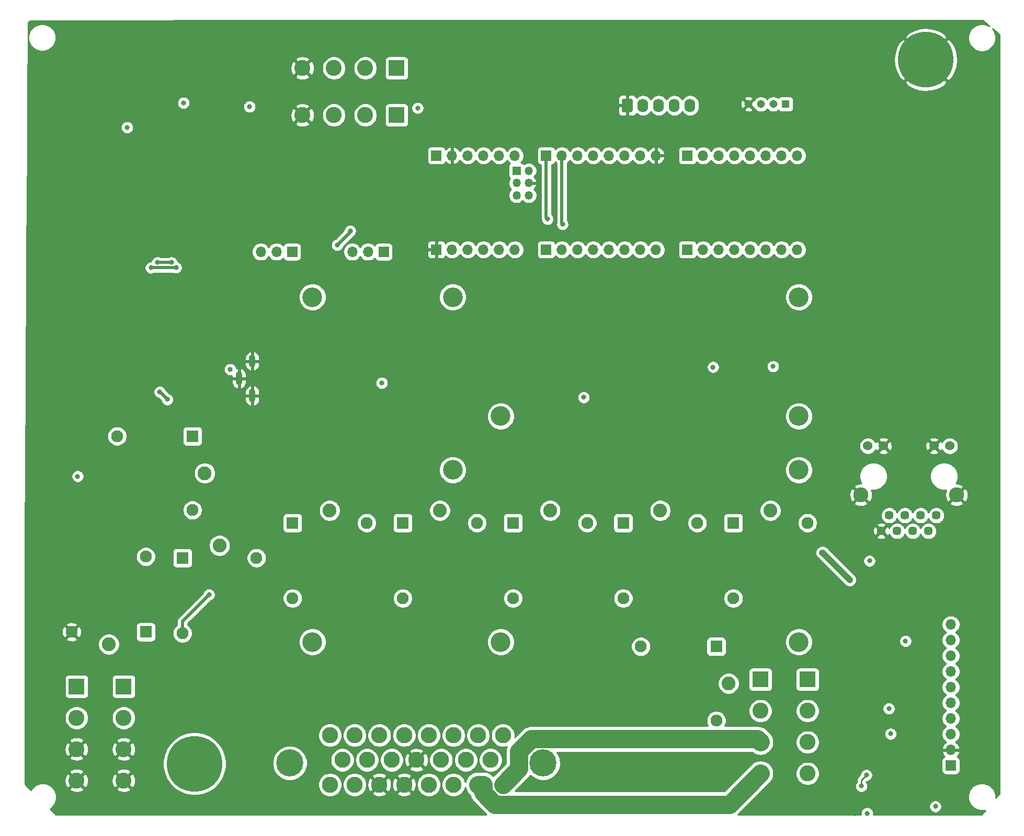
<source format=gbr>
%TF.GenerationSoftware,KiCad,Pcbnew,(5.1.10)-1*%
%TF.CreationDate,2022-12-31T06:25:54-06:00*%
%TF.ProjectId,RC11,52433131-2e6b-4696-9361-645f70636258,rev?*%
%TF.SameCoordinates,Original*%
%TF.FileFunction,Copper,L4,Bot*%
%TF.FilePolarity,Positive*%
%FSLAX46Y46*%
G04 Gerber Fmt 4.6, Leading zero omitted, Abs format (unit mm)*
G04 Created by KiCad (PCBNEW (5.1.10)-1) date 2022-12-31 06:25:54*
%MOMM*%
%LPD*%
G01*
G04 APERTURE LIST*
%TA.AperFunction,ComponentPad*%
%ADD10C,2.445000*%
%TD*%
%TA.AperFunction,ComponentPad*%
%ADD11C,1.530000*%
%TD*%
%TA.AperFunction,ComponentPad*%
%ADD12C,1.446000*%
%TD*%
%TA.AperFunction,ComponentPad*%
%ADD13C,3.200000*%
%TD*%
%TA.AperFunction,ComponentPad*%
%ADD14C,2.600000*%
%TD*%
%TA.AperFunction,ComponentPad*%
%ADD15R,2.600000X2.600000*%
%TD*%
%TA.AperFunction,ComponentPad*%
%ADD16C,1.950000*%
%TD*%
%TA.AperFunction,ComponentPad*%
%ADD17C,2.250000*%
%TD*%
%TA.AperFunction,ComponentPad*%
%ADD18R,1.950000X1.950000*%
%TD*%
%TA.AperFunction,ComponentPad*%
%ADD19O,1.100000X2.200000*%
%TD*%
%TA.AperFunction,ComponentPad*%
%ADD20O,1.100000X2.000000*%
%TD*%
%TA.AperFunction,ComponentPad*%
%ADD21O,1.740000X2.190000*%
%TD*%
%TA.AperFunction,ComponentPad*%
%ADD22O,1.700000X1.700000*%
%TD*%
%TA.AperFunction,ComponentPad*%
%ADD23R,1.700000X1.700000*%
%TD*%
%TA.AperFunction,ComponentPad*%
%ADD24C,9.000000*%
%TD*%
%TA.AperFunction,ComponentPad*%
%ADD25C,1.308000*%
%TD*%
%TA.AperFunction,ComponentPad*%
%ADD26R,1.308000X1.308000*%
%TD*%
%TA.AperFunction,ComponentPad*%
%ADD27O,1.350000X1.350000*%
%TD*%
%TA.AperFunction,ComponentPad*%
%ADD28R,1.350000X1.350000*%
%TD*%
%TA.AperFunction,ComponentPad*%
%ADD29C,4.395000*%
%TD*%
%TA.AperFunction,ComponentPad*%
%ADD30C,2.625000*%
%TD*%
%TA.AperFunction,ViaPad*%
%ADD31C,0.800000*%
%TD*%
%TA.AperFunction,Conductor*%
%ADD32C,1.016000*%
%TD*%
%TA.AperFunction,Conductor*%
%ADD33C,0.508000*%
%TD*%
%TA.AperFunction,Conductor*%
%ADD34C,3.000000*%
%TD*%
%TA.AperFunction,Conductor*%
%ADD35C,0.254000*%
%TD*%
%TA.AperFunction,Conductor*%
%ADD36C,0.100000*%
%TD*%
G04 APERTURE END LIST*
D10*
%TO.P,J12,MH2*%
%TO.N,GND*%
X155958000Y-107560800D03*
%TO.P,J12,MH1*%
X171448000Y-107560800D03*
D11*
%TO.P,J12,12*%
%TO.N,Net-(J12-Pad12)*%
X157078000Y-99610800D03*
%TO.P,J12,11*%
%TO.N,GND*%
X159618000Y-99610800D03*
%TO.P,J12,10*%
X167788000Y-99610800D03*
%TO.P,J12,9*%
%TO.N,Net-(J11-Pad3)*%
X170328000Y-99610800D03*
D12*
%TO.P,J12,8*%
%TO.N,GND*%
X159258000Y-113400800D03*
%TO.P,J12,7*%
%TO.N,Net-(J12-Pad7)*%
X160528000Y-110860800D03*
%TO.P,J12,6*%
%TO.N,Net-(J11-Pad2)*%
X161798000Y-113400800D03*
%TO.P,J12,5*%
%TO.N,Net-(C8-Pad1)*%
X163068000Y-110860800D03*
%TO.P,J12,4*%
X164338000Y-113400800D03*
%TO.P,J12,3*%
%TO.N,Net-(J11-Pad1)*%
X165608000Y-110860800D03*
%TO.P,J12,2*%
%TO.N,Net-(J11-Pad5)*%
X166878000Y-113400800D03*
%TO.P,J12,1*%
%TO.N,Net-(J11-Pad6)*%
X168148000Y-110860800D03*
%TD*%
D13*
%TO.P,REF\u002A\u002A,8*%
%TO.N,N/C*%
X145887800Y-103485600D03*
X89887800Y-103485600D03*
X89887800Y-75485600D03*
X145887800Y-75485600D03*
X145887800Y-131365600D03*
X67147800Y-131365600D03*
X67147800Y-75485600D03*
X145887800Y-94785600D03*
X97627800Y-94785600D03*
X97627800Y-131365600D03*
%TD*%
D14*
%TO.P,KF3,4*%
%TO.N,GND*%
X65557400Y-46000800D03*
X65557400Y-38380800D03*
%TO.P,KF3,3*%
%TO.N,+5V*%
X70637400Y-46000800D03*
X70637400Y-38380800D03*
%TO.P,KF3,2*%
%TO.N,Net-(KF3-Pad2)*%
X75717400Y-46000800D03*
X75717400Y-38380800D03*
D15*
%TO.P,KF3,1*%
%TO.N,Net-(KF3-Pad1)*%
X80797400Y-46000800D03*
X80797400Y-38380800D03*
%TD*%
D16*
%TO.P,RLY9,4*%
%TO.N,+12V*%
X40182800Y-117553400D03*
%TO.P,RLY9,3*%
%TO.N,GND*%
X28182800Y-129753400D03*
D17*
%TO.P,RLY9,2*%
%TO.N,12V_In*%
X34182800Y-131753400D03*
D18*
%TO.P,RLY9,1*%
%TO.N,Net-(D1-Pad1)*%
X40182800Y-129753400D03*
%TD*%
D19*
%TO.P,J9,S3*%
%TO.N,GND*%
X55279400Y-88671400D03*
%TO.P,J9,S2*%
X57429400Y-91471400D03*
D20*
%TO.P,J9,S1*%
X57429400Y-85871400D03*
%TD*%
D14*
%TO.P,KF2,4*%
%TO.N,Net-(J8-Pad22)*%
X147321400Y-152689600D03*
X139701400Y-152689600D03*
%TO.P,KF2,3*%
%TO.N,Net-(J8-Pad23)*%
X147321400Y-147609600D03*
X139701400Y-147609600D03*
%TO.P,KF2,2*%
%TO.N,Net-(J8-Pad15)*%
X147321400Y-142529600D03*
X139701400Y-142529600D03*
D15*
%TO.P,KF2,1*%
%TO.N,Net-(J8-Pad8)*%
X147321400Y-137449600D03*
X139701400Y-137449600D03*
%TD*%
D14*
%TO.P,KF1,4*%
%TO.N,GND*%
X36602800Y-153832600D03*
X28982800Y-153832600D03*
%TO.P,KF1,3*%
X36602800Y-148752600D03*
X28982800Y-148752600D03*
%TO.P,KF1,2*%
%TO.N,12V_In*%
X36602800Y-143672600D03*
X28982800Y-143672600D03*
D15*
%TO.P,KF1,1*%
X36602800Y-138592600D03*
X28982800Y-138592600D03*
%TD*%
D21*
%TO.P,J13,5*%
%TO.N,IO37*%
X128295400Y-44439800D03*
%TO.P,J13,4*%
%TO.N,IO36*%
X125755400Y-44439800D03*
%TO.P,J13,3*%
%TO.N,IO14*%
X123215400Y-44439800D03*
%TO.P,J13,2*%
%TO.N,IO15*%
X120675400Y-44439800D03*
%TO.P,J13,1*%
%TO.N,GND*%
%TA.AperFunction,ComponentPad*%
G36*
G01*
X117265400Y-45284801D02*
X117265400Y-43594799D01*
G75*
G02*
X117515399Y-43344800I249999J0D01*
G01*
X118755401Y-43344800D01*
G75*
G02*
X119005400Y-43594799I0J-249999D01*
G01*
X119005400Y-45284801D01*
G75*
G02*
X118755401Y-45534800I-249999J0D01*
G01*
X117515399Y-45534800D01*
G75*
G02*
X117265400Y-45284801I0J249999D01*
G01*
G37*
%TD.AperFunction*%
%TD*%
D22*
%TO.P,J19,10*%
%TO.N,Net-(J19-Pad10)*%
X170510200Y-128534200D03*
%TO.P,J19,9*%
%TO.N,Net-(J19-Pad9)*%
X170510200Y-131074200D03*
%TO.P,J19,8*%
%TO.N,AIN1*%
X170510200Y-133614200D03*
%TO.P,J19,7*%
%TO.N,AIN0*%
X170510200Y-136154200D03*
%TO.P,J19,6*%
%TO.N,Net-(J19-Pad6)*%
X170510200Y-138694200D03*
%TO.P,J19,5*%
%TO.N,+5V*%
X170510200Y-141234200D03*
%TO.P,J19,4*%
%TO.N,Net-(IC3-Pad5)*%
X170510200Y-143774200D03*
%TO.P,J19,3*%
%TO.N,Net-(IC3-Pad6)*%
X170510200Y-146314200D03*
%TO.P,J19,2*%
%TO.N,GND*%
X170510200Y-148854200D03*
D23*
%TO.P,J19,1*%
%TO.N,+5V*%
X170510200Y-151394200D03*
%TD*%
D22*
%TO.P,J18,3*%
%TO.N,TX_CH340*%
X58801000Y-68158400D03*
%TO.P,J18,2*%
%TO.N,RX_ESP*%
X61341000Y-68158400D03*
D23*
%TO.P,J18,1*%
%TO.N,TX_Teensy*%
X63881000Y-68158400D03*
%TD*%
D22*
%TO.P,J10,3*%
%TO.N,RX_CH340*%
X73609200Y-68158400D03*
%TO.P,J10,2*%
%TO.N,TX_ESP*%
X76149200Y-68158400D03*
D23*
%TO.P,J10,1*%
%TO.N,RX_Teensy*%
X78689200Y-68158400D03*
%TD*%
D16*
%TO.P,RLY3,4*%
%TO.N,R3*%
X63948732Y-124280600D03*
%TO.P,RLY3,3*%
%TO.N,+12V*%
X75948732Y-112080600D03*
D17*
%TO.P,RLY3,2*%
X69948732Y-110080600D03*
D18*
%TO.P,RLY3,1*%
%TO.N,Net-(RLY3-Pad1)*%
X63948732Y-112080600D03*
%TD*%
D24*
%TO.P,J17,1*%
%TO.N,12V_In*%
X48082200Y-151104600D03*
%TD*%
%TO.P,J14,1*%
%TO.N,GND*%
X166471600Y-37033200D03*
%TD*%
D25*
%TO.P,J21,4*%
%TO.N,GND*%
X137766800Y-44219800D03*
%TO.P,J21,3*%
%TO.N,Net-(J21-Pad3)*%
X139766800Y-44219800D03*
%TO.P,J21,2*%
%TO.N,IO36*%
X141766800Y-44219800D03*
D26*
%TO.P,J21,1*%
%TO.N,IO37*%
X143766800Y-44219800D03*
%TD*%
D22*
%TO.P,J16,8*%
%TO.N,GND*%
X122783600Y-52562800D03*
%TO.P,J16,7*%
%TO.N,Net-(J16-Pad7)*%
X120243600Y-52562800D03*
%TO.P,J16,6*%
%TO.N,IO14*%
X117703600Y-52562800D03*
%TO.P,J16,5*%
%TO.N,IO15*%
X115163600Y-52562800D03*
%TO.P,J16,4*%
%TO.N,RX4*%
X112623600Y-52562800D03*
%TO.P,J16,3*%
%TO.N,TX4*%
X110083600Y-52562800D03*
%TO.P,J16,2*%
%TO.N,SDA_Teensy*%
X107543600Y-52562800D03*
D23*
%TO.P,J16,1*%
%TO.N,SCL_Teensy*%
X105003600Y-52562800D03*
%TD*%
D22*
%TO.P,J15,6*%
%TO.N,Net-(J15-Pad6)*%
X99923600Y-52562800D03*
%TO.P,J15,5*%
%TO.N,Net-(J15-Pad5)*%
X97383600Y-52562800D03*
%TO.P,J15,4*%
%TO.N,Net-(J15-Pad4)*%
X94843600Y-52562800D03*
%TO.P,J15,3*%
%TO.N,Net-(J15-Pad3)*%
X92303600Y-52562800D03*
%TO.P,J15,2*%
%TO.N,GND*%
X89763600Y-52562800D03*
D23*
%TO.P,J15,1*%
%TO.N,+5V*%
X87223600Y-52562800D03*
%TD*%
D22*
%TO.P,J6,8*%
%TO.N,Net-(J6-Pad8)*%
X122783600Y-67802800D03*
%TO.P,J6,7*%
%TO.N,RLY5*%
X120243600Y-67802800D03*
%TO.P,J6,6*%
%TO.N,RLY4*%
X117703600Y-67802800D03*
%TO.P,J6,5*%
%TO.N,RLY3*%
X115163600Y-67802800D03*
%TO.P,J6,4*%
%TO.N,RLY2*%
X112623600Y-67802800D03*
%TO.P,J6,3*%
%TO.N,RLY1*%
X110083600Y-67802800D03*
%TO.P,J6,2*%
%TO.N,Net-(J6-Pad2)*%
X107543600Y-67802800D03*
D23*
%TO.P,J6,1*%
%TO.N,Net-(J6-Pad1)*%
X105003600Y-67802800D03*
%TD*%
D22*
%TO.P,J4,6*%
%TO.N,Net-(J4-Pad6)*%
X99923600Y-67802800D03*
%TO.P,J4,5*%
%TO.N,Net-(J4-Pad5)*%
X97383600Y-67802800D03*
%TO.P,J4,4*%
%TO.N,Net-(J4-Pad4)*%
X94843600Y-67802800D03*
%TO.P,J4,3*%
%TO.N,TX_Teensy*%
X92303600Y-67802800D03*
%TO.P,J4,2*%
%TO.N,RX_Teensy*%
X89763600Y-67802800D03*
D23*
%TO.P,J4,1*%
%TO.N,GND*%
X87223600Y-67802800D03*
%TD*%
D27*
%TO.P,J11,6*%
%TO.N,Net-(J11-Pad6)*%
X102193600Y-59001200D03*
%TO.P,J11,5*%
%TO.N,Net-(J11-Pad5)*%
X100193600Y-59001200D03*
%TO.P,J11,4*%
%TO.N,GND*%
X102193600Y-57001200D03*
%TO.P,J11,3*%
%TO.N,Net-(J11-Pad3)*%
X100193600Y-57001200D03*
%TO.P,J11,2*%
%TO.N,Net-(J11-Pad2)*%
X102193600Y-55001200D03*
D28*
%TO.P,J11,1*%
%TO.N,Net-(J11-Pad1)*%
X100193600Y-55001200D03*
%TD*%
D22*
%TO.P,J7,8*%
%TO.N,Net-(J7-Pad8)*%
X145643600Y-52562800D03*
%TO.P,J7,7*%
%TO.N,Net-(J7-Pad7)*%
X143103600Y-52562800D03*
%TO.P,J7,6*%
%TO.N,Net-(J7-Pad6)*%
X140563600Y-52562800D03*
%TO.P,J7,5*%
%TO.N,IO36*%
X138023600Y-52562800D03*
%TO.P,J7,4*%
%TO.N,IO37*%
X135483600Y-52562800D03*
%TO.P,J7,3*%
%TO.N,Net-(J7-Pad3)*%
X132943600Y-52562800D03*
%TO.P,J7,2*%
%TO.N,Net-(J7-Pad2)*%
X130403600Y-52562800D03*
D23*
%TO.P,J7,1*%
%TO.N,Net-(J7-Pad1)*%
X127863600Y-52562800D03*
%TD*%
D22*
%TO.P,J5,8*%
%TO.N,Net-(J5-Pad8)*%
X145643600Y-67802800D03*
%TO.P,J5,7*%
%TO.N,Net-(J5-Pad7)*%
X143103600Y-67802800D03*
%TO.P,J5,6*%
%TO.N,Net-(J5-Pad6)*%
X140563600Y-67802800D03*
%TO.P,J5,5*%
%TO.N,FlowPin2*%
X138023600Y-67802800D03*
%TO.P,J5,4*%
%TO.N,FlowPin1*%
X135483600Y-67802800D03*
%TO.P,J5,3*%
%TO.N,RLY8*%
X132943600Y-67802800D03*
%TO.P,J5,2*%
%TO.N,RLY7*%
X130403600Y-67802800D03*
D23*
%TO.P,J5,1*%
%TO.N,RLY6*%
X127863600Y-67802800D03*
%TD*%
D16*
%TO.P,RLY7,4*%
%TO.N,R7*%
X135305800Y-124280600D03*
%TO.P,RLY7,3*%
%TO.N,+12V*%
X147305800Y-112080600D03*
D17*
%TO.P,RLY7,2*%
X141305800Y-110080600D03*
D18*
%TO.P,RLY7,1*%
%TO.N,Net-(RLY7-Pad1)*%
X135305800Y-112080600D03*
%TD*%
D16*
%TO.P,RLY6,4*%
%TO.N,R6*%
X117466530Y-124280600D03*
%TO.P,RLY6,3*%
%TO.N,+12V*%
X129466530Y-112080600D03*
D17*
%TO.P,RLY6,2*%
X123466530Y-110080600D03*
D18*
%TO.P,RLY6,1*%
%TO.N,Net-(RLY6-Pad1)*%
X117466530Y-112080600D03*
%TD*%
D16*
%TO.P,RLY5,4*%
%TO.N,R5*%
X99627264Y-124280600D03*
%TO.P,RLY5,3*%
%TO.N,+12V*%
X111627264Y-112080600D03*
D17*
%TO.P,RLY5,2*%
X105627264Y-110080600D03*
D18*
%TO.P,RLY5,1*%
%TO.N,Net-(RLY5-Pad1)*%
X99627264Y-112080600D03*
%TD*%
D16*
%TO.P,RLY4,4*%
%TO.N,R4*%
X81787998Y-124280600D03*
%TO.P,RLY4,3*%
%TO.N,+12V*%
X93787998Y-112080600D03*
D17*
%TO.P,RLY4,2*%
X87787998Y-110080600D03*
D18*
%TO.P,RLY4,1*%
%TO.N,Net-(RLY4-Pad1)*%
X81787998Y-112080600D03*
%TD*%
D16*
%TO.P,RLY2,4*%
%TO.N,R2*%
X46109466Y-129953400D03*
%TO.P,RLY2,3*%
%TO.N,+12V*%
X58109466Y-117753400D03*
D17*
%TO.P,RLY2,2*%
X52109466Y-115753400D03*
D18*
%TO.P,RLY2,1*%
%TO.N,Net-(RLY2-Pad1)*%
X46109466Y-117753400D03*
%TD*%
D16*
%TO.P,RLY1,4*%
%TO.N,R1*%
X35526600Y-98018600D03*
%TO.P,RLY1,3*%
%TO.N,+12V*%
X47726600Y-110018600D03*
D17*
%TO.P,RLY1,2*%
X49726600Y-104018600D03*
D18*
%TO.P,RLY1,1*%
%TO.N,Net-(RLY1-Pad1)*%
X47726600Y-98018600D03*
%TD*%
D16*
%TO.P,RLY8,4*%
%TO.N,R8*%
X120337200Y-132115600D03*
%TO.P,RLY8,3*%
%TO.N,+12V*%
X132537200Y-144115600D03*
D17*
%TO.P,RLY8,2*%
X134537200Y-138115600D03*
D18*
%TO.P,RLY8,1*%
%TO.N,Net-(RLY8-Pad1)*%
X132537200Y-132115600D03*
%TD*%
D29*
%TO.P,J8,MH2*%
%TO.N,Net-(J8-PadMH2)*%
X104500000Y-151000000D03*
%TO.P,J8,MH1*%
%TO.N,Net-(J8-PadMH1)*%
X63500000Y-151000000D03*
D30*
%TO.P,J8,23*%
%TO.N,Net-(J8-Pad23)*%
X98000000Y-154500000D03*
%TO.P,J8,22*%
%TO.N,Net-(J8-Pad22)*%
X94000000Y-154500000D03*
%TO.P,J8,21*%
%TO.N,AIN0*%
X90000000Y-154500000D03*
%TO.P,J8,20*%
%TO.N,AIN1*%
X86000000Y-154500000D03*
%TO.P,J8,19*%
%TO.N,GND*%
X82000000Y-154500000D03*
%TO.P,J8,18*%
X78000000Y-154500000D03*
%TO.P,J8,17*%
%TO.N,12V_In*%
X74000000Y-154500000D03*
%TO.P,J8,16*%
X70000000Y-154500000D03*
%TO.P,J8,15*%
%TO.N,Net-(J8-Pad15)*%
X96000000Y-150500000D03*
%TO.P,J8,14*%
%TO.N,Sensor1*%
X92000000Y-150500000D03*
%TO.P,J8,13*%
%TO.N,Sensor2*%
X88000000Y-150500000D03*
%TO.P,J8,12*%
%TO.N,GND*%
X84000000Y-150500000D03*
%TO.P,J8,11*%
%TO.N,+5V*%
X80000000Y-150500000D03*
%TO.P,J8,10*%
X76000000Y-150500000D03*
%TO.P,J8,9*%
%TO.N,R2*%
X72000000Y-150500000D03*
%TO.P,J8,8*%
%TO.N,Net-(J8-Pad8)*%
X98000000Y-146500000D03*
%TO.P,J8,7*%
%TO.N,R8*%
X94000000Y-146500000D03*
%TO.P,J8,6*%
%TO.N,R7*%
X90000000Y-146500000D03*
%TO.P,J8,5*%
%TO.N,R6*%
X86000000Y-146500000D03*
%TO.P,J8,4*%
%TO.N,R5*%
X82000000Y-146500000D03*
%TO.P,J8,3*%
%TO.N,R4*%
X78000000Y-146500000D03*
%TO.P,J8,2*%
%TO.N,R3*%
X74000000Y-146500000D03*
%TO.P,J8,1*%
%TO.N,R1*%
X70000000Y-146500000D03*
%TD*%
D31*
%TO.N,GND*%
X50850800Y-71755000D03*
X71501000Y-83007200D03*
X46238200Y-33578800D03*
X47686000Y-45364400D03*
X42529800Y-48082200D03*
X132809000Y-74203600D03*
X142664200Y-74203600D03*
X57287200Y-47828200D03*
X32588200Y-62814200D03*
X85714800Y-85293200D03*
X114424065Y-139300865D03*
X138912600Y-104251800D03*
X74894400Y-87350600D03*
X110998000Y-82179200D03*
X166116000Y-157972800D03*
X155041600Y-159192000D03*
X161035798Y-136179398D03*
X156006800Y-149971800D03*
X80035400Y-83830200D03*
X125882400Y-104658200D03*
X107924600Y-104734400D03*
X88112600Y-105140800D03*
X72085200Y-107503000D03*
X55463400Y-95834200D03*
X91211400Y-37338000D03*
X86207600Y-37490400D03*
X91338400Y-48006000D03*
X60579000Y-33426400D03*
X47625000Y-63423800D03*
X48945800Y-63449200D03*
X46278800Y-63449200D03*
X95394522Y-43549829D03*
X52806600Y-73507600D03*
X61468002Y-77952600D03*
X54457598Y-112318800D03*
X47396400Y-94386400D03*
X52044600Y-94488000D03*
X162356800Y-118516402D03*
X57962800Y-103428800D03*
X25984200Y-110566200D03*
X84886800Y-47955200D03*
%TO.N,+12V*%
X111074200Y-91729600D03*
X56982400Y-44627800D03*
X29146000Y-104533200D03*
%TO.N,+5V*%
X160477200Y-142174000D03*
X37160200Y-48006000D03*
X46289000Y-44018200D03*
X78399600Y-89408000D03*
X141732004Y-86725800D03*
X132015218Y-86841382D03*
X163169600Y-131226600D03*
X168021000Y-158023600D03*
X156972000Y-159141200D03*
X160754163Y-146264087D03*
X53848000Y-87198200D03*
X157353000Y-118237000D03*
X84201000Y-44856400D03*
%TO.N,+3V3*%
X154152600Y-121310400D03*
X149707600Y-116916200D03*
%TO.N,R2*%
X50419000Y-123723400D03*
%TO.N,EN*%
X42443400Y-90855800D03*
X43676296Y-92069182D03*
%TO.N,TX_Teensy*%
X71170800Y-67056000D03*
X73279000Y-64757379D03*
%TO.N,TX_ESP*%
X42077315Y-69884990D03*
X44334738Y-69884990D03*
%TO.N,RX_ESP*%
X45085000Y-70713600D03*
X41021000Y-70739000D03*
%TO.N,AIN1*%
X156032200Y-154721600D03*
X156845000Y-152943600D03*
%TO.N,SDA_Teensy*%
X107645200Y-63693610D03*
%TO.N,SCL_Teensy*%
X105206800Y-62839600D03*
%TD*%
D32*
%TO.N,+3V3*%
X154152600Y-121310400D02*
X149758400Y-116916200D01*
X149758400Y-116916200D02*
X149707600Y-116916200D01*
D33*
%TO.N,R2*%
X46109466Y-128032934D02*
X50419000Y-123723400D01*
X46109466Y-129953400D02*
X46109466Y-128032934D01*
D34*
%TO.N,Net-(J8-Pad23)*%
X100602499Y-151897501D02*
X98000000Y-154500000D01*
X100602499Y-149129199D02*
X100602499Y-151897501D01*
X102629199Y-147102499D02*
X100602499Y-149129199D01*
X139194299Y-147102499D02*
X102629199Y-147102499D01*
X139701400Y-147609600D02*
X139194299Y-147102499D01*
%TO.N,Net-(J8-Pad22)*%
X134690992Y-157700008D02*
X139701400Y-152689600D01*
X96674512Y-157700008D02*
X134690992Y-157700008D01*
X94799992Y-155825488D02*
X96674512Y-157700008D01*
X94799992Y-154500000D02*
X94799992Y-155825488D01*
X94000000Y-154500000D02*
X94799992Y-154500000D01*
D33*
%TO.N,EN*%
X43676296Y-92069182D02*
X42462914Y-90855800D01*
X42462914Y-90855800D02*
X42443400Y-90855800D01*
%TO.N,TX_Teensy*%
X73279000Y-64947800D02*
X73279000Y-64757379D01*
X71170800Y-67056000D02*
X73279000Y-64947800D01*
%TO.N,TX_ESP*%
X42077315Y-69884990D02*
X44334738Y-69884990D01*
%TO.N,RX_ESP*%
X41021000Y-70739000D02*
X45059600Y-70739000D01*
X45059600Y-70739000D02*
X45085000Y-70713600D01*
D35*
%TO.N,AIN1*%
X156032200Y-153756400D02*
X156845000Y-152943600D01*
X156032200Y-154721600D02*
X156032200Y-153756400D01*
D33*
%TO.N,SDA_Teensy*%
X107543600Y-52562800D02*
X107543600Y-63592010D01*
X107543600Y-63592010D02*
X107645200Y-63693610D01*
%TO.N,SCL_Teensy*%
X105003600Y-62636400D02*
X105206800Y-62839600D01*
X105003600Y-52562800D02*
X105003600Y-62636400D01*
%TD*%
D35*
%TO.N,GND*%
X176750595Y-31590884D02*
X176598069Y-31488969D01*
X176191325Y-31320490D01*
X175759528Y-31234600D01*
X175319272Y-31234600D01*
X174887475Y-31320490D01*
X174480731Y-31488969D01*
X174114671Y-31733562D01*
X173803362Y-32044871D01*
X173558769Y-32410931D01*
X173390290Y-32817675D01*
X173304400Y-33249472D01*
X173304400Y-33689728D01*
X173390290Y-34121525D01*
X173558769Y-34528269D01*
X173803362Y-34894329D01*
X174114671Y-35205638D01*
X174480731Y-35450231D01*
X174887475Y-35618710D01*
X175319272Y-35704600D01*
X175759528Y-35704600D01*
X176191325Y-35618710D01*
X176598069Y-35450231D01*
X176964129Y-35205638D01*
X177275438Y-34894329D01*
X177520031Y-34528269D01*
X177688510Y-34121525D01*
X177774400Y-33689728D01*
X177774400Y-33249472D01*
X177688510Y-32817675D01*
X177520031Y-32410931D01*
X177279822Y-32051432D01*
X178340000Y-32974029D01*
X178340001Y-155933297D01*
X177749000Y-156643292D01*
X177749000Y-156246472D01*
X177663110Y-155814675D01*
X177494631Y-155407931D01*
X177250038Y-155041871D01*
X176938729Y-154730562D01*
X176572669Y-154485969D01*
X176165925Y-154317490D01*
X175734128Y-154231600D01*
X175293872Y-154231600D01*
X174862075Y-154317490D01*
X174455331Y-154485969D01*
X174089271Y-154730562D01*
X173777962Y-155041871D01*
X173533369Y-155407931D01*
X173364890Y-155814675D01*
X173279000Y-156246472D01*
X173279000Y-156686728D01*
X173364890Y-157118525D01*
X173533369Y-157525269D01*
X173777962Y-157891329D01*
X174089271Y-158202638D01*
X174455331Y-158447231D01*
X174862075Y-158615710D01*
X175293872Y-158701600D01*
X175734128Y-158701600D01*
X176095492Y-158629720D01*
X175504253Y-159340000D01*
X157987733Y-159340000D01*
X158007000Y-159243139D01*
X158007000Y-159039261D01*
X157967226Y-158839302D01*
X157889205Y-158650944D01*
X157775937Y-158481426D01*
X157631774Y-158337263D01*
X157462256Y-158223995D01*
X157273898Y-158145974D01*
X157073939Y-158106200D01*
X156870061Y-158106200D01*
X156670102Y-158145974D01*
X156481744Y-158223995D01*
X156312226Y-158337263D01*
X156168063Y-158481426D01*
X156054795Y-158650944D01*
X155976774Y-158839302D01*
X155937000Y-159039261D01*
X155937000Y-159243139D01*
X155956267Y-159340000D01*
X136058075Y-159340000D01*
X136207969Y-159216985D01*
X136274829Y-159135516D01*
X137488684Y-157921661D01*
X166986000Y-157921661D01*
X166986000Y-158125539D01*
X167025774Y-158325498D01*
X167103795Y-158513856D01*
X167217063Y-158683374D01*
X167361226Y-158827537D01*
X167530744Y-158940805D01*
X167719102Y-159018826D01*
X167919061Y-159058600D01*
X168122939Y-159058600D01*
X168322898Y-159018826D01*
X168511256Y-158940805D01*
X168680774Y-158827537D01*
X168824937Y-158683374D01*
X168938205Y-158513856D01*
X169016226Y-158325498D01*
X169056000Y-158125539D01*
X169056000Y-157921661D01*
X169016226Y-157721702D01*
X168938205Y-157533344D01*
X168824937Y-157363826D01*
X168680774Y-157219663D01*
X168511256Y-157106395D01*
X168322898Y-157028374D01*
X168122939Y-156988600D01*
X167919061Y-156988600D01*
X167719102Y-157028374D01*
X167530744Y-157106395D01*
X167361226Y-157219663D01*
X167217063Y-157363826D01*
X167103795Y-157533344D01*
X167025774Y-157721702D01*
X166986000Y-157921661D01*
X137488684Y-157921661D01*
X141285235Y-154125111D01*
X141485176Y-153881482D01*
X141683426Y-153510583D01*
X141805507Y-153108134D01*
X141846729Y-152689600D01*
X141827959Y-152499019D01*
X145386400Y-152499019D01*
X145386400Y-152880181D01*
X145460761Y-153254019D01*
X145606625Y-153606166D01*
X145818387Y-153923091D01*
X146087909Y-154192613D01*
X146404834Y-154404375D01*
X146756981Y-154550239D01*
X147130819Y-154624600D01*
X147511981Y-154624600D01*
X147536811Y-154619661D01*
X154997200Y-154619661D01*
X154997200Y-154823539D01*
X155036974Y-155023498D01*
X155114995Y-155211856D01*
X155228263Y-155381374D01*
X155372426Y-155525537D01*
X155541944Y-155638805D01*
X155730302Y-155716826D01*
X155930261Y-155756600D01*
X156134139Y-155756600D01*
X156334098Y-155716826D01*
X156522456Y-155638805D01*
X156691974Y-155525537D01*
X156836137Y-155381374D01*
X156949405Y-155211856D01*
X157027426Y-155023498D01*
X157067200Y-154823539D01*
X157067200Y-154619661D01*
X157027426Y-154419702D01*
X156949405Y-154231344D01*
X156836137Y-154061826D01*
X156820271Y-154045960D01*
X156887630Y-153978600D01*
X156946939Y-153978600D01*
X157146898Y-153938826D01*
X157335256Y-153860805D01*
X157504774Y-153747537D01*
X157648937Y-153603374D01*
X157762205Y-153433856D01*
X157840226Y-153245498D01*
X157880000Y-153045539D01*
X157880000Y-152841661D01*
X157840226Y-152641702D01*
X157762205Y-152453344D01*
X157648937Y-152283826D01*
X157504774Y-152139663D01*
X157335256Y-152026395D01*
X157146898Y-151948374D01*
X156946939Y-151908600D01*
X156743061Y-151908600D01*
X156543102Y-151948374D01*
X156354744Y-152026395D01*
X156185226Y-152139663D01*
X156041063Y-152283826D01*
X155927795Y-152453344D01*
X155849774Y-152641702D01*
X155810000Y-152841661D01*
X155810000Y-152900970D01*
X155519849Y-153191121D01*
X155490779Y-153214978D01*
X155466922Y-153244048D01*
X155466921Y-153244049D01*
X155395555Y-153331008D01*
X155324799Y-153463385D01*
X155281227Y-153607022D01*
X155266514Y-153756400D01*
X155270201Y-153793833D01*
X155270201Y-154019888D01*
X155228263Y-154061826D01*
X155114995Y-154231344D01*
X155036974Y-154419702D01*
X154997200Y-154619661D01*
X147536811Y-154619661D01*
X147885819Y-154550239D01*
X148237966Y-154404375D01*
X148554891Y-154192613D01*
X148824413Y-153923091D01*
X149036175Y-153606166D01*
X149182039Y-153254019D01*
X149256400Y-152880181D01*
X149256400Y-152499019D01*
X149182039Y-152125181D01*
X149036175Y-151773034D01*
X148824413Y-151456109D01*
X148554891Y-151186587D01*
X148237966Y-150974825D01*
X147885819Y-150828961D01*
X147511981Y-150754600D01*
X147130819Y-150754600D01*
X146756981Y-150828961D01*
X146404834Y-150974825D01*
X146087909Y-151186587D01*
X145818387Y-151456109D01*
X145606625Y-151773034D01*
X145460761Y-152125181D01*
X145386400Y-152499019D01*
X141827959Y-152499019D01*
X141805507Y-152271067D01*
X141683426Y-151868618D01*
X141485176Y-151497719D01*
X141218377Y-151172623D01*
X140893281Y-150905824D01*
X140522382Y-150707574D01*
X140119933Y-150585493D01*
X139701400Y-150544271D01*
X139282866Y-150585493D01*
X138880417Y-150707574D01*
X138509518Y-150905824D01*
X138265889Y-151105765D01*
X133806647Y-155565008D01*
X99954337Y-155565008D01*
X102038012Y-153481334D01*
X102119476Y-153414478D01*
X102187979Y-153331008D01*
X102361349Y-153119755D01*
X102386276Y-153089382D01*
X102455017Y-152960776D01*
X102694387Y-153200146D01*
X103158308Y-153510129D01*
X103673790Y-153723648D01*
X104221023Y-153832500D01*
X104778977Y-153832500D01*
X105326210Y-153723648D01*
X105841692Y-153510129D01*
X106305613Y-153200146D01*
X106700146Y-152805613D01*
X107010129Y-152341692D01*
X107223648Y-151826210D01*
X107332500Y-151278977D01*
X107332500Y-150721023D01*
X107297328Y-150544200D01*
X169022128Y-150544200D01*
X169022128Y-152244200D01*
X169034388Y-152368682D01*
X169070698Y-152488380D01*
X169129663Y-152598694D01*
X169209015Y-152695385D01*
X169305706Y-152774737D01*
X169416020Y-152833702D01*
X169535718Y-152870012D01*
X169660200Y-152882272D01*
X171360200Y-152882272D01*
X171484682Y-152870012D01*
X171604380Y-152833702D01*
X171714694Y-152774737D01*
X171811385Y-152695385D01*
X171890737Y-152598694D01*
X171949702Y-152488380D01*
X171986012Y-152368682D01*
X171998272Y-152244200D01*
X171998272Y-150544200D01*
X171986012Y-150419718D01*
X171949702Y-150300020D01*
X171890737Y-150189706D01*
X171811385Y-150093015D01*
X171714694Y-150013663D01*
X171604380Y-149954698D01*
X171523734Y-149930234D01*
X171607788Y-149854469D01*
X171781841Y-149621120D01*
X171907025Y-149358299D01*
X171951676Y-149211090D01*
X171830355Y-148981200D01*
X170637200Y-148981200D01*
X170637200Y-149001200D01*
X170383200Y-149001200D01*
X170383200Y-148981200D01*
X169190045Y-148981200D01*
X169068724Y-149211090D01*
X169113375Y-149358299D01*
X169238559Y-149621120D01*
X169412612Y-149854469D01*
X169496666Y-149930234D01*
X169416020Y-149954698D01*
X169305706Y-150013663D01*
X169209015Y-150093015D01*
X169129663Y-150189706D01*
X169070698Y-150300020D01*
X169034388Y-150419718D01*
X169022128Y-150544200D01*
X107297328Y-150544200D01*
X107223648Y-150173790D01*
X107010129Y-149658308D01*
X106728953Y-149237499D01*
X138319582Y-149237499D01*
X138509519Y-149393376D01*
X138880418Y-149591625D01*
X139282866Y-149713707D01*
X139701399Y-149754929D01*
X140119933Y-149713707D01*
X140522382Y-149591625D01*
X140893281Y-149393376D01*
X141218377Y-149126577D01*
X141485176Y-148801481D01*
X141683425Y-148430582D01*
X141805507Y-148028133D01*
X141846729Y-147609599D01*
X141827959Y-147419019D01*
X145386400Y-147419019D01*
X145386400Y-147800181D01*
X145460761Y-148174019D01*
X145606625Y-148526166D01*
X145818387Y-148843091D01*
X146087909Y-149112613D01*
X146404834Y-149324375D01*
X146756981Y-149470239D01*
X147130819Y-149544600D01*
X147511981Y-149544600D01*
X147885819Y-149470239D01*
X148237966Y-149324375D01*
X148554891Y-149112613D01*
X148824413Y-148843091D01*
X149036175Y-148526166D01*
X149182039Y-148174019D01*
X149256400Y-147800181D01*
X149256400Y-147419019D01*
X149182039Y-147045181D01*
X149036175Y-146693034D01*
X148824413Y-146376109D01*
X148610452Y-146162148D01*
X159719163Y-146162148D01*
X159719163Y-146366026D01*
X159758937Y-146565985D01*
X159836958Y-146754343D01*
X159950226Y-146923861D01*
X160094389Y-147068024D01*
X160263907Y-147181292D01*
X160452265Y-147259313D01*
X160652224Y-147299087D01*
X160856102Y-147299087D01*
X161056061Y-147259313D01*
X161244419Y-147181292D01*
X161413937Y-147068024D01*
X161558100Y-146923861D01*
X161671368Y-146754343D01*
X161749389Y-146565985D01*
X161789163Y-146366026D01*
X161789163Y-146162148D01*
X161749389Y-145962189D01*
X161671368Y-145773831D01*
X161558100Y-145604313D01*
X161413937Y-145460150D01*
X161244419Y-145346882D01*
X161056061Y-145268861D01*
X160856102Y-145229087D01*
X160652224Y-145229087D01*
X160452265Y-145268861D01*
X160263907Y-145346882D01*
X160094389Y-145460150D01*
X159950226Y-145604313D01*
X159836958Y-145773831D01*
X159758937Y-145962189D01*
X159719163Y-146162148D01*
X148610452Y-146162148D01*
X148554891Y-146106587D01*
X148237966Y-145894825D01*
X147885819Y-145748961D01*
X147511981Y-145674600D01*
X147130819Y-145674600D01*
X146756981Y-145748961D01*
X146404834Y-145894825D01*
X146087909Y-146106587D01*
X145818387Y-146376109D01*
X145606625Y-146693034D01*
X145460761Y-147045181D01*
X145386400Y-147419019D01*
X141827959Y-147419019D01*
X141805507Y-147191066D01*
X141683425Y-146788618D01*
X141485176Y-146417719D01*
X141285235Y-146174090D01*
X140778136Y-145666991D01*
X140711276Y-145585522D01*
X140386180Y-145318722D01*
X140015281Y-145120473D01*
X139612832Y-144998391D01*
X139299181Y-144967499D01*
X139299171Y-144967499D01*
X139194299Y-144957170D01*
X139089427Y-144967499D01*
X133904310Y-144967499D01*
X133963963Y-144878221D01*
X134085329Y-144585220D01*
X134147200Y-144274171D01*
X134147200Y-143957029D01*
X134085329Y-143645980D01*
X133963963Y-143352979D01*
X133787769Y-143089285D01*
X133563515Y-142865031D01*
X133299821Y-142688837D01*
X133006820Y-142567471D01*
X132695771Y-142505600D01*
X132378629Y-142505600D01*
X132067580Y-142567471D01*
X131774579Y-142688837D01*
X131510885Y-142865031D01*
X131286631Y-143089285D01*
X131110437Y-143352979D01*
X130989071Y-143645980D01*
X130927200Y-143957029D01*
X130927200Y-144274171D01*
X130989071Y-144585220D01*
X131110437Y-144878221D01*
X131170090Y-144967499D01*
X102734073Y-144967499D01*
X102629199Y-144957170D01*
X102524324Y-144967499D01*
X102524317Y-144967499D01*
X102248200Y-144994694D01*
X102210665Y-144998391D01*
X101908046Y-145090190D01*
X101808217Y-145120473D01*
X101437318Y-145318722D01*
X101437316Y-145318723D01*
X101437317Y-145318723D01*
X101193689Y-145518663D01*
X101193686Y-145518666D01*
X101112222Y-145585522D01*
X101045366Y-145666986D01*
X99929364Y-146782989D01*
X99947500Y-146691812D01*
X99947500Y-146308188D01*
X99872659Y-145931935D01*
X99725852Y-145577513D01*
X99512722Y-145258541D01*
X99241459Y-144987278D01*
X98922487Y-144774148D01*
X98568065Y-144627341D01*
X98191812Y-144552500D01*
X97808188Y-144552500D01*
X97431935Y-144627341D01*
X97077513Y-144774148D01*
X96758541Y-144987278D01*
X96487278Y-145258541D01*
X96274148Y-145577513D01*
X96127341Y-145931935D01*
X96052500Y-146308188D01*
X96052500Y-146691812D01*
X96127341Y-147068065D01*
X96274148Y-147422487D01*
X96487278Y-147741459D01*
X96758541Y-148012722D01*
X97077513Y-148225852D01*
X97431935Y-148372659D01*
X97808188Y-148447500D01*
X98191812Y-148447500D01*
X98568065Y-148372659D01*
X98605647Y-148357092D01*
X98498391Y-148710667D01*
X98467499Y-149024318D01*
X98467499Y-149024327D01*
X98457170Y-149129199D01*
X98467499Y-149234071D01*
X98467499Y-151013155D01*
X96416165Y-153064490D01*
X96399996Y-153084192D01*
X96316969Y-152983023D01*
X95991873Y-152716223D01*
X95620974Y-152517974D01*
X95218525Y-152395892D01*
X94904874Y-152365000D01*
X94799992Y-152354670D01*
X94695110Y-152365000D01*
X93895118Y-152365000D01*
X93581467Y-152395892D01*
X93179018Y-152517974D01*
X92808119Y-152716223D01*
X92483023Y-152983023D01*
X92216223Y-153308119D01*
X92017974Y-153679018D01*
X91899824Y-154068504D01*
X91872659Y-153931935D01*
X91725852Y-153577513D01*
X91512722Y-153258541D01*
X91241459Y-152987278D01*
X90922487Y-152774148D01*
X90568065Y-152627341D01*
X90191812Y-152552500D01*
X89808188Y-152552500D01*
X89431935Y-152627341D01*
X89077513Y-152774148D01*
X88758541Y-152987278D01*
X88487278Y-153258541D01*
X88274148Y-153577513D01*
X88127341Y-153931935D01*
X88052500Y-154308188D01*
X88052500Y-154691812D01*
X88127341Y-155068065D01*
X88274148Y-155422487D01*
X88487278Y-155741459D01*
X88758541Y-156012722D01*
X89077513Y-156225852D01*
X89431935Y-156372659D01*
X89808188Y-156447500D01*
X90191812Y-156447500D01*
X90568065Y-156372659D01*
X90922487Y-156225852D01*
X91241459Y-156012722D01*
X91512722Y-155741459D01*
X91725852Y-155422487D01*
X91872659Y-155068065D01*
X91899824Y-154931496D01*
X92017974Y-155320982D01*
X92216223Y-155691881D01*
X92483023Y-156016977D01*
X92690274Y-156187064D01*
X92695884Y-156244021D01*
X92814488Y-156635000D01*
X92817967Y-156646470D01*
X93016216Y-157017369D01*
X93216157Y-157260998D01*
X93216160Y-157261001D01*
X93283016Y-157342465D01*
X93364479Y-157409320D01*
X95090679Y-159135521D01*
X95157535Y-159216985D01*
X95238999Y-159283841D01*
X95239002Y-159283844D01*
X95307428Y-159340000D01*
X25620569Y-159340000D01*
X24691150Y-158423141D01*
X24945129Y-158253438D01*
X25256438Y-157942129D01*
X25501031Y-157576069D01*
X25669510Y-157169325D01*
X25755400Y-156737528D01*
X25755400Y-156297272D01*
X25669510Y-155865475D01*
X25501031Y-155458731D01*
X25316009Y-155181824D01*
X27813181Y-155181824D01*
X27945117Y-155476912D01*
X28285845Y-155647759D01*
X28653357Y-155748850D01*
X29033529Y-155776301D01*
X29411751Y-155729057D01*
X29773490Y-155608933D01*
X30020483Y-155476912D01*
X30152419Y-155181824D01*
X35433181Y-155181824D01*
X35565117Y-155476912D01*
X35905845Y-155647759D01*
X36273357Y-155748850D01*
X36653529Y-155776301D01*
X37031751Y-155729057D01*
X37393490Y-155608933D01*
X37640483Y-155476912D01*
X37772419Y-155181824D01*
X36602800Y-154012205D01*
X35433181Y-155181824D01*
X30152419Y-155181824D01*
X28982800Y-154012205D01*
X27813181Y-155181824D01*
X25316009Y-155181824D01*
X25256438Y-155092671D01*
X24945129Y-154781362D01*
X24579069Y-154536769D01*
X24172325Y-154368290D01*
X23740528Y-154282400D01*
X23300272Y-154282400D01*
X22868475Y-154368290D01*
X22461731Y-154536769D01*
X22095671Y-154781362D01*
X21784362Y-155092671D01*
X21597916Y-155371708D01*
X20660000Y-154446467D01*
X20660000Y-153883329D01*
X27039099Y-153883329D01*
X27086343Y-154261551D01*
X27206467Y-154623290D01*
X27338488Y-154870283D01*
X27633576Y-155002219D01*
X28803195Y-153832600D01*
X29162405Y-153832600D01*
X30332024Y-155002219D01*
X30627112Y-154870283D01*
X30797959Y-154529555D01*
X30899050Y-154162043D01*
X30919175Y-153883329D01*
X34659099Y-153883329D01*
X34706343Y-154261551D01*
X34826467Y-154623290D01*
X34958488Y-154870283D01*
X35253576Y-155002219D01*
X36423195Y-153832600D01*
X36782405Y-153832600D01*
X37952024Y-155002219D01*
X38247112Y-154870283D01*
X38417959Y-154529555D01*
X38519050Y-154162043D01*
X38546501Y-153781871D01*
X38499257Y-153403649D01*
X38379133Y-153041910D01*
X38247112Y-152794917D01*
X37952024Y-152662981D01*
X36782405Y-153832600D01*
X36423195Y-153832600D01*
X35253576Y-152662981D01*
X34958488Y-152794917D01*
X34787641Y-153135645D01*
X34686550Y-153503157D01*
X34659099Y-153883329D01*
X30919175Y-153883329D01*
X30926501Y-153781871D01*
X30879257Y-153403649D01*
X30759133Y-153041910D01*
X30627112Y-152794917D01*
X30332024Y-152662981D01*
X29162405Y-153832600D01*
X28803195Y-153832600D01*
X27633576Y-152662981D01*
X27338488Y-152794917D01*
X27167641Y-153135645D01*
X27066550Y-153503157D01*
X27039099Y-153883329D01*
X20660000Y-153883329D01*
X20660000Y-152483376D01*
X27813181Y-152483376D01*
X28982800Y-153652995D01*
X30152419Y-152483376D01*
X35433181Y-152483376D01*
X36602800Y-153652995D01*
X37772419Y-152483376D01*
X37640483Y-152188288D01*
X37299755Y-152017441D01*
X36932243Y-151916350D01*
X36552071Y-151888899D01*
X36173849Y-151936143D01*
X35812110Y-152056267D01*
X35565117Y-152188288D01*
X35433181Y-152483376D01*
X30152419Y-152483376D01*
X30020483Y-152188288D01*
X29679755Y-152017441D01*
X29312243Y-151916350D01*
X28932071Y-151888899D01*
X28553849Y-151936143D01*
X28192110Y-152056267D01*
X27945117Y-152188288D01*
X27813181Y-152483376D01*
X20660000Y-152483376D01*
X20660000Y-150101824D01*
X27813181Y-150101824D01*
X27945117Y-150396912D01*
X28285845Y-150567759D01*
X28653357Y-150668850D01*
X29033529Y-150696301D01*
X29411751Y-150649057D01*
X29773490Y-150528933D01*
X30020483Y-150396912D01*
X30152419Y-150101824D01*
X35433181Y-150101824D01*
X35565117Y-150396912D01*
X35905845Y-150567759D01*
X36273357Y-150668850D01*
X36653529Y-150696301D01*
X37031751Y-150649057D01*
X37182952Y-150598847D01*
X42947200Y-150598847D01*
X42947200Y-151610353D01*
X43144535Y-152602424D01*
X43531622Y-153536935D01*
X44093585Y-154377972D01*
X44808828Y-155093215D01*
X45649865Y-155655178D01*
X46584376Y-156042265D01*
X47576447Y-156239600D01*
X48587953Y-156239600D01*
X49580024Y-156042265D01*
X50514535Y-155655178D01*
X51355572Y-155093215D01*
X52070815Y-154377972D01*
X52117443Y-154308188D01*
X68052500Y-154308188D01*
X68052500Y-154691812D01*
X68127341Y-155068065D01*
X68274148Y-155422487D01*
X68487278Y-155741459D01*
X68758541Y-156012722D01*
X69077513Y-156225852D01*
X69431935Y-156372659D01*
X69808188Y-156447500D01*
X70191812Y-156447500D01*
X70568065Y-156372659D01*
X70922487Y-156225852D01*
X71241459Y-156012722D01*
X71512722Y-155741459D01*
X71725852Y-155422487D01*
X71872659Y-155068065D01*
X71947500Y-154691812D01*
X71947500Y-154308188D01*
X72052500Y-154308188D01*
X72052500Y-154691812D01*
X72127341Y-155068065D01*
X72274148Y-155422487D01*
X72487278Y-155741459D01*
X72758541Y-156012722D01*
X73077513Y-156225852D01*
X73431935Y-156372659D01*
X73808188Y-156447500D01*
X74191812Y-156447500D01*
X74568065Y-156372659D01*
X74922487Y-156225852D01*
X75241459Y-156012722D01*
X75396053Y-155858128D01*
X76821477Y-155858128D01*
X76954919Y-156154496D01*
X77297776Y-156326590D01*
X77667620Y-156428490D01*
X78050236Y-156456279D01*
X78430921Y-156408889D01*
X78795048Y-156288142D01*
X79045081Y-156154496D01*
X79178523Y-155858128D01*
X80821477Y-155858128D01*
X80954919Y-156154496D01*
X81297776Y-156326590D01*
X81667620Y-156428490D01*
X82050236Y-156456279D01*
X82430921Y-156408889D01*
X82795048Y-156288142D01*
X83045081Y-156154496D01*
X83178523Y-155858128D01*
X82000000Y-154679605D01*
X80821477Y-155858128D01*
X79178523Y-155858128D01*
X78000000Y-154679605D01*
X76821477Y-155858128D01*
X75396053Y-155858128D01*
X75512722Y-155741459D01*
X75725852Y-155422487D01*
X75872659Y-155068065D01*
X75947500Y-154691812D01*
X75947500Y-154550236D01*
X76043721Y-154550236D01*
X76091111Y-154930921D01*
X76211858Y-155295048D01*
X76345504Y-155545081D01*
X76641872Y-155678523D01*
X77820395Y-154500000D01*
X78179605Y-154500000D01*
X79358128Y-155678523D01*
X79654496Y-155545081D01*
X79826590Y-155202224D01*
X79928490Y-154832380D01*
X79948981Y-154550236D01*
X80043721Y-154550236D01*
X80091111Y-154930921D01*
X80211858Y-155295048D01*
X80345504Y-155545081D01*
X80641872Y-155678523D01*
X81820395Y-154500000D01*
X82179605Y-154500000D01*
X83358128Y-155678523D01*
X83654496Y-155545081D01*
X83826590Y-155202224D01*
X83928490Y-154832380D01*
X83956279Y-154449764D01*
X83938655Y-154308188D01*
X84052500Y-154308188D01*
X84052500Y-154691812D01*
X84127341Y-155068065D01*
X84274148Y-155422487D01*
X84487278Y-155741459D01*
X84758541Y-156012722D01*
X85077513Y-156225852D01*
X85431935Y-156372659D01*
X85808188Y-156447500D01*
X86191812Y-156447500D01*
X86568065Y-156372659D01*
X86922487Y-156225852D01*
X87241459Y-156012722D01*
X87512722Y-155741459D01*
X87725852Y-155422487D01*
X87872659Y-155068065D01*
X87947500Y-154691812D01*
X87947500Y-154308188D01*
X87872659Y-153931935D01*
X87725852Y-153577513D01*
X87512722Y-153258541D01*
X87241459Y-152987278D01*
X86922487Y-152774148D01*
X86568065Y-152627341D01*
X86191812Y-152552500D01*
X85808188Y-152552500D01*
X85431935Y-152627341D01*
X85077513Y-152774148D01*
X84758541Y-152987278D01*
X84487278Y-153258541D01*
X84274148Y-153577513D01*
X84127341Y-153931935D01*
X84052500Y-154308188D01*
X83938655Y-154308188D01*
X83908889Y-154069079D01*
X83788142Y-153704952D01*
X83654496Y-153454919D01*
X83358128Y-153321477D01*
X82179605Y-154500000D01*
X81820395Y-154500000D01*
X80641872Y-153321477D01*
X80345504Y-153454919D01*
X80173410Y-153797776D01*
X80071510Y-154167620D01*
X80043721Y-154550236D01*
X79948981Y-154550236D01*
X79956279Y-154449764D01*
X79908889Y-154069079D01*
X79788142Y-153704952D01*
X79654496Y-153454919D01*
X79358128Y-153321477D01*
X78179605Y-154500000D01*
X77820395Y-154500000D01*
X76641872Y-153321477D01*
X76345504Y-153454919D01*
X76173410Y-153797776D01*
X76071510Y-154167620D01*
X76043721Y-154550236D01*
X75947500Y-154550236D01*
X75947500Y-154308188D01*
X75872659Y-153931935D01*
X75725852Y-153577513D01*
X75512722Y-153258541D01*
X75396053Y-153141872D01*
X76821477Y-153141872D01*
X78000000Y-154320395D01*
X79178523Y-153141872D01*
X80821477Y-153141872D01*
X82000000Y-154320395D01*
X83178523Y-153141872D01*
X83045081Y-152845504D01*
X82702224Y-152673410D01*
X82332380Y-152571510D01*
X81949764Y-152543721D01*
X81569079Y-152591111D01*
X81204952Y-152711858D01*
X80954919Y-152845504D01*
X80821477Y-153141872D01*
X79178523Y-153141872D01*
X79045081Y-152845504D01*
X78702224Y-152673410D01*
X78332380Y-152571510D01*
X77949764Y-152543721D01*
X77569079Y-152591111D01*
X77204952Y-152711858D01*
X76954919Y-152845504D01*
X76821477Y-153141872D01*
X75396053Y-153141872D01*
X75241459Y-152987278D01*
X74922487Y-152774148D01*
X74568065Y-152627341D01*
X74191812Y-152552500D01*
X73808188Y-152552500D01*
X73431935Y-152627341D01*
X73077513Y-152774148D01*
X72758541Y-152987278D01*
X72487278Y-153258541D01*
X72274148Y-153577513D01*
X72127341Y-153931935D01*
X72052500Y-154308188D01*
X71947500Y-154308188D01*
X71872659Y-153931935D01*
X71725852Y-153577513D01*
X71512722Y-153258541D01*
X71241459Y-152987278D01*
X70922487Y-152774148D01*
X70568065Y-152627341D01*
X70191812Y-152552500D01*
X69808188Y-152552500D01*
X69431935Y-152627341D01*
X69077513Y-152774148D01*
X68758541Y-152987278D01*
X68487278Y-153258541D01*
X68274148Y-153577513D01*
X68127341Y-153931935D01*
X68052500Y-154308188D01*
X52117443Y-154308188D01*
X52632778Y-153536935D01*
X53019865Y-152602424D01*
X53217200Y-151610353D01*
X53217200Y-150721023D01*
X60667500Y-150721023D01*
X60667500Y-151278977D01*
X60776352Y-151826210D01*
X60989871Y-152341692D01*
X61299854Y-152805613D01*
X61694387Y-153200146D01*
X62158308Y-153510129D01*
X62673790Y-153723648D01*
X63221023Y-153832500D01*
X63778977Y-153832500D01*
X64326210Y-153723648D01*
X64841692Y-153510129D01*
X65305613Y-153200146D01*
X65700146Y-152805613D01*
X66010129Y-152341692D01*
X66223648Y-151826210D01*
X66332500Y-151278977D01*
X66332500Y-150721023D01*
X66250382Y-150308188D01*
X70052500Y-150308188D01*
X70052500Y-150691812D01*
X70127341Y-151068065D01*
X70274148Y-151422487D01*
X70487278Y-151741459D01*
X70758541Y-152012722D01*
X71077513Y-152225852D01*
X71431935Y-152372659D01*
X71808188Y-152447500D01*
X72191812Y-152447500D01*
X72568065Y-152372659D01*
X72922487Y-152225852D01*
X73241459Y-152012722D01*
X73512722Y-151741459D01*
X73725852Y-151422487D01*
X73872659Y-151068065D01*
X73947500Y-150691812D01*
X73947500Y-150308188D01*
X74052500Y-150308188D01*
X74052500Y-150691812D01*
X74127341Y-151068065D01*
X74274148Y-151422487D01*
X74487278Y-151741459D01*
X74758541Y-152012722D01*
X75077513Y-152225852D01*
X75431935Y-152372659D01*
X75808188Y-152447500D01*
X76191812Y-152447500D01*
X76568065Y-152372659D01*
X76922487Y-152225852D01*
X77241459Y-152012722D01*
X77512722Y-151741459D01*
X77725852Y-151422487D01*
X77872659Y-151068065D01*
X77947500Y-150691812D01*
X77947500Y-150308188D01*
X78052500Y-150308188D01*
X78052500Y-150691812D01*
X78127341Y-151068065D01*
X78274148Y-151422487D01*
X78487278Y-151741459D01*
X78758541Y-152012722D01*
X79077513Y-152225852D01*
X79431935Y-152372659D01*
X79808188Y-152447500D01*
X80191812Y-152447500D01*
X80568065Y-152372659D01*
X80922487Y-152225852D01*
X81241459Y-152012722D01*
X81396053Y-151858128D01*
X82821477Y-151858128D01*
X82954919Y-152154496D01*
X83297776Y-152326590D01*
X83667620Y-152428490D01*
X84050236Y-152456279D01*
X84430921Y-152408889D01*
X84795048Y-152288142D01*
X85045081Y-152154496D01*
X85178523Y-151858128D01*
X84000000Y-150679605D01*
X82821477Y-151858128D01*
X81396053Y-151858128D01*
X81512722Y-151741459D01*
X81725852Y-151422487D01*
X81872659Y-151068065D01*
X81947500Y-150691812D01*
X81947500Y-150550236D01*
X82043721Y-150550236D01*
X82091111Y-150930921D01*
X82211858Y-151295048D01*
X82345504Y-151545081D01*
X82641872Y-151678523D01*
X83820395Y-150500000D01*
X84179605Y-150500000D01*
X85358128Y-151678523D01*
X85654496Y-151545081D01*
X85826590Y-151202224D01*
X85928490Y-150832380D01*
X85956279Y-150449764D01*
X85938655Y-150308188D01*
X86052500Y-150308188D01*
X86052500Y-150691812D01*
X86127341Y-151068065D01*
X86274148Y-151422487D01*
X86487278Y-151741459D01*
X86758541Y-152012722D01*
X87077513Y-152225852D01*
X87431935Y-152372659D01*
X87808188Y-152447500D01*
X88191812Y-152447500D01*
X88568065Y-152372659D01*
X88922487Y-152225852D01*
X89241459Y-152012722D01*
X89512722Y-151741459D01*
X89725852Y-151422487D01*
X89872659Y-151068065D01*
X89947500Y-150691812D01*
X89947500Y-150308188D01*
X90052500Y-150308188D01*
X90052500Y-150691812D01*
X90127341Y-151068065D01*
X90274148Y-151422487D01*
X90487278Y-151741459D01*
X90758541Y-152012722D01*
X91077513Y-152225852D01*
X91431935Y-152372659D01*
X91808188Y-152447500D01*
X92191812Y-152447500D01*
X92568065Y-152372659D01*
X92922487Y-152225852D01*
X93241459Y-152012722D01*
X93512722Y-151741459D01*
X93725852Y-151422487D01*
X93872659Y-151068065D01*
X93947500Y-150691812D01*
X93947500Y-150308188D01*
X94052500Y-150308188D01*
X94052500Y-150691812D01*
X94127341Y-151068065D01*
X94274148Y-151422487D01*
X94487278Y-151741459D01*
X94758541Y-152012722D01*
X95077513Y-152225852D01*
X95431935Y-152372659D01*
X95808188Y-152447500D01*
X96191812Y-152447500D01*
X96568065Y-152372659D01*
X96922487Y-152225852D01*
X97241459Y-152012722D01*
X97512722Y-151741459D01*
X97725852Y-151422487D01*
X97872659Y-151068065D01*
X97947500Y-150691812D01*
X97947500Y-150308188D01*
X97872659Y-149931935D01*
X97725852Y-149577513D01*
X97512722Y-149258541D01*
X97241459Y-148987278D01*
X96922487Y-148774148D01*
X96568065Y-148627341D01*
X96191812Y-148552500D01*
X95808188Y-148552500D01*
X95431935Y-148627341D01*
X95077513Y-148774148D01*
X94758541Y-148987278D01*
X94487278Y-149258541D01*
X94274148Y-149577513D01*
X94127341Y-149931935D01*
X94052500Y-150308188D01*
X93947500Y-150308188D01*
X93872659Y-149931935D01*
X93725852Y-149577513D01*
X93512722Y-149258541D01*
X93241459Y-148987278D01*
X92922487Y-148774148D01*
X92568065Y-148627341D01*
X92191812Y-148552500D01*
X91808188Y-148552500D01*
X91431935Y-148627341D01*
X91077513Y-148774148D01*
X90758541Y-148987278D01*
X90487278Y-149258541D01*
X90274148Y-149577513D01*
X90127341Y-149931935D01*
X90052500Y-150308188D01*
X89947500Y-150308188D01*
X89872659Y-149931935D01*
X89725852Y-149577513D01*
X89512722Y-149258541D01*
X89241459Y-148987278D01*
X88922487Y-148774148D01*
X88568065Y-148627341D01*
X88191812Y-148552500D01*
X87808188Y-148552500D01*
X87431935Y-148627341D01*
X87077513Y-148774148D01*
X86758541Y-148987278D01*
X86487278Y-149258541D01*
X86274148Y-149577513D01*
X86127341Y-149931935D01*
X86052500Y-150308188D01*
X85938655Y-150308188D01*
X85908889Y-150069079D01*
X85788142Y-149704952D01*
X85654496Y-149454919D01*
X85358128Y-149321477D01*
X84179605Y-150500000D01*
X83820395Y-150500000D01*
X82641872Y-149321477D01*
X82345504Y-149454919D01*
X82173410Y-149797776D01*
X82071510Y-150167620D01*
X82043721Y-150550236D01*
X81947500Y-150550236D01*
X81947500Y-150308188D01*
X81872659Y-149931935D01*
X81725852Y-149577513D01*
X81512722Y-149258541D01*
X81396053Y-149141872D01*
X82821477Y-149141872D01*
X84000000Y-150320395D01*
X85178523Y-149141872D01*
X85045081Y-148845504D01*
X84702224Y-148673410D01*
X84332380Y-148571510D01*
X83949764Y-148543721D01*
X83569079Y-148591111D01*
X83204952Y-148711858D01*
X82954919Y-148845504D01*
X82821477Y-149141872D01*
X81396053Y-149141872D01*
X81241459Y-148987278D01*
X80922487Y-148774148D01*
X80568065Y-148627341D01*
X80191812Y-148552500D01*
X79808188Y-148552500D01*
X79431935Y-148627341D01*
X79077513Y-148774148D01*
X78758541Y-148987278D01*
X78487278Y-149258541D01*
X78274148Y-149577513D01*
X78127341Y-149931935D01*
X78052500Y-150308188D01*
X77947500Y-150308188D01*
X77872659Y-149931935D01*
X77725852Y-149577513D01*
X77512722Y-149258541D01*
X77241459Y-148987278D01*
X76922487Y-148774148D01*
X76568065Y-148627341D01*
X76191812Y-148552500D01*
X75808188Y-148552500D01*
X75431935Y-148627341D01*
X75077513Y-148774148D01*
X74758541Y-148987278D01*
X74487278Y-149258541D01*
X74274148Y-149577513D01*
X74127341Y-149931935D01*
X74052500Y-150308188D01*
X73947500Y-150308188D01*
X73872659Y-149931935D01*
X73725852Y-149577513D01*
X73512722Y-149258541D01*
X73241459Y-148987278D01*
X72922487Y-148774148D01*
X72568065Y-148627341D01*
X72191812Y-148552500D01*
X71808188Y-148552500D01*
X71431935Y-148627341D01*
X71077513Y-148774148D01*
X70758541Y-148987278D01*
X70487278Y-149258541D01*
X70274148Y-149577513D01*
X70127341Y-149931935D01*
X70052500Y-150308188D01*
X66250382Y-150308188D01*
X66223648Y-150173790D01*
X66010129Y-149658308D01*
X65700146Y-149194387D01*
X65305613Y-148799854D01*
X64841692Y-148489871D01*
X64326210Y-148276352D01*
X63778977Y-148167500D01*
X63221023Y-148167500D01*
X62673790Y-148276352D01*
X62158308Y-148489871D01*
X61694387Y-148799854D01*
X61299854Y-149194387D01*
X60989871Y-149658308D01*
X60776352Y-150173790D01*
X60667500Y-150721023D01*
X53217200Y-150721023D01*
X53217200Y-150598847D01*
X53019865Y-149606776D01*
X52632778Y-148672265D01*
X52070815Y-147831228D01*
X51355572Y-147115985D01*
X50514535Y-146554022D01*
X49921040Y-146308188D01*
X68052500Y-146308188D01*
X68052500Y-146691812D01*
X68127341Y-147068065D01*
X68274148Y-147422487D01*
X68487278Y-147741459D01*
X68758541Y-148012722D01*
X69077513Y-148225852D01*
X69431935Y-148372659D01*
X69808188Y-148447500D01*
X70191812Y-148447500D01*
X70568065Y-148372659D01*
X70922487Y-148225852D01*
X71241459Y-148012722D01*
X71512722Y-147741459D01*
X71725852Y-147422487D01*
X71872659Y-147068065D01*
X71947500Y-146691812D01*
X71947500Y-146308188D01*
X72052500Y-146308188D01*
X72052500Y-146691812D01*
X72127341Y-147068065D01*
X72274148Y-147422487D01*
X72487278Y-147741459D01*
X72758541Y-148012722D01*
X73077513Y-148225852D01*
X73431935Y-148372659D01*
X73808188Y-148447500D01*
X74191812Y-148447500D01*
X74568065Y-148372659D01*
X74922487Y-148225852D01*
X75241459Y-148012722D01*
X75512722Y-147741459D01*
X75725852Y-147422487D01*
X75872659Y-147068065D01*
X75947500Y-146691812D01*
X75947500Y-146308188D01*
X76052500Y-146308188D01*
X76052500Y-146691812D01*
X76127341Y-147068065D01*
X76274148Y-147422487D01*
X76487278Y-147741459D01*
X76758541Y-148012722D01*
X77077513Y-148225852D01*
X77431935Y-148372659D01*
X77808188Y-148447500D01*
X78191812Y-148447500D01*
X78568065Y-148372659D01*
X78922487Y-148225852D01*
X79241459Y-148012722D01*
X79512722Y-147741459D01*
X79725852Y-147422487D01*
X79872659Y-147068065D01*
X79947500Y-146691812D01*
X79947500Y-146308188D01*
X80052500Y-146308188D01*
X80052500Y-146691812D01*
X80127341Y-147068065D01*
X80274148Y-147422487D01*
X80487278Y-147741459D01*
X80758541Y-148012722D01*
X81077513Y-148225852D01*
X81431935Y-148372659D01*
X81808188Y-148447500D01*
X82191812Y-148447500D01*
X82568065Y-148372659D01*
X82922487Y-148225852D01*
X83241459Y-148012722D01*
X83512722Y-147741459D01*
X83725852Y-147422487D01*
X83872659Y-147068065D01*
X83947500Y-146691812D01*
X83947500Y-146308188D01*
X84052500Y-146308188D01*
X84052500Y-146691812D01*
X84127341Y-147068065D01*
X84274148Y-147422487D01*
X84487278Y-147741459D01*
X84758541Y-148012722D01*
X85077513Y-148225852D01*
X85431935Y-148372659D01*
X85808188Y-148447500D01*
X86191812Y-148447500D01*
X86568065Y-148372659D01*
X86922487Y-148225852D01*
X87241459Y-148012722D01*
X87512722Y-147741459D01*
X87725852Y-147422487D01*
X87872659Y-147068065D01*
X87947500Y-146691812D01*
X87947500Y-146308188D01*
X88052500Y-146308188D01*
X88052500Y-146691812D01*
X88127341Y-147068065D01*
X88274148Y-147422487D01*
X88487278Y-147741459D01*
X88758541Y-148012722D01*
X89077513Y-148225852D01*
X89431935Y-148372659D01*
X89808188Y-148447500D01*
X90191812Y-148447500D01*
X90568065Y-148372659D01*
X90922487Y-148225852D01*
X91241459Y-148012722D01*
X91512722Y-147741459D01*
X91725852Y-147422487D01*
X91872659Y-147068065D01*
X91947500Y-146691812D01*
X91947500Y-146308188D01*
X92052500Y-146308188D01*
X92052500Y-146691812D01*
X92127341Y-147068065D01*
X92274148Y-147422487D01*
X92487278Y-147741459D01*
X92758541Y-148012722D01*
X93077513Y-148225852D01*
X93431935Y-148372659D01*
X93808188Y-148447500D01*
X94191812Y-148447500D01*
X94568065Y-148372659D01*
X94922487Y-148225852D01*
X95241459Y-148012722D01*
X95512722Y-147741459D01*
X95725852Y-147422487D01*
X95872659Y-147068065D01*
X95947500Y-146691812D01*
X95947500Y-146308188D01*
X95872659Y-145931935D01*
X95725852Y-145577513D01*
X95512722Y-145258541D01*
X95241459Y-144987278D01*
X94922487Y-144774148D01*
X94568065Y-144627341D01*
X94191812Y-144552500D01*
X93808188Y-144552500D01*
X93431935Y-144627341D01*
X93077513Y-144774148D01*
X92758541Y-144987278D01*
X92487278Y-145258541D01*
X92274148Y-145577513D01*
X92127341Y-145931935D01*
X92052500Y-146308188D01*
X91947500Y-146308188D01*
X91872659Y-145931935D01*
X91725852Y-145577513D01*
X91512722Y-145258541D01*
X91241459Y-144987278D01*
X90922487Y-144774148D01*
X90568065Y-144627341D01*
X90191812Y-144552500D01*
X89808188Y-144552500D01*
X89431935Y-144627341D01*
X89077513Y-144774148D01*
X88758541Y-144987278D01*
X88487278Y-145258541D01*
X88274148Y-145577513D01*
X88127341Y-145931935D01*
X88052500Y-146308188D01*
X87947500Y-146308188D01*
X87872659Y-145931935D01*
X87725852Y-145577513D01*
X87512722Y-145258541D01*
X87241459Y-144987278D01*
X86922487Y-144774148D01*
X86568065Y-144627341D01*
X86191812Y-144552500D01*
X85808188Y-144552500D01*
X85431935Y-144627341D01*
X85077513Y-144774148D01*
X84758541Y-144987278D01*
X84487278Y-145258541D01*
X84274148Y-145577513D01*
X84127341Y-145931935D01*
X84052500Y-146308188D01*
X83947500Y-146308188D01*
X83872659Y-145931935D01*
X83725852Y-145577513D01*
X83512722Y-145258541D01*
X83241459Y-144987278D01*
X82922487Y-144774148D01*
X82568065Y-144627341D01*
X82191812Y-144552500D01*
X81808188Y-144552500D01*
X81431935Y-144627341D01*
X81077513Y-144774148D01*
X80758541Y-144987278D01*
X80487278Y-145258541D01*
X80274148Y-145577513D01*
X80127341Y-145931935D01*
X80052500Y-146308188D01*
X79947500Y-146308188D01*
X79872659Y-145931935D01*
X79725852Y-145577513D01*
X79512722Y-145258541D01*
X79241459Y-144987278D01*
X78922487Y-144774148D01*
X78568065Y-144627341D01*
X78191812Y-144552500D01*
X77808188Y-144552500D01*
X77431935Y-144627341D01*
X77077513Y-144774148D01*
X76758541Y-144987278D01*
X76487278Y-145258541D01*
X76274148Y-145577513D01*
X76127341Y-145931935D01*
X76052500Y-146308188D01*
X75947500Y-146308188D01*
X75872659Y-145931935D01*
X75725852Y-145577513D01*
X75512722Y-145258541D01*
X75241459Y-144987278D01*
X74922487Y-144774148D01*
X74568065Y-144627341D01*
X74191812Y-144552500D01*
X73808188Y-144552500D01*
X73431935Y-144627341D01*
X73077513Y-144774148D01*
X72758541Y-144987278D01*
X72487278Y-145258541D01*
X72274148Y-145577513D01*
X72127341Y-145931935D01*
X72052500Y-146308188D01*
X71947500Y-146308188D01*
X71872659Y-145931935D01*
X71725852Y-145577513D01*
X71512722Y-145258541D01*
X71241459Y-144987278D01*
X70922487Y-144774148D01*
X70568065Y-144627341D01*
X70191812Y-144552500D01*
X69808188Y-144552500D01*
X69431935Y-144627341D01*
X69077513Y-144774148D01*
X68758541Y-144987278D01*
X68487278Y-145258541D01*
X68274148Y-145577513D01*
X68127341Y-145931935D01*
X68052500Y-146308188D01*
X49921040Y-146308188D01*
X49580024Y-146166935D01*
X48587953Y-145969600D01*
X47576447Y-145969600D01*
X46584376Y-146166935D01*
X45649865Y-146554022D01*
X44808828Y-147115985D01*
X44093585Y-147831228D01*
X43531622Y-148672265D01*
X43144535Y-149606776D01*
X42947200Y-150598847D01*
X37182952Y-150598847D01*
X37393490Y-150528933D01*
X37640483Y-150396912D01*
X37772419Y-150101824D01*
X36602800Y-148932205D01*
X35433181Y-150101824D01*
X30152419Y-150101824D01*
X28982800Y-148932205D01*
X27813181Y-150101824D01*
X20660000Y-150101824D01*
X20660000Y-148803329D01*
X27039099Y-148803329D01*
X27086343Y-149181551D01*
X27206467Y-149543290D01*
X27338488Y-149790283D01*
X27633576Y-149922219D01*
X28803195Y-148752600D01*
X29162405Y-148752600D01*
X30332024Y-149922219D01*
X30627112Y-149790283D01*
X30797959Y-149449555D01*
X30899050Y-149082043D01*
X30919175Y-148803329D01*
X34659099Y-148803329D01*
X34706343Y-149181551D01*
X34826467Y-149543290D01*
X34958488Y-149790283D01*
X35253576Y-149922219D01*
X36423195Y-148752600D01*
X36782405Y-148752600D01*
X37952024Y-149922219D01*
X38247112Y-149790283D01*
X38417959Y-149449555D01*
X38519050Y-149082043D01*
X38546501Y-148701871D01*
X38499257Y-148323649D01*
X38379133Y-147961910D01*
X38247112Y-147714917D01*
X37952024Y-147582981D01*
X36782405Y-148752600D01*
X36423195Y-148752600D01*
X35253576Y-147582981D01*
X34958488Y-147714917D01*
X34787641Y-148055645D01*
X34686550Y-148423157D01*
X34659099Y-148803329D01*
X30919175Y-148803329D01*
X30926501Y-148701871D01*
X30879257Y-148323649D01*
X30759133Y-147961910D01*
X30627112Y-147714917D01*
X30332024Y-147582981D01*
X29162405Y-148752600D01*
X28803195Y-148752600D01*
X27633576Y-147582981D01*
X27338488Y-147714917D01*
X27167641Y-148055645D01*
X27066550Y-148423157D01*
X27039099Y-148803329D01*
X20660000Y-148803329D01*
X20660000Y-147403376D01*
X27813181Y-147403376D01*
X28982800Y-148572995D01*
X30152419Y-147403376D01*
X35433181Y-147403376D01*
X36602800Y-148572995D01*
X37772419Y-147403376D01*
X37640483Y-147108288D01*
X37299755Y-146937441D01*
X36932243Y-146836350D01*
X36552071Y-146808899D01*
X36173849Y-146856143D01*
X35812110Y-146976267D01*
X35565117Y-147108288D01*
X35433181Y-147403376D01*
X30152419Y-147403376D01*
X30020483Y-147108288D01*
X29679755Y-146937441D01*
X29312243Y-146836350D01*
X28932071Y-146808899D01*
X28553849Y-146856143D01*
X28192110Y-146976267D01*
X27945117Y-147108288D01*
X27813181Y-147403376D01*
X20660000Y-147403376D01*
X20660000Y-143482019D01*
X27047800Y-143482019D01*
X27047800Y-143863181D01*
X27122161Y-144237019D01*
X27268025Y-144589166D01*
X27479787Y-144906091D01*
X27749309Y-145175613D01*
X28066234Y-145387375D01*
X28418381Y-145533239D01*
X28792219Y-145607600D01*
X29173381Y-145607600D01*
X29547219Y-145533239D01*
X29899366Y-145387375D01*
X30216291Y-145175613D01*
X30485813Y-144906091D01*
X30697575Y-144589166D01*
X30843439Y-144237019D01*
X30917800Y-143863181D01*
X30917800Y-143482019D01*
X34667800Y-143482019D01*
X34667800Y-143863181D01*
X34742161Y-144237019D01*
X34888025Y-144589166D01*
X35099787Y-144906091D01*
X35369309Y-145175613D01*
X35686234Y-145387375D01*
X36038381Y-145533239D01*
X36412219Y-145607600D01*
X36793381Y-145607600D01*
X37167219Y-145533239D01*
X37519366Y-145387375D01*
X37836291Y-145175613D01*
X38105813Y-144906091D01*
X38317575Y-144589166D01*
X38463439Y-144237019D01*
X38537800Y-143863181D01*
X38537800Y-143482019D01*
X38463439Y-143108181D01*
X38317575Y-142756034D01*
X38105813Y-142439109D01*
X38005723Y-142339019D01*
X137766400Y-142339019D01*
X137766400Y-142720181D01*
X137840761Y-143094019D01*
X137986625Y-143446166D01*
X138198387Y-143763091D01*
X138467909Y-144032613D01*
X138784834Y-144244375D01*
X139136981Y-144390239D01*
X139510819Y-144464600D01*
X139891981Y-144464600D01*
X140265819Y-144390239D01*
X140617966Y-144244375D01*
X140934891Y-144032613D01*
X141204413Y-143763091D01*
X141416175Y-143446166D01*
X141562039Y-143094019D01*
X141636400Y-142720181D01*
X141636400Y-142339019D01*
X145386400Y-142339019D01*
X145386400Y-142720181D01*
X145460761Y-143094019D01*
X145606625Y-143446166D01*
X145818387Y-143763091D01*
X146087909Y-144032613D01*
X146404834Y-144244375D01*
X146756981Y-144390239D01*
X147130819Y-144464600D01*
X147511981Y-144464600D01*
X147885819Y-144390239D01*
X148237966Y-144244375D01*
X148554891Y-144032613D01*
X148824413Y-143763091D01*
X149036175Y-143446166D01*
X149182039Y-143094019D01*
X149256400Y-142720181D01*
X149256400Y-142339019D01*
X149203299Y-142072061D01*
X159442200Y-142072061D01*
X159442200Y-142275939D01*
X159481974Y-142475898D01*
X159559995Y-142664256D01*
X159673263Y-142833774D01*
X159817426Y-142977937D01*
X159986944Y-143091205D01*
X160175302Y-143169226D01*
X160375261Y-143209000D01*
X160579139Y-143209000D01*
X160779098Y-143169226D01*
X160967456Y-143091205D01*
X161136974Y-142977937D01*
X161281137Y-142833774D01*
X161394405Y-142664256D01*
X161472426Y-142475898D01*
X161512200Y-142275939D01*
X161512200Y-142072061D01*
X161472426Y-141872102D01*
X161394405Y-141683744D01*
X161281137Y-141514226D01*
X161136974Y-141370063D01*
X160967456Y-141256795D01*
X160779098Y-141178774D01*
X160579139Y-141139000D01*
X160375261Y-141139000D01*
X160175302Y-141178774D01*
X159986944Y-141256795D01*
X159817426Y-141370063D01*
X159673263Y-141514226D01*
X159559995Y-141683744D01*
X159481974Y-141872102D01*
X159442200Y-142072061D01*
X149203299Y-142072061D01*
X149182039Y-141965181D01*
X149036175Y-141613034D01*
X148824413Y-141296109D01*
X148554891Y-141026587D01*
X148237966Y-140814825D01*
X147885819Y-140668961D01*
X147511981Y-140594600D01*
X147130819Y-140594600D01*
X146756981Y-140668961D01*
X146404834Y-140814825D01*
X146087909Y-141026587D01*
X145818387Y-141296109D01*
X145606625Y-141613034D01*
X145460761Y-141965181D01*
X145386400Y-142339019D01*
X141636400Y-142339019D01*
X141562039Y-141965181D01*
X141416175Y-141613034D01*
X141204413Y-141296109D01*
X140934891Y-141026587D01*
X140617966Y-140814825D01*
X140265819Y-140668961D01*
X139891981Y-140594600D01*
X139510819Y-140594600D01*
X139136981Y-140668961D01*
X138784834Y-140814825D01*
X138467909Y-141026587D01*
X138198387Y-141296109D01*
X137986625Y-141613034D01*
X137840761Y-141965181D01*
X137766400Y-142339019D01*
X38005723Y-142339019D01*
X37836291Y-142169587D01*
X37519366Y-141957825D01*
X37167219Y-141811961D01*
X36793381Y-141737600D01*
X36412219Y-141737600D01*
X36038381Y-141811961D01*
X35686234Y-141957825D01*
X35369309Y-142169587D01*
X35099787Y-142439109D01*
X34888025Y-142756034D01*
X34742161Y-143108181D01*
X34667800Y-143482019D01*
X30917800Y-143482019D01*
X30843439Y-143108181D01*
X30697575Y-142756034D01*
X30485813Y-142439109D01*
X30216291Y-142169587D01*
X29899366Y-141957825D01*
X29547219Y-141811961D01*
X29173381Y-141737600D01*
X28792219Y-141737600D01*
X28418381Y-141811961D01*
X28066234Y-141957825D01*
X27749309Y-142169587D01*
X27479787Y-142439109D01*
X27268025Y-142756034D01*
X27122161Y-143108181D01*
X27047800Y-143482019D01*
X20660000Y-143482019D01*
X20660000Y-137292600D01*
X27044728Y-137292600D01*
X27044728Y-139892600D01*
X27056988Y-140017082D01*
X27093298Y-140136780D01*
X27152263Y-140247094D01*
X27231615Y-140343785D01*
X27328306Y-140423137D01*
X27438620Y-140482102D01*
X27558318Y-140518412D01*
X27682800Y-140530672D01*
X30282800Y-140530672D01*
X30407282Y-140518412D01*
X30526980Y-140482102D01*
X30637294Y-140423137D01*
X30733985Y-140343785D01*
X30813337Y-140247094D01*
X30872302Y-140136780D01*
X30908612Y-140017082D01*
X30920872Y-139892600D01*
X30920872Y-137292600D01*
X34664728Y-137292600D01*
X34664728Y-139892600D01*
X34676988Y-140017082D01*
X34713298Y-140136780D01*
X34772263Y-140247094D01*
X34851615Y-140343785D01*
X34948306Y-140423137D01*
X35058620Y-140482102D01*
X35178318Y-140518412D01*
X35302800Y-140530672D01*
X37902800Y-140530672D01*
X38027282Y-140518412D01*
X38146980Y-140482102D01*
X38257294Y-140423137D01*
X38353985Y-140343785D01*
X38433337Y-140247094D01*
X38492302Y-140136780D01*
X38528612Y-140017082D01*
X38540872Y-139892600D01*
X38540872Y-137942255D01*
X132777200Y-137942255D01*
X132777200Y-138288945D01*
X132844836Y-138628973D01*
X132977508Y-138949273D01*
X133170119Y-139237535D01*
X133415265Y-139482681D01*
X133703527Y-139675292D01*
X134023827Y-139807964D01*
X134363855Y-139875600D01*
X134710545Y-139875600D01*
X135050573Y-139807964D01*
X135370873Y-139675292D01*
X135659135Y-139482681D01*
X135904281Y-139237535D01*
X136096892Y-138949273D01*
X136229564Y-138628973D01*
X136297200Y-138288945D01*
X136297200Y-137942255D01*
X136229564Y-137602227D01*
X136096892Y-137281927D01*
X135904281Y-136993665D01*
X135659135Y-136748519D01*
X135370873Y-136555908D01*
X135050573Y-136423236D01*
X134710545Y-136355600D01*
X134363855Y-136355600D01*
X134023827Y-136423236D01*
X133703527Y-136555908D01*
X133415265Y-136748519D01*
X133170119Y-136993665D01*
X132977508Y-137281927D01*
X132844836Y-137602227D01*
X132777200Y-137942255D01*
X38540872Y-137942255D01*
X38540872Y-137292600D01*
X38528612Y-137168118D01*
X38492302Y-137048420D01*
X38433337Y-136938106D01*
X38353985Y-136841415D01*
X38257294Y-136762063D01*
X38146980Y-136703098D01*
X38027282Y-136666788D01*
X37902800Y-136654528D01*
X35302800Y-136654528D01*
X35178318Y-136666788D01*
X35058620Y-136703098D01*
X34948306Y-136762063D01*
X34851615Y-136841415D01*
X34772263Y-136938106D01*
X34713298Y-137048420D01*
X34676988Y-137168118D01*
X34664728Y-137292600D01*
X30920872Y-137292600D01*
X30908612Y-137168118D01*
X30872302Y-137048420D01*
X30813337Y-136938106D01*
X30733985Y-136841415D01*
X30637294Y-136762063D01*
X30526980Y-136703098D01*
X30407282Y-136666788D01*
X30282800Y-136654528D01*
X27682800Y-136654528D01*
X27558318Y-136666788D01*
X27438620Y-136703098D01*
X27328306Y-136762063D01*
X27231615Y-136841415D01*
X27152263Y-136938106D01*
X27093298Y-137048420D01*
X27056988Y-137168118D01*
X27044728Y-137292600D01*
X20660000Y-137292600D01*
X20660000Y-136149600D01*
X137763328Y-136149600D01*
X137763328Y-138749600D01*
X137775588Y-138874082D01*
X137811898Y-138993780D01*
X137870863Y-139104094D01*
X137950215Y-139200785D01*
X138046906Y-139280137D01*
X138157220Y-139339102D01*
X138276918Y-139375412D01*
X138401400Y-139387672D01*
X141001400Y-139387672D01*
X141125882Y-139375412D01*
X141245580Y-139339102D01*
X141355894Y-139280137D01*
X141452585Y-139200785D01*
X141531937Y-139104094D01*
X141590902Y-138993780D01*
X141627212Y-138874082D01*
X141639472Y-138749600D01*
X141639472Y-136149600D01*
X145383328Y-136149600D01*
X145383328Y-138749600D01*
X145395588Y-138874082D01*
X145431898Y-138993780D01*
X145490863Y-139104094D01*
X145570215Y-139200785D01*
X145666906Y-139280137D01*
X145777220Y-139339102D01*
X145896918Y-139375412D01*
X146021400Y-139387672D01*
X148621400Y-139387672D01*
X148745882Y-139375412D01*
X148865580Y-139339102D01*
X148975894Y-139280137D01*
X149072585Y-139200785D01*
X149151937Y-139104094D01*
X149210902Y-138993780D01*
X149247212Y-138874082D01*
X149259472Y-138749600D01*
X149259472Y-136149600D01*
X149247212Y-136025118D01*
X149210902Y-135905420D01*
X149151937Y-135795106D01*
X149072585Y-135698415D01*
X148975894Y-135619063D01*
X148865580Y-135560098D01*
X148745882Y-135523788D01*
X148621400Y-135511528D01*
X146021400Y-135511528D01*
X145896918Y-135523788D01*
X145777220Y-135560098D01*
X145666906Y-135619063D01*
X145570215Y-135698415D01*
X145490863Y-135795106D01*
X145431898Y-135905420D01*
X145395588Y-136025118D01*
X145383328Y-136149600D01*
X141639472Y-136149600D01*
X141627212Y-136025118D01*
X141590902Y-135905420D01*
X141531937Y-135795106D01*
X141452585Y-135698415D01*
X141355894Y-135619063D01*
X141245580Y-135560098D01*
X141125882Y-135523788D01*
X141001400Y-135511528D01*
X138401400Y-135511528D01*
X138276918Y-135523788D01*
X138157220Y-135560098D01*
X138046906Y-135619063D01*
X137950215Y-135698415D01*
X137870863Y-135795106D01*
X137811898Y-135905420D01*
X137775588Y-136025118D01*
X137763328Y-136149600D01*
X20660000Y-136149600D01*
X20660000Y-131580055D01*
X32422800Y-131580055D01*
X32422800Y-131926745D01*
X32490436Y-132266773D01*
X32623108Y-132587073D01*
X32815719Y-132875335D01*
X33060865Y-133120481D01*
X33349127Y-133313092D01*
X33669427Y-133445764D01*
X34009455Y-133513400D01*
X34356145Y-133513400D01*
X34696173Y-133445764D01*
X35016473Y-133313092D01*
X35304735Y-133120481D01*
X35549881Y-132875335D01*
X35742492Y-132587073D01*
X35875164Y-132266773D01*
X35942800Y-131926745D01*
X35942800Y-131580055D01*
X35875164Y-131240027D01*
X35742492Y-130919727D01*
X35549881Y-130631465D01*
X35304735Y-130386319D01*
X35016473Y-130193708D01*
X34696173Y-130061036D01*
X34356145Y-129993400D01*
X34009455Y-129993400D01*
X33669427Y-130061036D01*
X33349127Y-130193708D01*
X33060865Y-130386319D01*
X32815719Y-130631465D01*
X32623108Y-130919727D01*
X32490436Y-131240027D01*
X32422800Y-131580055D01*
X20660000Y-131580055D01*
X20660000Y-130870984D01*
X27244821Y-130870984D01*
X27337566Y-131132829D01*
X27622920Y-131271220D01*
X27929790Y-131351283D01*
X28246384Y-131369940D01*
X28560533Y-131326474D01*
X28860167Y-131222556D01*
X29028034Y-131132829D01*
X29120779Y-130870984D01*
X28182800Y-129933005D01*
X27244821Y-130870984D01*
X20660000Y-130870984D01*
X20660000Y-129816984D01*
X26566260Y-129816984D01*
X26609726Y-130131133D01*
X26713644Y-130430767D01*
X26803371Y-130598634D01*
X27065216Y-130691379D01*
X28003195Y-129753400D01*
X28362405Y-129753400D01*
X29300384Y-130691379D01*
X29562229Y-130598634D01*
X29700620Y-130313280D01*
X29780683Y-130006410D01*
X29799340Y-129689816D01*
X29755874Y-129375667D01*
X29651956Y-129076033D01*
X29562229Y-128908166D01*
X29300384Y-128815421D01*
X28362405Y-129753400D01*
X28003195Y-129753400D01*
X27065216Y-128815421D01*
X26803371Y-128908166D01*
X26664980Y-129193520D01*
X26584917Y-129500390D01*
X26566260Y-129816984D01*
X20660000Y-129816984D01*
X20660000Y-128635816D01*
X27244821Y-128635816D01*
X28182800Y-129573795D01*
X28978195Y-128778400D01*
X38569728Y-128778400D01*
X38569728Y-130728400D01*
X38581988Y-130852882D01*
X38618298Y-130972580D01*
X38677263Y-131082894D01*
X38756615Y-131179585D01*
X38853306Y-131258937D01*
X38963620Y-131317902D01*
X39083318Y-131354212D01*
X39207800Y-131366472D01*
X41157800Y-131366472D01*
X41282282Y-131354212D01*
X41401980Y-131317902D01*
X41512294Y-131258937D01*
X41608985Y-131179585D01*
X41688337Y-131082894D01*
X41747302Y-130972580D01*
X41783612Y-130852882D01*
X41795872Y-130728400D01*
X41795872Y-129794829D01*
X44499466Y-129794829D01*
X44499466Y-130111971D01*
X44561337Y-130423020D01*
X44682703Y-130716021D01*
X44858897Y-130979715D01*
X45083151Y-131203969D01*
X45346845Y-131380163D01*
X45639846Y-131501529D01*
X45950895Y-131563400D01*
X46268037Y-131563400D01*
X46579086Y-131501529D01*
X46872087Y-131380163D01*
X47135781Y-131203969D01*
X47194278Y-131145472D01*
X64912800Y-131145472D01*
X64912800Y-131585728D01*
X64998690Y-132017525D01*
X65167169Y-132424269D01*
X65411762Y-132790329D01*
X65723071Y-133101638D01*
X66089131Y-133346231D01*
X66495875Y-133514710D01*
X66927672Y-133600600D01*
X67367928Y-133600600D01*
X67799725Y-133514710D01*
X68206469Y-133346231D01*
X68572529Y-133101638D01*
X68883838Y-132790329D01*
X69128431Y-132424269D01*
X69296910Y-132017525D01*
X69382800Y-131585728D01*
X69382800Y-131145472D01*
X95392800Y-131145472D01*
X95392800Y-131585728D01*
X95478690Y-132017525D01*
X95647169Y-132424269D01*
X95891762Y-132790329D01*
X96203071Y-133101638D01*
X96569131Y-133346231D01*
X96975875Y-133514710D01*
X97407672Y-133600600D01*
X97847928Y-133600600D01*
X98279725Y-133514710D01*
X98686469Y-133346231D01*
X99052529Y-133101638D01*
X99363838Y-132790329D01*
X99608431Y-132424269D01*
X99776910Y-132017525D01*
X99788943Y-131957029D01*
X118727200Y-131957029D01*
X118727200Y-132274171D01*
X118789071Y-132585220D01*
X118910437Y-132878221D01*
X119086631Y-133141915D01*
X119310885Y-133366169D01*
X119574579Y-133542363D01*
X119867580Y-133663729D01*
X120178629Y-133725600D01*
X120495771Y-133725600D01*
X120806820Y-133663729D01*
X121099821Y-133542363D01*
X121363515Y-133366169D01*
X121587769Y-133141915D01*
X121763963Y-132878221D01*
X121885329Y-132585220D01*
X121947200Y-132274171D01*
X121947200Y-131957029D01*
X121885329Y-131645980D01*
X121763963Y-131352979D01*
X121622057Y-131140600D01*
X130924128Y-131140600D01*
X130924128Y-133090600D01*
X130936388Y-133215082D01*
X130972698Y-133334780D01*
X131031663Y-133445094D01*
X131111015Y-133541785D01*
X131207706Y-133621137D01*
X131318020Y-133680102D01*
X131437718Y-133716412D01*
X131562200Y-133728672D01*
X133512200Y-133728672D01*
X133636682Y-133716412D01*
X133756380Y-133680102D01*
X133866694Y-133621137D01*
X133963385Y-133541785D01*
X134042737Y-133445094D01*
X134101702Y-133334780D01*
X134138012Y-133215082D01*
X134150272Y-133090600D01*
X134150272Y-131145472D01*
X143652800Y-131145472D01*
X143652800Y-131585728D01*
X143738690Y-132017525D01*
X143907169Y-132424269D01*
X144151762Y-132790329D01*
X144463071Y-133101638D01*
X144829131Y-133346231D01*
X145235875Y-133514710D01*
X145667672Y-133600600D01*
X146107928Y-133600600D01*
X146539725Y-133514710D01*
X146946469Y-133346231D01*
X147312529Y-133101638D01*
X147623838Y-132790329D01*
X147868431Y-132424269D01*
X148036910Y-132017525D01*
X148122800Y-131585728D01*
X148122800Y-131145472D01*
X148118661Y-131124661D01*
X162134600Y-131124661D01*
X162134600Y-131328539D01*
X162174374Y-131528498D01*
X162252395Y-131716856D01*
X162365663Y-131886374D01*
X162509826Y-132030537D01*
X162679344Y-132143805D01*
X162867702Y-132221826D01*
X163067661Y-132261600D01*
X163271539Y-132261600D01*
X163471498Y-132221826D01*
X163659856Y-132143805D01*
X163829374Y-132030537D01*
X163973537Y-131886374D01*
X164086805Y-131716856D01*
X164164826Y-131528498D01*
X164204600Y-131328539D01*
X164204600Y-131124661D01*
X164164826Y-130924702D01*
X164086805Y-130736344D01*
X163973537Y-130566826D01*
X163829374Y-130422663D01*
X163659856Y-130309395D01*
X163471498Y-130231374D01*
X163271539Y-130191600D01*
X163067661Y-130191600D01*
X162867702Y-130231374D01*
X162679344Y-130309395D01*
X162509826Y-130422663D01*
X162365663Y-130566826D01*
X162252395Y-130736344D01*
X162174374Y-130924702D01*
X162134600Y-131124661D01*
X148118661Y-131124661D01*
X148036910Y-130713675D01*
X147868431Y-130306931D01*
X147623838Y-129940871D01*
X147312529Y-129629562D01*
X146946469Y-129384969D01*
X146539725Y-129216490D01*
X146107928Y-129130600D01*
X145667672Y-129130600D01*
X145235875Y-129216490D01*
X144829131Y-129384969D01*
X144463071Y-129629562D01*
X144151762Y-129940871D01*
X143907169Y-130306931D01*
X143738690Y-130713675D01*
X143652800Y-131145472D01*
X134150272Y-131145472D01*
X134150272Y-131140600D01*
X134138012Y-131016118D01*
X134101702Y-130896420D01*
X134042737Y-130786106D01*
X133963385Y-130689415D01*
X133866694Y-130610063D01*
X133756380Y-130551098D01*
X133636682Y-130514788D01*
X133512200Y-130502528D01*
X131562200Y-130502528D01*
X131437718Y-130514788D01*
X131318020Y-130551098D01*
X131207706Y-130610063D01*
X131111015Y-130689415D01*
X131031663Y-130786106D01*
X130972698Y-130896420D01*
X130936388Y-131016118D01*
X130924128Y-131140600D01*
X121622057Y-131140600D01*
X121587769Y-131089285D01*
X121363515Y-130865031D01*
X121099821Y-130688837D01*
X120806820Y-130567471D01*
X120495771Y-130505600D01*
X120178629Y-130505600D01*
X119867580Y-130567471D01*
X119574579Y-130688837D01*
X119310885Y-130865031D01*
X119086631Y-131089285D01*
X118910437Y-131352979D01*
X118789071Y-131645980D01*
X118727200Y-131957029D01*
X99788943Y-131957029D01*
X99862800Y-131585728D01*
X99862800Y-131145472D01*
X99776910Y-130713675D01*
X99608431Y-130306931D01*
X99363838Y-129940871D01*
X99052529Y-129629562D01*
X98686469Y-129384969D01*
X98279725Y-129216490D01*
X97847928Y-129130600D01*
X97407672Y-129130600D01*
X96975875Y-129216490D01*
X96569131Y-129384969D01*
X96203071Y-129629562D01*
X95891762Y-129940871D01*
X95647169Y-130306931D01*
X95478690Y-130713675D01*
X95392800Y-131145472D01*
X69382800Y-131145472D01*
X69296910Y-130713675D01*
X69128431Y-130306931D01*
X68883838Y-129940871D01*
X68572529Y-129629562D01*
X68206469Y-129384969D01*
X67799725Y-129216490D01*
X67367928Y-129130600D01*
X66927672Y-129130600D01*
X66495875Y-129216490D01*
X66089131Y-129384969D01*
X65723071Y-129629562D01*
X65411762Y-129940871D01*
X65167169Y-130306931D01*
X64998690Y-130713675D01*
X64912800Y-131145472D01*
X47194278Y-131145472D01*
X47360035Y-130979715D01*
X47536229Y-130716021D01*
X47657595Y-130423020D01*
X47719466Y-130111971D01*
X47719466Y-129794829D01*
X47657595Y-129483780D01*
X47536229Y-129190779D01*
X47360035Y-128927085D01*
X47135781Y-128702831D01*
X46998466Y-128611080D01*
X46998466Y-128401169D01*
X47011695Y-128387940D01*
X169025200Y-128387940D01*
X169025200Y-128680460D01*
X169082268Y-128967358D01*
X169194210Y-129237611D01*
X169356725Y-129480832D01*
X169563568Y-129687675D01*
X169737960Y-129804200D01*
X169563568Y-129920725D01*
X169356725Y-130127568D01*
X169194210Y-130370789D01*
X169082268Y-130641042D01*
X169025200Y-130927940D01*
X169025200Y-131220460D01*
X169082268Y-131507358D01*
X169194210Y-131777611D01*
X169356725Y-132020832D01*
X169563568Y-132227675D01*
X169737960Y-132344200D01*
X169563568Y-132460725D01*
X169356725Y-132667568D01*
X169194210Y-132910789D01*
X169082268Y-133181042D01*
X169025200Y-133467940D01*
X169025200Y-133760460D01*
X169082268Y-134047358D01*
X169194210Y-134317611D01*
X169356725Y-134560832D01*
X169563568Y-134767675D01*
X169737960Y-134884200D01*
X169563568Y-135000725D01*
X169356725Y-135207568D01*
X169194210Y-135450789D01*
X169082268Y-135721042D01*
X169025200Y-136007940D01*
X169025200Y-136300460D01*
X169082268Y-136587358D01*
X169194210Y-136857611D01*
X169356725Y-137100832D01*
X169563568Y-137307675D01*
X169737960Y-137424200D01*
X169563568Y-137540725D01*
X169356725Y-137747568D01*
X169194210Y-137990789D01*
X169082268Y-138261042D01*
X169025200Y-138547940D01*
X169025200Y-138840460D01*
X169082268Y-139127358D01*
X169194210Y-139397611D01*
X169356725Y-139640832D01*
X169563568Y-139847675D01*
X169737960Y-139964200D01*
X169563568Y-140080725D01*
X169356725Y-140287568D01*
X169194210Y-140530789D01*
X169082268Y-140801042D01*
X169025200Y-141087940D01*
X169025200Y-141380460D01*
X169082268Y-141667358D01*
X169194210Y-141937611D01*
X169356725Y-142180832D01*
X169563568Y-142387675D01*
X169737960Y-142504200D01*
X169563568Y-142620725D01*
X169356725Y-142827568D01*
X169194210Y-143070789D01*
X169082268Y-143341042D01*
X169025200Y-143627940D01*
X169025200Y-143920460D01*
X169082268Y-144207358D01*
X169194210Y-144477611D01*
X169356725Y-144720832D01*
X169563568Y-144927675D01*
X169737960Y-145044200D01*
X169563568Y-145160725D01*
X169356725Y-145367568D01*
X169194210Y-145610789D01*
X169082268Y-145881042D01*
X169025200Y-146167940D01*
X169025200Y-146460460D01*
X169082268Y-146747358D01*
X169194210Y-147017611D01*
X169356725Y-147260832D01*
X169563568Y-147467675D01*
X169745734Y-147589395D01*
X169628845Y-147659022D01*
X169412612Y-147853931D01*
X169238559Y-148087280D01*
X169113375Y-148350101D01*
X169068724Y-148497310D01*
X169190045Y-148727200D01*
X170383200Y-148727200D01*
X170383200Y-148707200D01*
X170637200Y-148707200D01*
X170637200Y-148727200D01*
X171830355Y-148727200D01*
X171951676Y-148497310D01*
X171907025Y-148350101D01*
X171781841Y-148087280D01*
X171607788Y-147853931D01*
X171391555Y-147659022D01*
X171274666Y-147589395D01*
X171456832Y-147467675D01*
X171663675Y-147260832D01*
X171826190Y-147017611D01*
X171938132Y-146747358D01*
X171995200Y-146460460D01*
X171995200Y-146167940D01*
X171938132Y-145881042D01*
X171826190Y-145610789D01*
X171663675Y-145367568D01*
X171456832Y-145160725D01*
X171282440Y-145044200D01*
X171456832Y-144927675D01*
X171663675Y-144720832D01*
X171826190Y-144477611D01*
X171938132Y-144207358D01*
X171995200Y-143920460D01*
X171995200Y-143627940D01*
X171938132Y-143341042D01*
X171826190Y-143070789D01*
X171663675Y-142827568D01*
X171456832Y-142620725D01*
X171282440Y-142504200D01*
X171456832Y-142387675D01*
X171663675Y-142180832D01*
X171826190Y-141937611D01*
X171938132Y-141667358D01*
X171995200Y-141380460D01*
X171995200Y-141087940D01*
X171938132Y-140801042D01*
X171826190Y-140530789D01*
X171663675Y-140287568D01*
X171456832Y-140080725D01*
X171282440Y-139964200D01*
X171456832Y-139847675D01*
X171663675Y-139640832D01*
X171826190Y-139397611D01*
X171938132Y-139127358D01*
X171995200Y-138840460D01*
X171995200Y-138547940D01*
X171938132Y-138261042D01*
X171826190Y-137990789D01*
X171663675Y-137747568D01*
X171456832Y-137540725D01*
X171282440Y-137424200D01*
X171456832Y-137307675D01*
X171663675Y-137100832D01*
X171826190Y-136857611D01*
X171938132Y-136587358D01*
X171995200Y-136300460D01*
X171995200Y-136007940D01*
X171938132Y-135721042D01*
X171826190Y-135450789D01*
X171663675Y-135207568D01*
X171456832Y-135000725D01*
X171282440Y-134884200D01*
X171456832Y-134767675D01*
X171663675Y-134560832D01*
X171826190Y-134317611D01*
X171938132Y-134047358D01*
X171995200Y-133760460D01*
X171995200Y-133467940D01*
X171938132Y-133181042D01*
X171826190Y-132910789D01*
X171663675Y-132667568D01*
X171456832Y-132460725D01*
X171282440Y-132344200D01*
X171456832Y-132227675D01*
X171663675Y-132020832D01*
X171826190Y-131777611D01*
X171938132Y-131507358D01*
X171995200Y-131220460D01*
X171995200Y-130927940D01*
X171938132Y-130641042D01*
X171826190Y-130370789D01*
X171663675Y-130127568D01*
X171456832Y-129920725D01*
X171282440Y-129804200D01*
X171456832Y-129687675D01*
X171663675Y-129480832D01*
X171826190Y-129237611D01*
X171938132Y-128967358D01*
X171995200Y-128680460D01*
X171995200Y-128387940D01*
X171938132Y-128101042D01*
X171826190Y-127830789D01*
X171663675Y-127587568D01*
X171456832Y-127380725D01*
X171213611Y-127218210D01*
X170943358Y-127106268D01*
X170656460Y-127049200D01*
X170363940Y-127049200D01*
X170077042Y-127106268D01*
X169806789Y-127218210D01*
X169563568Y-127380725D01*
X169356725Y-127587568D01*
X169194210Y-127830789D01*
X169082268Y-128101042D01*
X169025200Y-128387940D01*
X47011695Y-128387940D01*
X50671106Y-124728530D01*
X50720898Y-124718626D01*
X50909256Y-124640605D01*
X51078774Y-124527337D01*
X51222937Y-124383174D01*
X51336205Y-124213656D01*
X51374158Y-124122029D01*
X62338732Y-124122029D01*
X62338732Y-124439171D01*
X62400603Y-124750220D01*
X62521969Y-125043221D01*
X62698163Y-125306915D01*
X62922417Y-125531169D01*
X63186111Y-125707363D01*
X63479112Y-125828729D01*
X63790161Y-125890600D01*
X64107303Y-125890600D01*
X64418352Y-125828729D01*
X64711353Y-125707363D01*
X64975047Y-125531169D01*
X65199301Y-125306915D01*
X65375495Y-125043221D01*
X65496861Y-124750220D01*
X65558732Y-124439171D01*
X65558732Y-124122029D01*
X80177998Y-124122029D01*
X80177998Y-124439171D01*
X80239869Y-124750220D01*
X80361235Y-125043221D01*
X80537429Y-125306915D01*
X80761683Y-125531169D01*
X81025377Y-125707363D01*
X81318378Y-125828729D01*
X81629427Y-125890600D01*
X81946569Y-125890600D01*
X82257618Y-125828729D01*
X82550619Y-125707363D01*
X82814313Y-125531169D01*
X83038567Y-125306915D01*
X83214761Y-125043221D01*
X83336127Y-124750220D01*
X83397998Y-124439171D01*
X83397998Y-124122029D01*
X98017264Y-124122029D01*
X98017264Y-124439171D01*
X98079135Y-124750220D01*
X98200501Y-125043221D01*
X98376695Y-125306915D01*
X98600949Y-125531169D01*
X98864643Y-125707363D01*
X99157644Y-125828729D01*
X99468693Y-125890600D01*
X99785835Y-125890600D01*
X100096884Y-125828729D01*
X100389885Y-125707363D01*
X100653579Y-125531169D01*
X100877833Y-125306915D01*
X101054027Y-125043221D01*
X101175393Y-124750220D01*
X101237264Y-124439171D01*
X101237264Y-124122029D01*
X115856530Y-124122029D01*
X115856530Y-124439171D01*
X115918401Y-124750220D01*
X116039767Y-125043221D01*
X116215961Y-125306915D01*
X116440215Y-125531169D01*
X116703909Y-125707363D01*
X116996910Y-125828729D01*
X117307959Y-125890600D01*
X117625101Y-125890600D01*
X117936150Y-125828729D01*
X118229151Y-125707363D01*
X118492845Y-125531169D01*
X118717099Y-125306915D01*
X118893293Y-125043221D01*
X119014659Y-124750220D01*
X119076530Y-124439171D01*
X119076530Y-124122029D01*
X133695800Y-124122029D01*
X133695800Y-124439171D01*
X133757671Y-124750220D01*
X133879037Y-125043221D01*
X134055231Y-125306915D01*
X134279485Y-125531169D01*
X134543179Y-125707363D01*
X134836180Y-125828729D01*
X135147229Y-125890600D01*
X135464371Y-125890600D01*
X135775420Y-125828729D01*
X136068421Y-125707363D01*
X136332115Y-125531169D01*
X136556369Y-125306915D01*
X136732563Y-125043221D01*
X136853929Y-124750220D01*
X136915800Y-124439171D01*
X136915800Y-124122029D01*
X136853929Y-123810980D01*
X136732563Y-123517979D01*
X136556369Y-123254285D01*
X136332115Y-123030031D01*
X136068421Y-122853837D01*
X135775420Y-122732471D01*
X135464371Y-122670600D01*
X135147229Y-122670600D01*
X134836180Y-122732471D01*
X134543179Y-122853837D01*
X134279485Y-123030031D01*
X134055231Y-123254285D01*
X133879037Y-123517979D01*
X133757671Y-123810980D01*
X133695800Y-124122029D01*
X119076530Y-124122029D01*
X119014659Y-123810980D01*
X118893293Y-123517979D01*
X118717099Y-123254285D01*
X118492845Y-123030031D01*
X118229151Y-122853837D01*
X117936150Y-122732471D01*
X117625101Y-122670600D01*
X117307959Y-122670600D01*
X116996910Y-122732471D01*
X116703909Y-122853837D01*
X116440215Y-123030031D01*
X116215961Y-123254285D01*
X116039767Y-123517979D01*
X115918401Y-123810980D01*
X115856530Y-124122029D01*
X101237264Y-124122029D01*
X101175393Y-123810980D01*
X101054027Y-123517979D01*
X100877833Y-123254285D01*
X100653579Y-123030031D01*
X100389885Y-122853837D01*
X100096884Y-122732471D01*
X99785835Y-122670600D01*
X99468693Y-122670600D01*
X99157644Y-122732471D01*
X98864643Y-122853837D01*
X98600949Y-123030031D01*
X98376695Y-123254285D01*
X98200501Y-123517979D01*
X98079135Y-123810980D01*
X98017264Y-124122029D01*
X83397998Y-124122029D01*
X83336127Y-123810980D01*
X83214761Y-123517979D01*
X83038567Y-123254285D01*
X82814313Y-123030031D01*
X82550619Y-122853837D01*
X82257618Y-122732471D01*
X81946569Y-122670600D01*
X81629427Y-122670600D01*
X81318378Y-122732471D01*
X81025377Y-122853837D01*
X80761683Y-123030031D01*
X80537429Y-123254285D01*
X80361235Y-123517979D01*
X80239869Y-123810980D01*
X80177998Y-124122029D01*
X65558732Y-124122029D01*
X65496861Y-123810980D01*
X65375495Y-123517979D01*
X65199301Y-123254285D01*
X64975047Y-123030031D01*
X64711353Y-122853837D01*
X64418352Y-122732471D01*
X64107303Y-122670600D01*
X63790161Y-122670600D01*
X63479112Y-122732471D01*
X63186111Y-122853837D01*
X62922417Y-123030031D01*
X62698163Y-123254285D01*
X62521969Y-123517979D01*
X62400603Y-123810980D01*
X62338732Y-124122029D01*
X51374158Y-124122029D01*
X51414226Y-124025298D01*
X51454000Y-123825339D01*
X51454000Y-123621461D01*
X51414226Y-123421502D01*
X51336205Y-123233144D01*
X51222937Y-123063626D01*
X51078774Y-122919463D01*
X50909256Y-122806195D01*
X50720898Y-122728174D01*
X50520939Y-122688400D01*
X50317061Y-122688400D01*
X50117102Y-122728174D01*
X49928744Y-122806195D01*
X49759226Y-122919463D01*
X49615063Y-123063626D01*
X49501795Y-123233144D01*
X49423774Y-123421502D01*
X49413870Y-123471294D01*
X45511725Y-127373440D01*
X45477808Y-127401275D01*
X45449973Y-127435192D01*
X45449971Y-127435194D01*
X45366714Y-127536643D01*
X45284164Y-127691082D01*
X45233330Y-127858660D01*
X45216166Y-128032934D01*
X45220467Y-128076604D01*
X45220467Y-128611080D01*
X45083151Y-128702831D01*
X44858897Y-128927085D01*
X44682703Y-129190779D01*
X44561337Y-129483780D01*
X44499466Y-129794829D01*
X41795872Y-129794829D01*
X41795872Y-128778400D01*
X41783612Y-128653918D01*
X41747302Y-128534220D01*
X41688337Y-128423906D01*
X41608985Y-128327215D01*
X41512294Y-128247863D01*
X41401980Y-128188898D01*
X41282282Y-128152588D01*
X41157800Y-128140328D01*
X39207800Y-128140328D01*
X39083318Y-128152588D01*
X38963620Y-128188898D01*
X38853306Y-128247863D01*
X38756615Y-128327215D01*
X38677263Y-128423906D01*
X38618298Y-128534220D01*
X38581988Y-128653918D01*
X38569728Y-128778400D01*
X28978195Y-128778400D01*
X29120779Y-128635816D01*
X29028034Y-128373971D01*
X28742680Y-128235580D01*
X28435810Y-128155517D01*
X28119216Y-128136860D01*
X27805067Y-128180326D01*
X27505433Y-128284244D01*
X27337566Y-128373971D01*
X27244821Y-128635816D01*
X20660000Y-128635816D01*
X20660000Y-117394829D01*
X38572800Y-117394829D01*
X38572800Y-117711971D01*
X38634671Y-118023020D01*
X38756037Y-118316021D01*
X38932231Y-118579715D01*
X39156485Y-118803969D01*
X39420179Y-118980163D01*
X39713180Y-119101529D01*
X40024229Y-119163400D01*
X40341371Y-119163400D01*
X40652420Y-119101529D01*
X40945421Y-118980163D01*
X41209115Y-118803969D01*
X41433369Y-118579715D01*
X41609563Y-118316021D01*
X41730929Y-118023020D01*
X41792800Y-117711971D01*
X41792800Y-117394829D01*
X41730929Y-117083780D01*
X41609563Y-116790779D01*
X41601292Y-116778400D01*
X44496394Y-116778400D01*
X44496394Y-118728400D01*
X44508654Y-118852882D01*
X44544964Y-118972580D01*
X44603929Y-119082894D01*
X44683281Y-119179585D01*
X44779972Y-119258937D01*
X44890286Y-119317902D01*
X45009984Y-119354212D01*
X45134466Y-119366472D01*
X47084466Y-119366472D01*
X47208948Y-119354212D01*
X47328646Y-119317902D01*
X47438960Y-119258937D01*
X47535651Y-119179585D01*
X47615003Y-119082894D01*
X47673968Y-118972580D01*
X47710278Y-118852882D01*
X47722538Y-118728400D01*
X47722538Y-117594829D01*
X56499466Y-117594829D01*
X56499466Y-117911971D01*
X56561337Y-118223020D01*
X56682703Y-118516021D01*
X56858897Y-118779715D01*
X57083151Y-119003969D01*
X57346845Y-119180163D01*
X57639846Y-119301529D01*
X57950895Y-119363400D01*
X58268037Y-119363400D01*
X58579086Y-119301529D01*
X58872087Y-119180163D01*
X59135781Y-119003969D01*
X59360035Y-118779715D01*
X59536229Y-118516021D01*
X59657595Y-118223020D01*
X59719466Y-117911971D01*
X59719466Y-117594829D01*
X59657595Y-117283780D01*
X59536229Y-116990779D01*
X59486398Y-116916200D01*
X148559070Y-116916200D01*
X148581139Y-117140267D01*
X148646497Y-117355723D01*
X148752632Y-117554289D01*
X148895467Y-117728333D01*
X149069511Y-117871168D01*
X149128399Y-117902644D01*
X153384077Y-122158324D01*
X153514510Y-122265367D01*
X153713076Y-122371502D01*
X153928532Y-122436861D01*
X154152599Y-122458929D01*
X154376667Y-122436861D01*
X154592123Y-122371502D01*
X154790688Y-122265367D01*
X154964733Y-122122533D01*
X155107567Y-121948488D01*
X155213702Y-121749923D01*
X155279061Y-121534467D01*
X155301129Y-121310399D01*
X155279061Y-121086332D01*
X155213702Y-120870876D01*
X155107567Y-120672310D01*
X155000524Y-120541877D01*
X152593707Y-118135061D01*
X156318000Y-118135061D01*
X156318000Y-118338939D01*
X156357774Y-118538898D01*
X156435795Y-118727256D01*
X156549063Y-118896774D01*
X156693226Y-119040937D01*
X156862744Y-119154205D01*
X157051102Y-119232226D01*
X157251061Y-119272000D01*
X157454939Y-119272000D01*
X157654898Y-119232226D01*
X157843256Y-119154205D01*
X158012774Y-119040937D01*
X158156937Y-118896774D01*
X158270205Y-118727256D01*
X158348226Y-118538898D01*
X158388000Y-118338939D01*
X158388000Y-118135061D01*
X158348226Y-117935102D01*
X158270205Y-117746744D01*
X158156937Y-117577226D01*
X158012774Y-117433063D01*
X157843256Y-117319795D01*
X157654898Y-117241774D01*
X157454939Y-117202000D01*
X157251061Y-117202000D01*
X157051102Y-117241774D01*
X156862744Y-117319795D01*
X156693226Y-117433063D01*
X156549063Y-117577226D01*
X156435795Y-117746744D01*
X156357774Y-117935102D01*
X156318000Y-118135061D01*
X152593707Y-118135061D01*
X150606327Y-116147682D01*
X150570533Y-116104067D01*
X150396489Y-115961232D01*
X150197923Y-115855097D01*
X149982467Y-115789739D01*
X149814546Y-115773200D01*
X149814539Y-115773200D01*
X149758400Y-115767671D01*
X149702261Y-115773200D01*
X149651454Y-115773200D01*
X149483533Y-115789739D01*
X149268077Y-115855097D01*
X149069511Y-115961232D01*
X148895467Y-116104067D01*
X148752632Y-116278111D01*
X148646497Y-116476677D01*
X148581139Y-116692133D01*
X148559070Y-116916200D01*
X59486398Y-116916200D01*
X59360035Y-116727085D01*
X59135781Y-116502831D01*
X58872087Y-116326637D01*
X58579086Y-116205271D01*
X58268037Y-116143400D01*
X57950895Y-116143400D01*
X57639846Y-116205271D01*
X57346845Y-116326637D01*
X57083151Y-116502831D01*
X56858897Y-116727085D01*
X56682703Y-116990779D01*
X56561337Y-117283780D01*
X56499466Y-117594829D01*
X47722538Y-117594829D01*
X47722538Y-116778400D01*
X47710278Y-116653918D01*
X47673968Y-116534220D01*
X47615003Y-116423906D01*
X47535651Y-116327215D01*
X47438960Y-116247863D01*
X47328646Y-116188898D01*
X47208948Y-116152588D01*
X47084466Y-116140328D01*
X45134466Y-116140328D01*
X45009984Y-116152588D01*
X44890286Y-116188898D01*
X44779972Y-116247863D01*
X44683281Y-116327215D01*
X44603929Y-116423906D01*
X44544964Y-116534220D01*
X44508654Y-116653918D01*
X44496394Y-116778400D01*
X41601292Y-116778400D01*
X41433369Y-116527085D01*
X41209115Y-116302831D01*
X40945421Y-116126637D01*
X40652420Y-116005271D01*
X40341371Y-115943400D01*
X40024229Y-115943400D01*
X39713180Y-116005271D01*
X39420179Y-116126637D01*
X39156485Y-116302831D01*
X38932231Y-116527085D01*
X38756037Y-116790779D01*
X38634671Y-117083780D01*
X38572800Y-117394829D01*
X20660000Y-117394829D01*
X20660000Y-115580055D01*
X50349466Y-115580055D01*
X50349466Y-115926745D01*
X50417102Y-116266773D01*
X50549774Y-116587073D01*
X50742385Y-116875335D01*
X50987531Y-117120481D01*
X51275793Y-117313092D01*
X51596093Y-117445764D01*
X51936121Y-117513400D01*
X52282811Y-117513400D01*
X52622839Y-117445764D01*
X52943139Y-117313092D01*
X53231401Y-117120481D01*
X53476547Y-116875335D01*
X53669158Y-116587073D01*
X53801830Y-116266773D01*
X53869466Y-115926745D01*
X53869466Y-115580055D01*
X53801830Y-115240027D01*
X53669158Y-114919727D01*
X53476547Y-114631465D01*
X53231401Y-114386319D01*
X53159841Y-114338504D01*
X158499901Y-114338504D01*
X158562152Y-114574618D01*
X158804523Y-114687817D01*
X159064321Y-114751556D01*
X159331561Y-114763387D01*
X159595975Y-114722854D01*
X159847401Y-114631516D01*
X159953848Y-114574618D01*
X160016099Y-114338504D01*
X159258000Y-113580405D01*
X158499901Y-114338504D01*
X53159841Y-114338504D01*
X52943139Y-114193708D01*
X52622839Y-114061036D01*
X52282811Y-113993400D01*
X51936121Y-113993400D01*
X51596093Y-114061036D01*
X51275793Y-114193708D01*
X50987531Y-114386319D01*
X50742385Y-114631465D01*
X50549774Y-114919727D01*
X50417102Y-115240027D01*
X50349466Y-115580055D01*
X20660000Y-115580055D01*
X20660000Y-114251389D01*
X20686163Y-109860029D01*
X46116600Y-109860029D01*
X46116600Y-110177171D01*
X46178471Y-110488220D01*
X46299837Y-110781221D01*
X46476031Y-111044915D01*
X46700285Y-111269169D01*
X46963979Y-111445363D01*
X47256980Y-111566729D01*
X47568029Y-111628600D01*
X47885171Y-111628600D01*
X48196220Y-111566729D01*
X48489221Y-111445363D01*
X48752915Y-111269169D01*
X48916484Y-111105600D01*
X62335660Y-111105600D01*
X62335660Y-113055600D01*
X62347920Y-113180082D01*
X62384230Y-113299780D01*
X62443195Y-113410094D01*
X62522547Y-113506785D01*
X62619238Y-113586137D01*
X62729552Y-113645102D01*
X62849250Y-113681412D01*
X62973732Y-113693672D01*
X64923732Y-113693672D01*
X65048214Y-113681412D01*
X65167912Y-113645102D01*
X65278226Y-113586137D01*
X65374917Y-113506785D01*
X65454269Y-113410094D01*
X65513234Y-113299780D01*
X65549544Y-113180082D01*
X65561804Y-113055600D01*
X65561804Y-111922029D01*
X74338732Y-111922029D01*
X74338732Y-112239171D01*
X74400603Y-112550220D01*
X74521969Y-112843221D01*
X74698163Y-113106915D01*
X74922417Y-113331169D01*
X75186111Y-113507363D01*
X75479112Y-113628729D01*
X75790161Y-113690600D01*
X76107303Y-113690600D01*
X76418352Y-113628729D01*
X76711353Y-113507363D01*
X76975047Y-113331169D01*
X77199301Y-113106915D01*
X77375495Y-112843221D01*
X77496861Y-112550220D01*
X77558732Y-112239171D01*
X77558732Y-111922029D01*
X77496861Y-111610980D01*
X77375495Y-111317979D01*
X77233589Y-111105600D01*
X80174926Y-111105600D01*
X80174926Y-113055600D01*
X80187186Y-113180082D01*
X80223496Y-113299780D01*
X80282461Y-113410094D01*
X80361813Y-113506785D01*
X80458504Y-113586137D01*
X80568818Y-113645102D01*
X80688516Y-113681412D01*
X80812998Y-113693672D01*
X82762998Y-113693672D01*
X82887480Y-113681412D01*
X83007178Y-113645102D01*
X83117492Y-113586137D01*
X83214183Y-113506785D01*
X83293535Y-113410094D01*
X83352500Y-113299780D01*
X83388810Y-113180082D01*
X83401070Y-113055600D01*
X83401070Y-111922029D01*
X92177998Y-111922029D01*
X92177998Y-112239171D01*
X92239869Y-112550220D01*
X92361235Y-112843221D01*
X92537429Y-113106915D01*
X92761683Y-113331169D01*
X93025377Y-113507363D01*
X93318378Y-113628729D01*
X93629427Y-113690600D01*
X93946569Y-113690600D01*
X94257618Y-113628729D01*
X94550619Y-113507363D01*
X94814313Y-113331169D01*
X95038567Y-113106915D01*
X95214761Y-112843221D01*
X95336127Y-112550220D01*
X95397998Y-112239171D01*
X95397998Y-111922029D01*
X95336127Y-111610980D01*
X95214761Y-111317979D01*
X95072855Y-111105600D01*
X98014192Y-111105600D01*
X98014192Y-113055600D01*
X98026452Y-113180082D01*
X98062762Y-113299780D01*
X98121727Y-113410094D01*
X98201079Y-113506785D01*
X98297770Y-113586137D01*
X98408084Y-113645102D01*
X98527782Y-113681412D01*
X98652264Y-113693672D01*
X100602264Y-113693672D01*
X100726746Y-113681412D01*
X100846444Y-113645102D01*
X100956758Y-113586137D01*
X101053449Y-113506785D01*
X101132801Y-113410094D01*
X101191766Y-113299780D01*
X101228076Y-113180082D01*
X101240336Y-113055600D01*
X101240336Y-111922029D01*
X110017264Y-111922029D01*
X110017264Y-112239171D01*
X110079135Y-112550220D01*
X110200501Y-112843221D01*
X110376695Y-113106915D01*
X110600949Y-113331169D01*
X110864643Y-113507363D01*
X111157644Y-113628729D01*
X111468693Y-113690600D01*
X111785835Y-113690600D01*
X112096884Y-113628729D01*
X112389885Y-113507363D01*
X112653579Y-113331169D01*
X112877833Y-113106915D01*
X113054027Y-112843221D01*
X113175393Y-112550220D01*
X113237264Y-112239171D01*
X113237264Y-111922029D01*
X113175393Y-111610980D01*
X113054027Y-111317979D01*
X112912121Y-111105600D01*
X115853458Y-111105600D01*
X115853458Y-113055600D01*
X115865718Y-113180082D01*
X115902028Y-113299780D01*
X115960993Y-113410094D01*
X116040345Y-113506785D01*
X116137036Y-113586137D01*
X116247350Y-113645102D01*
X116367048Y-113681412D01*
X116491530Y-113693672D01*
X118441530Y-113693672D01*
X118566012Y-113681412D01*
X118685710Y-113645102D01*
X118796024Y-113586137D01*
X118892715Y-113506785D01*
X118972067Y-113410094D01*
X119031032Y-113299780D01*
X119067342Y-113180082D01*
X119079602Y-113055600D01*
X119079602Y-111922029D01*
X127856530Y-111922029D01*
X127856530Y-112239171D01*
X127918401Y-112550220D01*
X128039767Y-112843221D01*
X128215961Y-113106915D01*
X128440215Y-113331169D01*
X128703909Y-113507363D01*
X128996910Y-113628729D01*
X129307959Y-113690600D01*
X129625101Y-113690600D01*
X129936150Y-113628729D01*
X130229151Y-113507363D01*
X130492845Y-113331169D01*
X130717099Y-113106915D01*
X130893293Y-112843221D01*
X131014659Y-112550220D01*
X131076530Y-112239171D01*
X131076530Y-111922029D01*
X131014659Y-111610980D01*
X130893293Y-111317979D01*
X130751387Y-111105600D01*
X133692728Y-111105600D01*
X133692728Y-113055600D01*
X133704988Y-113180082D01*
X133741298Y-113299780D01*
X133800263Y-113410094D01*
X133879615Y-113506785D01*
X133976306Y-113586137D01*
X134086620Y-113645102D01*
X134206318Y-113681412D01*
X134330800Y-113693672D01*
X136280800Y-113693672D01*
X136405282Y-113681412D01*
X136524980Y-113645102D01*
X136635294Y-113586137D01*
X136731985Y-113506785D01*
X136811337Y-113410094D01*
X136870302Y-113299780D01*
X136906612Y-113180082D01*
X136918872Y-113055600D01*
X136918872Y-111922029D01*
X145695800Y-111922029D01*
X145695800Y-112239171D01*
X145757671Y-112550220D01*
X145879037Y-112843221D01*
X146055231Y-113106915D01*
X146279485Y-113331169D01*
X146543179Y-113507363D01*
X146836180Y-113628729D01*
X147147229Y-113690600D01*
X147464371Y-113690600D01*
X147775420Y-113628729D01*
X148068421Y-113507363D01*
X148117812Y-113474361D01*
X157895413Y-113474361D01*
X157935946Y-113738775D01*
X158027284Y-113990201D01*
X158084182Y-114096648D01*
X158320296Y-114158899D01*
X159078395Y-113400800D01*
X159437605Y-113400800D01*
X160195704Y-114158899D01*
X160431818Y-114096648D01*
X160529611Y-113887263D01*
X160594556Y-114044054D01*
X160743172Y-114266475D01*
X160932325Y-114455628D01*
X161154746Y-114604244D01*
X161401886Y-114706613D01*
X161664249Y-114758800D01*
X161931751Y-114758800D01*
X162194114Y-114706613D01*
X162441254Y-114604244D01*
X162663675Y-114455628D01*
X162852828Y-114266475D01*
X163001444Y-114044054D01*
X163068000Y-113883374D01*
X163134556Y-114044054D01*
X163283172Y-114266475D01*
X163472325Y-114455628D01*
X163694746Y-114604244D01*
X163941886Y-114706613D01*
X164204249Y-114758800D01*
X164471751Y-114758800D01*
X164734114Y-114706613D01*
X164981254Y-114604244D01*
X165203675Y-114455628D01*
X165392828Y-114266475D01*
X165541444Y-114044054D01*
X165608000Y-113883374D01*
X165674556Y-114044054D01*
X165823172Y-114266475D01*
X166012325Y-114455628D01*
X166234746Y-114604244D01*
X166481886Y-114706613D01*
X166744249Y-114758800D01*
X167011751Y-114758800D01*
X167274114Y-114706613D01*
X167521254Y-114604244D01*
X167743675Y-114455628D01*
X167932828Y-114266475D01*
X168081444Y-114044054D01*
X168183813Y-113796914D01*
X168236000Y-113534551D01*
X168236000Y-113267049D01*
X168183813Y-113004686D01*
X168081444Y-112757546D01*
X167932828Y-112535125D01*
X167743675Y-112345972D01*
X167521254Y-112197356D01*
X167274114Y-112094987D01*
X167011751Y-112042800D01*
X166744249Y-112042800D01*
X166481886Y-112094987D01*
X166234746Y-112197356D01*
X166012325Y-112345972D01*
X165823172Y-112535125D01*
X165674556Y-112757546D01*
X165608000Y-112918226D01*
X165541444Y-112757546D01*
X165392828Y-112535125D01*
X165203675Y-112345972D01*
X164981254Y-112197356D01*
X164734114Y-112094987D01*
X164471751Y-112042800D01*
X164204249Y-112042800D01*
X163941886Y-112094987D01*
X163694746Y-112197356D01*
X163472325Y-112345972D01*
X163283172Y-112535125D01*
X163134556Y-112757546D01*
X163068000Y-112918226D01*
X163001444Y-112757546D01*
X162852828Y-112535125D01*
X162663675Y-112345972D01*
X162441254Y-112197356D01*
X162194114Y-112094987D01*
X161931751Y-112042800D01*
X161664249Y-112042800D01*
X161401886Y-112094987D01*
X161154746Y-112197356D01*
X160932325Y-112345972D01*
X160743172Y-112535125D01*
X160594556Y-112757546D01*
X160527746Y-112918838D01*
X160488716Y-112811399D01*
X160431818Y-112704952D01*
X160195704Y-112642701D01*
X159437605Y-113400800D01*
X159078395Y-113400800D01*
X158320296Y-112642701D01*
X158084182Y-112704952D01*
X157970983Y-112947323D01*
X157907244Y-113207121D01*
X157895413Y-113474361D01*
X148117812Y-113474361D01*
X148332115Y-113331169D01*
X148556369Y-113106915D01*
X148732563Y-112843221D01*
X148853929Y-112550220D01*
X148871258Y-112463096D01*
X158499901Y-112463096D01*
X159258000Y-113221195D01*
X160016099Y-112463096D01*
X159953848Y-112226982D01*
X159711477Y-112113783D01*
X159451679Y-112050044D01*
X159184439Y-112038213D01*
X158920025Y-112078746D01*
X158668599Y-112170084D01*
X158562152Y-112226982D01*
X158499901Y-112463096D01*
X148871258Y-112463096D01*
X148915800Y-112239171D01*
X148915800Y-111922029D01*
X148853929Y-111610980D01*
X148732563Y-111317979D01*
X148556369Y-111054285D01*
X148332115Y-110830031D01*
X148177991Y-110727049D01*
X159170000Y-110727049D01*
X159170000Y-110994551D01*
X159222187Y-111256914D01*
X159324556Y-111504054D01*
X159473172Y-111726475D01*
X159662325Y-111915628D01*
X159884746Y-112064244D01*
X160131886Y-112166613D01*
X160394249Y-112218800D01*
X160661751Y-112218800D01*
X160924114Y-112166613D01*
X161171254Y-112064244D01*
X161393675Y-111915628D01*
X161582828Y-111726475D01*
X161731444Y-111504054D01*
X161798000Y-111343374D01*
X161864556Y-111504054D01*
X162013172Y-111726475D01*
X162202325Y-111915628D01*
X162424746Y-112064244D01*
X162671886Y-112166613D01*
X162934249Y-112218800D01*
X163201751Y-112218800D01*
X163464114Y-112166613D01*
X163711254Y-112064244D01*
X163933675Y-111915628D01*
X164122828Y-111726475D01*
X164271444Y-111504054D01*
X164338000Y-111343374D01*
X164404556Y-111504054D01*
X164553172Y-111726475D01*
X164742325Y-111915628D01*
X164964746Y-112064244D01*
X165211886Y-112166613D01*
X165474249Y-112218800D01*
X165741751Y-112218800D01*
X166004114Y-112166613D01*
X166251254Y-112064244D01*
X166473675Y-111915628D01*
X166662828Y-111726475D01*
X166811444Y-111504054D01*
X166878000Y-111343374D01*
X166944556Y-111504054D01*
X167093172Y-111726475D01*
X167282325Y-111915628D01*
X167504746Y-112064244D01*
X167751886Y-112166613D01*
X168014249Y-112218800D01*
X168281751Y-112218800D01*
X168544114Y-112166613D01*
X168791254Y-112064244D01*
X169013675Y-111915628D01*
X169202828Y-111726475D01*
X169351444Y-111504054D01*
X169453813Y-111256914D01*
X169506000Y-110994551D01*
X169506000Y-110727049D01*
X169453813Y-110464686D01*
X169351444Y-110217546D01*
X169202828Y-109995125D01*
X169013675Y-109805972D01*
X168791254Y-109657356D01*
X168544114Y-109554987D01*
X168281751Y-109502800D01*
X168014249Y-109502800D01*
X167751886Y-109554987D01*
X167504746Y-109657356D01*
X167282325Y-109805972D01*
X167093172Y-109995125D01*
X166944556Y-110217546D01*
X166878000Y-110378226D01*
X166811444Y-110217546D01*
X166662828Y-109995125D01*
X166473675Y-109805972D01*
X166251254Y-109657356D01*
X166004114Y-109554987D01*
X165741751Y-109502800D01*
X165474249Y-109502800D01*
X165211886Y-109554987D01*
X164964746Y-109657356D01*
X164742325Y-109805972D01*
X164553172Y-109995125D01*
X164404556Y-110217546D01*
X164338000Y-110378226D01*
X164271444Y-110217546D01*
X164122828Y-109995125D01*
X163933675Y-109805972D01*
X163711254Y-109657356D01*
X163464114Y-109554987D01*
X163201751Y-109502800D01*
X162934249Y-109502800D01*
X162671886Y-109554987D01*
X162424746Y-109657356D01*
X162202325Y-109805972D01*
X162013172Y-109995125D01*
X161864556Y-110217546D01*
X161798000Y-110378226D01*
X161731444Y-110217546D01*
X161582828Y-109995125D01*
X161393675Y-109805972D01*
X161171254Y-109657356D01*
X160924114Y-109554987D01*
X160661751Y-109502800D01*
X160394249Y-109502800D01*
X160131886Y-109554987D01*
X159884746Y-109657356D01*
X159662325Y-109805972D01*
X159473172Y-109995125D01*
X159324556Y-110217546D01*
X159222187Y-110464686D01*
X159170000Y-110727049D01*
X148177991Y-110727049D01*
X148068421Y-110653837D01*
X147775420Y-110532471D01*
X147464371Y-110470600D01*
X147147229Y-110470600D01*
X146836180Y-110532471D01*
X146543179Y-110653837D01*
X146279485Y-110830031D01*
X146055231Y-111054285D01*
X145879037Y-111317979D01*
X145757671Y-111610980D01*
X145695800Y-111922029D01*
X136918872Y-111922029D01*
X136918872Y-111105600D01*
X136906612Y-110981118D01*
X136870302Y-110861420D01*
X136811337Y-110751106D01*
X136731985Y-110654415D01*
X136635294Y-110575063D01*
X136524980Y-110516098D01*
X136405282Y-110479788D01*
X136280800Y-110467528D01*
X134330800Y-110467528D01*
X134206318Y-110479788D01*
X134086620Y-110516098D01*
X133976306Y-110575063D01*
X133879615Y-110654415D01*
X133800263Y-110751106D01*
X133741298Y-110861420D01*
X133704988Y-110981118D01*
X133692728Y-111105600D01*
X130751387Y-111105600D01*
X130717099Y-111054285D01*
X130492845Y-110830031D01*
X130229151Y-110653837D01*
X129936150Y-110532471D01*
X129625101Y-110470600D01*
X129307959Y-110470600D01*
X128996910Y-110532471D01*
X128703909Y-110653837D01*
X128440215Y-110830031D01*
X128215961Y-111054285D01*
X128039767Y-111317979D01*
X127918401Y-111610980D01*
X127856530Y-111922029D01*
X119079602Y-111922029D01*
X119079602Y-111105600D01*
X119067342Y-110981118D01*
X119031032Y-110861420D01*
X118972067Y-110751106D01*
X118892715Y-110654415D01*
X118796024Y-110575063D01*
X118685710Y-110516098D01*
X118566012Y-110479788D01*
X118441530Y-110467528D01*
X116491530Y-110467528D01*
X116367048Y-110479788D01*
X116247350Y-110516098D01*
X116137036Y-110575063D01*
X116040345Y-110654415D01*
X115960993Y-110751106D01*
X115902028Y-110861420D01*
X115865718Y-110981118D01*
X115853458Y-111105600D01*
X112912121Y-111105600D01*
X112877833Y-111054285D01*
X112653579Y-110830031D01*
X112389885Y-110653837D01*
X112096884Y-110532471D01*
X111785835Y-110470600D01*
X111468693Y-110470600D01*
X111157644Y-110532471D01*
X110864643Y-110653837D01*
X110600949Y-110830031D01*
X110376695Y-111054285D01*
X110200501Y-111317979D01*
X110079135Y-111610980D01*
X110017264Y-111922029D01*
X101240336Y-111922029D01*
X101240336Y-111105600D01*
X101228076Y-110981118D01*
X101191766Y-110861420D01*
X101132801Y-110751106D01*
X101053449Y-110654415D01*
X100956758Y-110575063D01*
X100846444Y-110516098D01*
X100726746Y-110479788D01*
X100602264Y-110467528D01*
X98652264Y-110467528D01*
X98527782Y-110479788D01*
X98408084Y-110516098D01*
X98297770Y-110575063D01*
X98201079Y-110654415D01*
X98121727Y-110751106D01*
X98062762Y-110861420D01*
X98026452Y-110981118D01*
X98014192Y-111105600D01*
X95072855Y-111105600D01*
X95038567Y-111054285D01*
X94814313Y-110830031D01*
X94550619Y-110653837D01*
X94257618Y-110532471D01*
X93946569Y-110470600D01*
X93629427Y-110470600D01*
X93318378Y-110532471D01*
X93025377Y-110653837D01*
X92761683Y-110830031D01*
X92537429Y-111054285D01*
X92361235Y-111317979D01*
X92239869Y-111610980D01*
X92177998Y-111922029D01*
X83401070Y-111922029D01*
X83401070Y-111105600D01*
X83388810Y-110981118D01*
X83352500Y-110861420D01*
X83293535Y-110751106D01*
X83214183Y-110654415D01*
X83117492Y-110575063D01*
X83007178Y-110516098D01*
X82887480Y-110479788D01*
X82762998Y-110467528D01*
X80812998Y-110467528D01*
X80688516Y-110479788D01*
X80568818Y-110516098D01*
X80458504Y-110575063D01*
X80361813Y-110654415D01*
X80282461Y-110751106D01*
X80223496Y-110861420D01*
X80187186Y-110981118D01*
X80174926Y-111105600D01*
X77233589Y-111105600D01*
X77199301Y-111054285D01*
X76975047Y-110830031D01*
X76711353Y-110653837D01*
X76418352Y-110532471D01*
X76107303Y-110470600D01*
X75790161Y-110470600D01*
X75479112Y-110532471D01*
X75186111Y-110653837D01*
X74922417Y-110830031D01*
X74698163Y-111054285D01*
X74521969Y-111317979D01*
X74400603Y-111610980D01*
X74338732Y-111922029D01*
X65561804Y-111922029D01*
X65561804Y-111105600D01*
X65549544Y-110981118D01*
X65513234Y-110861420D01*
X65454269Y-110751106D01*
X65374917Y-110654415D01*
X65278226Y-110575063D01*
X65167912Y-110516098D01*
X65048214Y-110479788D01*
X64923732Y-110467528D01*
X62973732Y-110467528D01*
X62849250Y-110479788D01*
X62729552Y-110516098D01*
X62619238Y-110575063D01*
X62522547Y-110654415D01*
X62443195Y-110751106D01*
X62384230Y-110861420D01*
X62347920Y-110981118D01*
X62335660Y-111105600D01*
X48916484Y-111105600D01*
X48977169Y-111044915D01*
X49153363Y-110781221D01*
X49274729Y-110488220D01*
X49336600Y-110177171D01*
X49336600Y-109907255D01*
X68188732Y-109907255D01*
X68188732Y-110253945D01*
X68256368Y-110593973D01*
X68389040Y-110914273D01*
X68581651Y-111202535D01*
X68826797Y-111447681D01*
X69115059Y-111640292D01*
X69435359Y-111772964D01*
X69775387Y-111840600D01*
X70122077Y-111840600D01*
X70462105Y-111772964D01*
X70782405Y-111640292D01*
X71070667Y-111447681D01*
X71315813Y-111202535D01*
X71508424Y-110914273D01*
X71641096Y-110593973D01*
X71708732Y-110253945D01*
X71708732Y-109907255D01*
X86027998Y-109907255D01*
X86027998Y-110253945D01*
X86095634Y-110593973D01*
X86228306Y-110914273D01*
X86420917Y-111202535D01*
X86666063Y-111447681D01*
X86954325Y-111640292D01*
X87274625Y-111772964D01*
X87614653Y-111840600D01*
X87961343Y-111840600D01*
X88301371Y-111772964D01*
X88621671Y-111640292D01*
X88909933Y-111447681D01*
X89155079Y-111202535D01*
X89347690Y-110914273D01*
X89480362Y-110593973D01*
X89547998Y-110253945D01*
X89547998Y-109907255D01*
X103867264Y-109907255D01*
X103867264Y-110253945D01*
X103934900Y-110593973D01*
X104067572Y-110914273D01*
X104260183Y-111202535D01*
X104505329Y-111447681D01*
X104793591Y-111640292D01*
X105113891Y-111772964D01*
X105453919Y-111840600D01*
X105800609Y-111840600D01*
X106140637Y-111772964D01*
X106460937Y-111640292D01*
X106749199Y-111447681D01*
X106994345Y-111202535D01*
X107186956Y-110914273D01*
X107319628Y-110593973D01*
X107387264Y-110253945D01*
X107387264Y-109907255D01*
X121706530Y-109907255D01*
X121706530Y-110253945D01*
X121774166Y-110593973D01*
X121906838Y-110914273D01*
X122099449Y-111202535D01*
X122344595Y-111447681D01*
X122632857Y-111640292D01*
X122953157Y-111772964D01*
X123293185Y-111840600D01*
X123639875Y-111840600D01*
X123979903Y-111772964D01*
X124300203Y-111640292D01*
X124588465Y-111447681D01*
X124833611Y-111202535D01*
X125026222Y-110914273D01*
X125158894Y-110593973D01*
X125226530Y-110253945D01*
X125226530Y-109907255D01*
X139545800Y-109907255D01*
X139545800Y-110253945D01*
X139613436Y-110593973D01*
X139746108Y-110914273D01*
X139938719Y-111202535D01*
X140183865Y-111447681D01*
X140472127Y-111640292D01*
X140792427Y-111772964D01*
X141132455Y-111840600D01*
X141479145Y-111840600D01*
X141819173Y-111772964D01*
X142139473Y-111640292D01*
X142427735Y-111447681D01*
X142672881Y-111202535D01*
X142865492Y-110914273D01*
X142998164Y-110593973D01*
X143065800Y-110253945D01*
X143065800Y-109907255D01*
X142998164Y-109567227D01*
X142865492Y-109246927D01*
X142672881Y-108958665D01*
X142569028Y-108854812D01*
X154843593Y-108854812D01*
X154966194Y-109141970D01*
X155293722Y-109305080D01*
X155646778Y-109401159D01*
X156011795Y-109426513D01*
X156374744Y-109380169D01*
X156721677Y-109263908D01*
X156949806Y-109141970D01*
X157072407Y-108854812D01*
X170333593Y-108854812D01*
X170456194Y-109141970D01*
X170783722Y-109305080D01*
X171136778Y-109401159D01*
X171501795Y-109426513D01*
X171864744Y-109380169D01*
X172211677Y-109263908D01*
X172439806Y-109141970D01*
X172562407Y-108854812D01*
X171448000Y-107740405D01*
X170333593Y-108854812D01*
X157072407Y-108854812D01*
X155958000Y-107740405D01*
X154843593Y-108854812D01*
X142569028Y-108854812D01*
X142427735Y-108713519D01*
X142139473Y-108520908D01*
X141819173Y-108388236D01*
X141479145Y-108320600D01*
X141132455Y-108320600D01*
X140792427Y-108388236D01*
X140472127Y-108520908D01*
X140183865Y-108713519D01*
X139938719Y-108958665D01*
X139746108Y-109246927D01*
X139613436Y-109567227D01*
X139545800Y-109907255D01*
X125226530Y-109907255D01*
X125158894Y-109567227D01*
X125026222Y-109246927D01*
X124833611Y-108958665D01*
X124588465Y-108713519D01*
X124300203Y-108520908D01*
X123979903Y-108388236D01*
X123639875Y-108320600D01*
X123293185Y-108320600D01*
X122953157Y-108388236D01*
X122632857Y-108520908D01*
X122344595Y-108713519D01*
X122099449Y-108958665D01*
X121906838Y-109246927D01*
X121774166Y-109567227D01*
X121706530Y-109907255D01*
X107387264Y-109907255D01*
X107319628Y-109567227D01*
X107186956Y-109246927D01*
X106994345Y-108958665D01*
X106749199Y-108713519D01*
X106460937Y-108520908D01*
X106140637Y-108388236D01*
X105800609Y-108320600D01*
X105453919Y-108320600D01*
X105113891Y-108388236D01*
X104793591Y-108520908D01*
X104505329Y-108713519D01*
X104260183Y-108958665D01*
X104067572Y-109246927D01*
X103934900Y-109567227D01*
X103867264Y-109907255D01*
X89547998Y-109907255D01*
X89480362Y-109567227D01*
X89347690Y-109246927D01*
X89155079Y-108958665D01*
X88909933Y-108713519D01*
X88621671Y-108520908D01*
X88301371Y-108388236D01*
X87961343Y-108320600D01*
X87614653Y-108320600D01*
X87274625Y-108388236D01*
X86954325Y-108520908D01*
X86666063Y-108713519D01*
X86420917Y-108958665D01*
X86228306Y-109246927D01*
X86095634Y-109567227D01*
X86027998Y-109907255D01*
X71708732Y-109907255D01*
X71641096Y-109567227D01*
X71508424Y-109246927D01*
X71315813Y-108958665D01*
X71070667Y-108713519D01*
X70782405Y-108520908D01*
X70462105Y-108388236D01*
X70122077Y-108320600D01*
X69775387Y-108320600D01*
X69435359Y-108388236D01*
X69115059Y-108520908D01*
X68826797Y-108713519D01*
X68581651Y-108958665D01*
X68389040Y-109246927D01*
X68256368Y-109567227D01*
X68188732Y-109907255D01*
X49336600Y-109907255D01*
X49336600Y-109860029D01*
X49274729Y-109548980D01*
X49153363Y-109255979D01*
X48977169Y-108992285D01*
X48752915Y-108768031D01*
X48489221Y-108591837D01*
X48196220Y-108470471D01*
X47885171Y-108408600D01*
X47568029Y-108408600D01*
X47256980Y-108470471D01*
X46963979Y-108591837D01*
X46700285Y-108768031D01*
X46476031Y-108992285D01*
X46299837Y-109255979D01*
X46178471Y-109548980D01*
X46116600Y-109860029D01*
X20686163Y-109860029D01*
X20699541Y-107614595D01*
X154092287Y-107614595D01*
X154138631Y-107977544D01*
X154254892Y-108324477D01*
X154376830Y-108552606D01*
X154663988Y-108675207D01*
X155778395Y-107560800D01*
X154663988Y-106446393D01*
X154376830Y-106568994D01*
X154213720Y-106896522D01*
X154117641Y-107249578D01*
X154092287Y-107614595D01*
X20699541Y-107614595D01*
X20707571Y-106266788D01*
X154843593Y-106266788D01*
X155958000Y-107381195D01*
X155972143Y-107367053D01*
X156151748Y-107546658D01*
X156137605Y-107560800D01*
X157252012Y-108675207D01*
X157539170Y-108552606D01*
X157702280Y-108225078D01*
X157798359Y-107872022D01*
X157823713Y-107507005D01*
X157777369Y-107144056D01*
X157661108Y-106797123D01*
X157632955Y-106744453D01*
X157765409Y-106770800D01*
X158210591Y-106770800D01*
X158647218Y-106683949D01*
X159058511Y-106513586D01*
X159428666Y-106266256D01*
X159743456Y-105951466D01*
X159990786Y-105581311D01*
X160161149Y-105170018D01*
X160248000Y-104733391D01*
X160248000Y-104288209D01*
X167158000Y-104288209D01*
X167158000Y-104733391D01*
X167244851Y-105170018D01*
X167415214Y-105581311D01*
X167662544Y-105951466D01*
X167977334Y-106266256D01*
X168347489Y-106513586D01*
X168758782Y-106683949D01*
X169195409Y-106770800D01*
X169640591Y-106770800D01*
X169780155Y-106743039D01*
X169703720Y-106896522D01*
X169607641Y-107249578D01*
X169582287Y-107614595D01*
X169628631Y-107977544D01*
X169744892Y-108324477D01*
X169866830Y-108552606D01*
X170153988Y-108675207D01*
X171268395Y-107560800D01*
X171627605Y-107560800D01*
X172742012Y-108675207D01*
X173029170Y-108552606D01*
X173192280Y-108225078D01*
X173288359Y-107872022D01*
X173313713Y-107507005D01*
X173267369Y-107144056D01*
X173151108Y-106797123D01*
X173029170Y-106568994D01*
X172742012Y-106446393D01*
X171627605Y-107560800D01*
X171268395Y-107560800D01*
X171254253Y-107546658D01*
X171433858Y-107367053D01*
X171448000Y-107381195D01*
X172562407Y-106266788D01*
X172439806Y-105979630D01*
X172112278Y-105816520D01*
X171759222Y-105720441D01*
X171394205Y-105695087D01*
X171340151Y-105701989D01*
X171420786Y-105581311D01*
X171591149Y-105170018D01*
X171678000Y-104733391D01*
X171678000Y-104288209D01*
X171591149Y-103851582D01*
X171420786Y-103440289D01*
X171173456Y-103070134D01*
X170858666Y-102755344D01*
X170488511Y-102508014D01*
X170077218Y-102337651D01*
X169640591Y-102250800D01*
X169195409Y-102250800D01*
X168758782Y-102337651D01*
X168347489Y-102508014D01*
X167977334Y-102755344D01*
X167662544Y-103070134D01*
X167415214Y-103440289D01*
X167244851Y-103851582D01*
X167158000Y-104288209D01*
X160248000Y-104288209D01*
X160161149Y-103851582D01*
X159990786Y-103440289D01*
X159743456Y-103070134D01*
X159428666Y-102755344D01*
X159058511Y-102508014D01*
X158647218Y-102337651D01*
X158210591Y-102250800D01*
X157765409Y-102250800D01*
X157328782Y-102337651D01*
X156917489Y-102508014D01*
X156547334Y-102755344D01*
X156232544Y-103070134D01*
X155985214Y-103440289D01*
X155814851Y-103851582D01*
X155728000Y-104288209D01*
X155728000Y-104733391D01*
X155814851Y-105170018D01*
X155985214Y-105581311D01*
X156068880Y-105706525D01*
X155904205Y-105695087D01*
X155541256Y-105741431D01*
X155194323Y-105857692D01*
X154966194Y-105979630D01*
X154843593Y-106266788D01*
X20707571Y-106266788D01*
X20718508Y-104431261D01*
X28111000Y-104431261D01*
X28111000Y-104635139D01*
X28150774Y-104835098D01*
X28228795Y-105023456D01*
X28342063Y-105192974D01*
X28486226Y-105337137D01*
X28655744Y-105450405D01*
X28844102Y-105528426D01*
X29044061Y-105568200D01*
X29247939Y-105568200D01*
X29447898Y-105528426D01*
X29636256Y-105450405D01*
X29805774Y-105337137D01*
X29949937Y-105192974D01*
X30063205Y-105023456D01*
X30141226Y-104835098D01*
X30181000Y-104635139D01*
X30181000Y-104431261D01*
X30141226Y-104231302D01*
X30063205Y-104042944D01*
X29949937Y-103873426D01*
X29921766Y-103845255D01*
X47966600Y-103845255D01*
X47966600Y-104191945D01*
X48034236Y-104531973D01*
X48166908Y-104852273D01*
X48359519Y-105140535D01*
X48604665Y-105385681D01*
X48892927Y-105578292D01*
X49213227Y-105710964D01*
X49553255Y-105778600D01*
X49899945Y-105778600D01*
X50239973Y-105710964D01*
X50560273Y-105578292D01*
X50848535Y-105385681D01*
X51093681Y-105140535D01*
X51286292Y-104852273D01*
X51418964Y-104531973D01*
X51486600Y-104191945D01*
X51486600Y-103845255D01*
X51418964Y-103505227D01*
X51319655Y-103265472D01*
X87652800Y-103265472D01*
X87652800Y-103705728D01*
X87738690Y-104137525D01*
X87907169Y-104544269D01*
X88151762Y-104910329D01*
X88463071Y-105221638D01*
X88829131Y-105466231D01*
X89235875Y-105634710D01*
X89667672Y-105720600D01*
X90107928Y-105720600D01*
X90539725Y-105634710D01*
X90946469Y-105466231D01*
X91312529Y-105221638D01*
X91623838Y-104910329D01*
X91868431Y-104544269D01*
X92036910Y-104137525D01*
X92122800Y-103705728D01*
X92122800Y-103265472D01*
X143652800Y-103265472D01*
X143652800Y-103705728D01*
X143738690Y-104137525D01*
X143907169Y-104544269D01*
X144151762Y-104910329D01*
X144463071Y-105221638D01*
X144829131Y-105466231D01*
X145235875Y-105634710D01*
X145667672Y-105720600D01*
X146107928Y-105720600D01*
X146539725Y-105634710D01*
X146946469Y-105466231D01*
X147312529Y-105221638D01*
X147623838Y-104910329D01*
X147868431Y-104544269D01*
X148036910Y-104137525D01*
X148122800Y-103705728D01*
X148122800Y-103265472D01*
X148036910Y-102833675D01*
X147868431Y-102426931D01*
X147623838Y-102060871D01*
X147312529Y-101749562D01*
X146946469Y-101504969D01*
X146539725Y-101336490D01*
X146107928Y-101250600D01*
X145667672Y-101250600D01*
X145235875Y-101336490D01*
X144829131Y-101504969D01*
X144463071Y-101749562D01*
X144151762Y-102060871D01*
X143907169Y-102426931D01*
X143738690Y-102833675D01*
X143652800Y-103265472D01*
X92122800Y-103265472D01*
X92036910Y-102833675D01*
X91868431Y-102426931D01*
X91623838Y-102060871D01*
X91312529Y-101749562D01*
X90946469Y-101504969D01*
X90539725Y-101336490D01*
X90107928Y-101250600D01*
X89667672Y-101250600D01*
X89235875Y-101336490D01*
X88829131Y-101504969D01*
X88463071Y-101749562D01*
X88151762Y-102060871D01*
X87907169Y-102426931D01*
X87738690Y-102833675D01*
X87652800Y-103265472D01*
X51319655Y-103265472D01*
X51286292Y-103184927D01*
X51093681Y-102896665D01*
X50848535Y-102651519D01*
X50560273Y-102458908D01*
X50239973Y-102326236D01*
X49899945Y-102258600D01*
X49553255Y-102258600D01*
X49213227Y-102326236D01*
X48892927Y-102458908D01*
X48604665Y-102651519D01*
X48359519Y-102896665D01*
X48166908Y-103184927D01*
X48034236Y-103505227D01*
X47966600Y-103845255D01*
X29921766Y-103845255D01*
X29805774Y-103729263D01*
X29636256Y-103615995D01*
X29447898Y-103537974D01*
X29247939Y-103498200D01*
X29044061Y-103498200D01*
X28844102Y-103537974D01*
X28655744Y-103615995D01*
X28486226Y-103729263D01*
X28342063Y-103873426D01*
X28228795Y-104042944D01*
X28150774Y-104231302D01*
X28111000Y-104431261D01*
X20718508Y-104431261D01*
X20757659Y-97860029D01*
X33916600Y-97860029D01*
X33916600Y-98177171D01*
X33978471Y-98488220D01*
X34099837Y-98781221D01*
X34276031Y-99044915D01*
X34500285Y-99269169D01*
X34763979Y-99445363D01*
X35056980Y-99566729D01*
X35368029Y-99628600D01*
X35685171Y-99628600D01*
X35996220Y-99566729D01*
X36289221Y-99445363D01*
X36552915Y-99269169D01*
X36777169Y-99044915D01*
X36953363Y-98781221D01*
X37074729Y-98488220D01*
X37136600Y-98177171D01*
X37136600Y-97860029D01*
X37074729Y-97548980D01*
X36953363Y-97255979D01*
X36811457Y-97043600D01*
X46113528Y-97043600D01*
X46113528Y-98993600D01*
X46125788Y-99118082D01*
X46162098Y-99237780D01*
X46221063Y-99348094D01*
X46300415Y-99444785D01*
X46397106Y-99524137D01*
X46507420Y-99583102D01*
X46627118Y-99619412D01*
X46751600Y-99631672D01*
X48701600Y-99631672D01*
X48826082Y-99619412D01*
X48945780Y-99583102D01*
X49056094Y-99524137D01*
X49118512Y-99472912D01*
X155678000Y-99472912D01*
X155678000Y-99748688D01*
X155731801Y-100019165D01*
X155837336Y-100273949D01*
X155990549Y-100503248D01*
X156185552Y-100698251D01*
X156414851Y-100851464D01*
X156669635Y-100956999D01*
X156940112Y-101010800D01*
X157215888Y-101010800D01*
X157486365Y-100956999D01*
X157741149Y-100851464D01*
X157970448Y-100698251D01*
X158090192Y-100578507D01*
X158829898Y-100578507D01*
X158897240Y-100818906D01*
X159146780Y-100936306D01*
X159414427Y-101002767D01*
X159689899Y-101015736D01*
X159962607Y-100974714D01*
X160222072Y-100881278D01*
X160338760Y-100818906D01*
X160406102Y-100578507D01*
X166999898Y-100578507D01*
X167067240Y-100818906D01*
X167316780Y-100936306D01*
X167584427Y-101002767D01*
X167859899Y-101015736D01*
X168132607Y-100974714D01*
X168392072Y-100881278D01*
X168508760Y-100818906D01*
X168576102Y-100578507D01*
X167788000Y-99790405D01*
X166999898Y-100578507D01*
X160406102Y-100578507D01*
X159618000Y-99790405D01*
X158829898Y-100578507D01*
X158090192Y-100578507D01*
X158165451Y-100503248D01*
X158318664Y-100273949D01*
X158345482Y-100209206D01*
X158347522Y-100214872D01*
X158409894Y-100331560D01*
X158650293Y-100398902D01*
X159438395Y-99610800D01*
X159797605Y-99610800D01*
X160585707Y-100398902D01*
X160826106Y-100331560D01*
X160943506Y-100082020D01*
X161009967Y-99814373D01*
X161016166Y-99682699D01*
X166383064Y-99682699D01*
X166424086Y-99955407D01*
X166517522Y-100214872D01*
X166579894Y-100331560D01*
X166820293Y-100398902D01*
X167608395Y-99610800D01*
X167967605Y-99610800D01*
X168755707Y-100398902D01*
X168996106Y-100331560D01*
X169057312Y-100201464D01*
X169087336Y-100273949D01*
X169240549Y-100503248D01*
X169435552Y-100698251D01*
X169664851Y-100851464D01*
X169919635Y-100956999D01*
X170190112Y-101010800D01*
X170465888Y-101010800D01*
X170736365Y-100956999D01*
X170991149Y-100851464D01*
X171220448Y-100698251D01*
X171415451Y-100503248D01*
X171568664Y-100273949D01*
X171674199Y-100019165D01*
X171728000Y-99748688D01*
X171728000Y-99472912D01*
X171674199Y-99202435D01*
X171568664Y-98947651D01*
X171415451Y-98718352D01*
X171220448Y-98523349D01*
X170991149Y-98370136D01*
X170736365Y-98264601D01*
X170465888Y-98210800D01*
X170190112Y-98210800D01*
X169919635Y-98264601D01*
X169664851Y-98370136D01*
X169435552Y-98523349D01*
X169240549Y-98718352D01*
X169087336Y-98947651D01*
X169060518Y-99012394D01*
X169058478Y-99006728D01*
X168996106Y-98890040D01*
X168755707Y-98822698D01*
X167967605Y-99610800D01*
X167608395Y-99610800D01*
X166820293Y-98822698D01*
X166579894Y-98890040D01*
X166462494Y-99139580D01*
X166396033Y-99407227D01*
X166383064Y-99682699D01*
X161016166Y-99682699D01*
X161022936Y-99538901D01*
X160981914Y-99266193D01*
X160888478Y-99006728D01*
X160826106Y-98890040D01*
X160585707Y-98822698D01*
X159797605Y-99610800D01*
X159438395Y-99610800D01*
X158650293Y-98822698D01*
X158409894Y-98890040D01*
X158348688Y-99020136D01*
X158318664Y-98947651D01*
X158165451Y-98718352D01*
X158090192Y-98643093D01*
X158829898Y-98643093D01*
X159618000Y-99431195D01*
X160406102Y-98643093D01*
X166999898Y-98643093D01*
X167788000Y-99431195D01*
X168576102Y-98643093D01*
X168508760Y-98402694D01*
X168259220Y-98285294D01*
X167991573Y-98218833D01*
X167716101Y-98205864D01*
X167443393Y-98246886D01*
X167183928Y-98340322D01*
X167067240Y-98402694D01*
X166999898Y-98643093D01*
X160406102Y-98643093D01*
X160338760Y-98402694D01*
X160089220Y-98285294D01*
X159821573Y-98218833D01*
X159546101Y-98205864D01*
X159273393Y-98246886D01*
X159013928Y-98340322D01*
X158897240Y-98402694D01*
X158829898Y-98643093D01*
X158090192Y-98643093D01*
X157970448Y-98523349D01*
X157741149Y-98370136D01*
X157486365Y-98264601D01*
X157215888Y-98210800D01*
X156940112Y-98210800D01*
X156669635Y-98264601D01*
X156414851Y-98370136D01*
X156185552Y-98523349D01*
X155990549Y-98718352D01*
X155837336Y-98947651D01*
X155731801Y-99202435D01*
X155678000Y-99472912D01*
X49118512Y-99472912D01*
X49152785Y-99444785D01*
X49232137Y-99348094D01*
X49291102Y-99237780D01*
X49327412Y-99118082D01*
X49339672Y-98993600D01*
X49339672Y-97043600D01*
X49327412Y-96919118D01*
X49291102Y-96799420D01*
X49232137Y-96689106D01*
X49152785Y-96592415D01*
X49056094Y-96513063D01*
X48945780Y-96454098D01*
X48826082Y-96417788D01*
X48701600Y-96405528D01*
X46751600Y-96405528D01*
X46627118Y-96417788D01*
X46507420Y-96454098D01*
X46397106Y-96513063D01*
X46300415Y-96592415D01*
X46221063Y-96689106D01*
X46162098Y-96799420D01*
X46125788Y-96919118D01*
X46113528Y-97043600D01*
X36811457Y-97043600D01*
X36777169Y-96992285D01*
X36552915Y-96768031D01*
X36289221Y-96591837D01*
X35996220Y-96470471D01*
X35685171Y-96408600D01*
X35368029Y-96408600D01*
X35056980Y-96470471D01*
X34763979Y-96591837D01*
X34500285Y-96768031D01*
X34276031Y-96992285D01*
X34099837Y-97255979D01*
X33978471Y-97548980D01*
X33916600Y-97860029D01*
X20757659Y-97860029D01*
X20777287Y-94565472D01*
X95392800Y-94565472D01*
X95392800Y-95005728D01*
X95478690Y-95437525D01*
X95647169Y-95844269D01*
X95891762Y-96210329D01*
X96203071Y-96521638D01*
X96569131Y-96766231D01*
X96975875Y-96934710D01*
X97407672Y-97020600D01*
X97847928Y-97020600D01*
X98279725Y-96934710D01*
X98686469Y-96766231D01*
X99052529Y-96521638D01*
X99363838Y-96210329D01*
X99608431Y-95844269D01*
X99776910Y-95437525D01*
X99862800Y-95005728D01*
X99862800Y-94565472D01*
X143652800Y-94565472D01*
X143652800Y-95005728D01*
X143738690Y-95437525D01*
X143907169Y-95844269D01*
X144151762Y-96210329D01*
X144463071Y-96521638D01*
X144829131Y-96766231D01*
X145235875Y-96934710D01*
X145667672Y-97020600D01*
X146107928Y-97020600D01*
X146539725Y-96934710D01*
X146946469Y-96766231D01*
X147312529Y-96521638D01*
X147623838Y-96210329D01*
X147868431Y-95844269D01*
X148036910Y-95437525D01*
X148122800Y-95005728D01*
X148122800Y-94565472D01*
X148036910Y-94133675D01*
X147868431Y-93726931D01*
X147623838Y-93360871D01*
X147312529Y-93049562D01*
X146946469Y-92804969D01*
X146539725Y-92636490D01*
X146107928Y-92550600D01*
X145667672Y-92550600D01*
X145235875Y-92636490D01*
X144829131Y-92804969D01*
X144463071Y-93049562D01*
X144151762Y-93360871D01*
X143907169Y-93726931D01*
X143738690Y-94133675D01*
X143652800Y-94565472D01*
X99862800Y-94565472D01*
X99776910Y-94133675D01*
X99608431Y-93726931D01*
X99363838Y-93360871D01*
X99052529Y-93049562D01*
X98686469Y-92804969D01*
X98279725Y-92636490D01*
X97847928Y-92550600D01*
X97407672Y-92550600D01*
X96975875Y-92636490D01*
X96569131Y-92804969D01*
X96203071Y-93049562D01*
X95891762Y-93360871D01*
X95647169Y-93726931D01*
X95478690Y-94133675D01*
X95392800Y-94565472D01*
X20777287Y-94565472D01*
X20799997Y-90753861D01*
X41408400Y-90753861D01*
X41408400Y-90957739D01*
X41448174Y-91157698D01*
X41526195Y-91346056D01*
X41639463Y-91515574D01*
X41783626Y-91659737D01*
X41953144Y-91773005D01*
X42141502Y-91851026D01*
X42215655Y-91865776D01*
X42671166Y-92321287D01*
X42681070Y-92371080D01*
X42759091Y-92559438D01*
X42872359Y-92728956D01*
X43016522Y-92873119D01*
X43186040Y-92986387D01*
X43374398Y-93064408D01*
X43574357Y-93104182D01*
X43778235Y-93104182D01*
X43978194Y-93064408D01*
X44166552Y-92986387D01*
X44336070Y-92873119D01*
X44480233Y-92728956D01*
X44593501Y-92559438D01*
X44671522Y-92371080D01*
X44711296Y-92171121D01*
X44711296Y-91967243D01*
X44671522Y-91767284D01*
X44601568Y-91598400D01*
X56244400Y-91598400D01*
X56244400Y-92148400D01*
X56291946Y-92377142D01*
X56383204Y-92592213D01*
X56514666Y-92785348D01*
X56681281Y-92949125D01*
X56876646Y-93077250D01*
X57093253Y-93164799D01*
X57119656Y-93165203D01*
X57302400Y-93039761D01*
X57302400Y-91598400D01*
X57556400Y-91598400D01*
X57556400Y-93039761D01*
X57739144Y-93165203D01*
X57765547Y-93164799D01*
X57982154Y-93077250D01*
X58177519Y-92949125D01*
X58344134Y-92785348D01*
X58475596Y-92592213D01*
X58566854Y-92377142D01*
X58614400Y-92148400D01*
X58614400Y-91627661D01*
X110039200Y-91627661D01*
X110039200Y-91831539D01*
X110078974Y-92031498D01*
X110156995Y-92219856D01*
X110270263Y-92389374D01*
X110414426Y-92533537D01*
X110583944Y-92646805D01*
X110772302Y-92724826D01*
X110972261Y-92764600D01*
X111176139Y-92764600D01*
X111376098Y-92724826D01*
X111564456Y-92646805D01*
X111733974Y-92533537D01*
X111878137Y-92389374D01*
X111991405Y-92219856D01*
X112069426Y-92031498D01*
X112109200Y-91831539D01*
X112109200Y-91627661D01*
X112069426Y-91427702D01*
X111991405Y-91239344D01*
X111878137Y-91069826D01*
X111733974Y-90925663D01*
X111564456Y-90812395D01*
X111376098Y-90734374D01*
X111176139Y-90694600D01*
X110972261Y-90694600D01*
X110772302Y-90734374D01*
X110583944Y-90812395D01*
X110414426Y-90925663D01*
X110270263Y-91069826D01*
X110156995Y-91239344D01*
X110078974Y-91427702D01*
X110039200Y-91627661D01*
X58614400Y-91627661D01*
X58614400Y-91598400D01*
X57556400Y-91598400D01*
X57302400Y-91598400D01*
X56244400Y-91598400D01*
X44601568Y-91598400D01*
X44593501Y-91578926D01*
X44480233Y-91409408D01*
X44336070Y-91265245D01*
X44166552Y-91151977D01*
X43978194Y-91073956D01*
X43928401Y-91064052D01*
X43658749Y-90794400D01*
X56244400Y-90794400D01*
X56244400Y-91344400D01*
X57302400Y-91344400D01*
X57302400Y-89903039D01*
X57556400Y-89903039D01*
X57556400Y-91344400D01*
X58614400Y-91344400D01*
X58614400Y-90794400D01*
X58566854Y-90565658D01*
X58475596Y-90350587D01*
X58344134Y-90157452D01*
X58177519Y-89993675D01*
X57982154Y-89865550D01*
X57765547Y-89778001D01*
X57739144Y-89777597D01*
X57556400Y-89903039D01*
X57302400Y-89903039D01*
X57119656Y-89777597D01*
X57093253Y-89778001D01*
X56876646Y-89865550D01*
X56681281Y-89993675D01*
X56514666Y-90157452D01*
X56383204Y-90350587D01*
X56291946Y-90565658D01*
X56244400Y-90794400D01*
X43658749Y-90794400D01*
X43443685Y-90579336D01*
X43438626Y-90553902D01*
X43360605Y-90365544D01*
X43247337Y-90196026D01*
X43103174Y-90051863D01*
X42933656Y-89938595D01*
X42745298Y-89860574D01*
X42545339Y-89820800D01*
X42341461Y-89820800D01*
X42141502Y-89860574D01*
X41953144Y-89938595D01*
X41783626Y-90051863D01*
X41639463Y-90196026D01*
X41526195Y-90365544D01*
X41448174Y-90553902D01*
X41408400Y-90753861D01*
X20799997Y-90753861D01*
X20811647Y-88798400D01*
X54094400Y-88798400D01*
X54094400Y-89348400D01*
X54141946Y-89577142D01*
X54233204Y-89792213D01*
X54364666Y-89985348D01*
X54531281Y-90149125D01*
X54726646Y-90277250D01*
X54943253Y-90364799D01*
X54969656Y-90365203D01*
X55152400Y-90239761D01*
X55152400Y-88798400D01*
X55406400Y-88798400D01*
X55406400Y-90239761D01*
X55589144Y-90365203D01*
X55615547Y-90364799D01*
X55832154Y-90277250D01*
X56027519Y-90149125D01*
X56194134Y-89985348D01*
X56325596Y-89792213D01*
X56416854Y-89577142D01*
X56464400Y-89348400D01*
X56464400Y-89306061D01*
X77364600Y-89306061D01*
X77364600Y-89509939D01*
X77404374Y-89709898D01*
X77482395Y-89898256D01*
X77595663Y-90067774D01*
X77739826Y-90211937D01*
X77909344Y-90325205D01*
X78097702Y-90403226D01*
X78297661Y-90443000D01*
X78501539Y-90443000D01*
X78701498Y-90403226D01*
X78889856Y-90325205D01*
X79059374Y-90211937D01*
X79203537Y-90067774D01*
X79316805Y-89898256D01*
X79394826Y-89709898D01*
X79434600Y-89509939D01*
X79434600Y-89306061D01*
X79394826Y-89106102D01*
X79316805Y-88917744D01*
X79203537Y-88748226D01*
X79059374Y-88604063D01*
X78889856Y-88490795D01*
X78701498Y-88412774D01*
X78501539Y-88373000D01*
X78297661Y-88373000D01*
X78097702Y-88412774D01*
X77909344Y-88490795D01*
X77739826Y-88604063D01*
X77595663Y-88748226D01*
X77482395Y-88917744D01*
X77404374Y-89106102D01*
X77364600Y-89306061D01*
X56464400Y-89306061D01*
X56464400Y-88798400D01*
X55406400Y-88798400D01*
X55152400Y-88798400D01*
X54094400Y-88798400D01*
X20811647Y-88798400D01*
X20821789Y-87096261D01*
X52813000Y-87096261D01*
X52813000Y-87300139D01*
X52852774Y-87500098D01*
X52930795Y-87688456D01*
X53044063Y-87857974D01*
X53188226Y-88002137D01*
X53357744Y-88115405D01*
X53546102Y-88193426D01*
X53746061Y-88233200D01*
X53949939Y-88233200D01*
X54094400Y-88204465D01*
X54094400Y-88544400D01*
X55152400Y-88544400D01*
X55152400Y-87103039D01*
X55406400Y-87103039D01*
X55406400Y-88544400D01*
X56464400Y-88544400D01*
X56464400Y-87994400D01*
X56416854Y-87765658D01*
X56325596Y-87550587D01*
X56194134Y-87357452D01*
X56027519Y-87193675D01*
X55832154Y-87065550D01*
X55615547Y-86978001D01*
X55589144Y-86977597D01*
X55406400Y-87103039D01*
X55152400Y-87103039D01*
X54969656Y-86977597D01*
X54943253Y-86978001D01*
X54865711Y-87009342D01*
X54843226Y-86896302D01*
X54765205Y-86707944D01*
X54651937Y-86538426D01*
X54507774Y-86394263D01*
X54338256Y-86280995D01*
X54149898Y-86202974D01*
X53949939Y-86163200D01*
X53746061Y-86163200D01*
X53546102Y-86202974D01*
X53357744Y-86280995D01*
X53188226Y-86394263D01*
X53044063Y-86538426D01*
X52930795Y-86707944D01*
X52852774Y-86896302D01*
X52813000Y-87096261D01*
X20821789Y-87096261D01*
X20828330Y-85998400D01*
X56244400Y-85998400D01*
X56244400Y-86448400D01*
X56291946Y-86677142D01*
X56383204Y-86892213D01*
X56514666Y-87085348D01*
X56681281Y-87249125D01*
X56876646Y-87377250D01*
X57093253Y-87464799D01*
X57119656Y-87465203D01*
X57302400Y-87339761D01*
X57302400Y-85998400D01*
X57556400Y-85998400D01*
X57556400Y-87339761D01*
X57739144Y-87465203D01*
X57765547Y-87464799D01*
X57982154Y-87377250D01*
X58177519Y-87249125D01*
X58344134Y-87085348D01*
X58475596Y-86892213D01*
X58540418Y-86739443D01*
X130980218Y-86739443D01*
X130980218Y-86943321D01*
X131019992Y-87143280D01*
X131098013Y-87331638D01*
X131211281Y-87501156D01*
X131355444Y-87645319D01*
X131524962Y-87758587D01*
X131713320Y-87836608D01*
X131913279Y-87876382D01*
X132117157Y-87876382D01*
X132317116Y-87836608D01*
X132505474Y-87758587D01*
X132674992Y-87645319D01*
X132819155Y-87501156D01*
X132932423Y-87331638D01*
X133010444Y-87143280D01*
X133050218Y-86943321D01*
X133050218Y-86739443D01*
X133027228Y-86623861D01*
X140697004Y-86623861D01*
X140697004Y-86827739D01*
X140736778Y-87027698D01*
X140814799Y-87216056D01*
X140928067Y-87385574D01*
X141072230Y-87529737D01*
X141241748Y-87643005D01*
X141430106Y-87721026D01*
X141630065Y-87760800D01*
X141833943Y-87760800D01*
X142033902Y-87721026D01*
X142222260Y-87643005D01*
X142391778Y-87529737D01*
X142535941Y-87385574D01*
X142649209Y-87216056D01*
X142727230Y-87027698D01*
X142767004Y-86827739D01*
X142767004Y-86623861D01*
X142727230Y-86423902D01*
X142649209Y-86235544D01*
X142535941Y-86066026D01*
X142391778Y-85921863D01*
X142222260Y-85808595D01*
X142033902Y-85730574D01*
X141833943Y-85690800D01*
X141630065Y-85690800D01*
X141430106Y-85730574D01*
X141241748Y-85808595D01*
X141072230Y-85921863D01*
X140928067Y-86066026D01*
X140814799Y-86235544D01*
X140736778Y-86423902D01*
X140697004Y-86623861D01*
X133027228Y-86623861D01*
X133010444Y-86539484D01*
X132932423Y-86351126D01*
X132819155Y-86181608D01*
X132674992Y-86037445D01*
X132505474Y-85924177D01*
X132317116Y-85846156D01*
X132117157Y-85806382D01*
X131913279Y-85806382D01*
X131713320Y-85846156D01*
X131524962Y-85924177D01*
X131355444Y-86037445D01*
X131211281Y-86181608D01*
X131098013Y-86351126D01*
X131019992Y-86539484D01*
X130980218Y-86739443D01*
X58540418Y-86739443D01*
X58566854Y-86677142D01*
X58614400Y-86448400D01*
X58614400Y-85998400D01*
X57556400Y-85998400D01*
X57302400Y-85998400D01*
X56244400Y-85998400D01*
X20828330Y-85998400D01*
X20832524Y-85294400D01*
X56244400Y-85294400D01*
X56244400Y-85744400D01*
X57302400Y-85744400D01*
X57302400Y-84403039D01*
X57556400Y-84403039D01*
X57556400Y-85744400D01*
X58614400Y-85744400D01*
X58614400Y-85294400D01*
X58566854Y-85065658D01*
X58475596Y-84850587D01*
X58344134Y-84657452D01*
X58177519Y-84493675D01*
X57982154Y-84365550D01*
X57765547Y-84278001D01*
X57739144Y-84277597D01*
X57556400Y-84403039D01*
X57302400Y-84403039D01*
X57119656Y-84277597D01*
X57093253Y-84278001D01*
X56876646Y-84365550D01*
X56681281Y-84493675D01*
X56514666Y-84657452D01*
X56383204Y-84850587D01*
X56291946Y-85065658D01*
X56244400Y-85294400D01*
X20832524Y-85294400D01*
X20892276Y-75265472D01*
X64912800Y-75265472D01*
X64912800Y-75705728D01*
X64998690Y-76137525D01*
X65167169Y-76544269D01*
X65411762Y-76910329D01*
X65723071Y-77221638D01*
X66089131Y-77466231D01*
X66495875Y-77634710D01*
X66927672Y-77720600D01*
X67367928Y-77720600D01*
X67799725Y-77634710D01*
X68206469Y-77466231D01*
X68572529Y-77221638D01*
X68883838Y-76910329D01*
X69128431Y-76544269D01*
X69296910Y-76137525D01*
X69382800Y-75705728D01*
X69382800Y-75265472D01*
X87652800Y-75265472D01*
X87652800Y-75705728D01*
X87738690Y-76137525D01*
X87907169Y-76544269D01*
X88151762Y-76910329D01*
X88463071Y-77221638D01*
X88829131Y-77466231D01*
X89235875Y-77634710D01*
X89667672Y-77720600D01*
X90107928Y-77720600D01*
X90539725Y-77634710D01*
X90946469Y-77466231D01*
X91312529Y-77221638D01*
X91623838Y-76910329D01*
X91868431Y-76544269D01*
X92036910Y-76137525D01*
X92122800Y-75705728D01*
X92122800Y-75265472D01*
X143652800Y-75265472D01*
X143652800Y-75705728D01*
X143738690Y-76137525D01*
X143907169Y-76544269D01*
X144151762Y-76910329D01*
X144463071Y-77221638D01*
X144829131Y-77466231D01*
X145235875Y-77634710D01*
X145667672Y-77720600D01*
X146107928Y-77720600D01*
X146539725Y-77634710D01*
X146946469Y-77466231D01*
X147312529Y-77221638D01*
X147623838Y-76910329D01*
X147868431Y-76544269D01*
X148036910Y-76137525D01*
X148122800Y-75705728D01*
X148122800Y-75265472D01*
X148036910Y-74833675D01*
X147868431Y-74426931D01*
X147623838Y-74060871D01*
X147312529Y-73749562D01*
X146946469Y-73504969D01*
X146539725Y-73336490D01*
X146107928Y-73250600D01*
X145667672Y-73250600D01*
X145235875Y-73336490D01*
X144829131Y-73504969D01*
X144463071Y-73749562D01*
X144151762Y-74060871D01*
X143907169Y-74426931D01*
X143738690Y-74833675D01*
X143652800Y-75265472D01*
X92122800Y-75265472D01*
X92036910Y-74833675D01*
X91868431Y-74426931D01*
X91623838Y-74060871D01*
X91312529Y-73749562D01*
X90946469Y-73504969D01*
X90539725Y-73336490D01*
X90107928Y-73250600D01*
X89667672Y-73250600D01*
X89235875Y-73336490D01*
X88829131Y-73504969D01*
X88463071Y-73749562D01*
X88151762Y-74060871D01*
X87907169Y-74426931D01*
X87738690Y-74833675D01*
X87652800Y-75265472D01*
X69382800Y-75265472D01*
X69296910Y-74833675D01*
X69128431Y-74426931D01*
X68883838Y-74060871D01*
X68572529Y-73749562D01*
X68206469Y-73504969D01*
X67799725Y-73336490D01*
X67367928Y-73250600D01*
X66927672Y-73250600D01*
X66495875Y-73336490D01*
X66089131Y-73504969D01*
X65723071Y-73749562D01*
X65411762Y-74060871D01*
X65167169Y-74426931D01*
X64998690Y-74833675D01*
X64912800Y-75265472D01*
X20892276Y-75265472D01*
X20919853Y-70637061D01*
X39986000Y-70637061D01*
X39986000Y-70840939D01*
X40025774Y-71040898D01*
X40103795Y-71229256D01*
X40217063Y-71398774D01*
X40361226Y-71542937D01*
X40530744Y-71656205D01*
X40719102Y-71734226D01*
X40919061Y-71774000D01*
X41122939Y-71774000D01*
X41322898Y-71734226D01*
X41511256Y-71656205D01*
X41553468Y-71628000D01*
X44590546Y-71628000D01*
X44594744Y-71630805D01*
X44783102Y-71708826D01*
X44983061Y-71748600D01*
X45186939Y-71748600D01*
X45386898Y-71708826D01*
X45575256Y-71630805D01*
X45744774Y-71517537D01*
X45888937Y-71373374D01*
X46002205Y-71203856D01*
X46080226Y-71015498D01*
X46120000Y-70815539D01*
X46120000Y-70611661D01*
X46080226Y-70411702D01*
X46002205Y-70223344D01*
X45888937Y-70053826D01*
X45744774Y-69909663D01*
X45575256Y-69796395D01*
X45386898Y-69718374D01*
X45355636Y-69712156D01*
X45329964Y-69583092D01*
X45251943Y-69394734D01*
X45138675Y-69225216D01*
X44994512Y-69081053D01*
X44824994Y-68967785D01*
X44636636Y-68889764D01*
X44436677Y-68849990D01*
X44232799Y-68849990D01*
X44032840Y-68889764D01*
X43844482Y-68967785D01*
X43802270Y-68995990D01*
X42609783Y-68995990D01*
X42567571Y-68967785D01*
X42379213Y-68889764D01*
X42179254Y-68849990D01*
X41975376Y-68849990D01*
X41775417Y-68889764D01*
X41587059Y-68967785D01*
X41417541Y-69081053D01*
X41273378Y-69225216D01*
X41160110Y-69394734D01*
X41082089Y-69583092D01*
X41058039Y-69704000D01*
X40919061Y-69704000D01*
X40719102Y-69743774D01*
X40530744Y-69821795D01*
X40361226Y-69935063D01*
X40217063Y-70079226D01*
X40103795Y-70248744D01*
X40025774Y-70437102D01*
X39986000Y-70637061D01*
X20919853Y-70637061D01*
X20935492Y-68012140D01*
X57316000Y-68012140D01*
X57316000Y-68304660D01*
X57373068Y-68591558D01*
X57485010Y-68861811D01*
X57647525Y-69105032D01*
X57854368Y-69311875D01*
X58097589Y-69474390D01*
X58367842Y-69586332D01*
X58654740Y-69643400D01*
X58947260Y-69643400D01*
X59234158Y-69586332D01*
X59504411Y-69474390D01*
X59747632Y-69311875D01*
X59954475Y-69105032D01*
X60071000Y-68930640D01*
X60187525Y-69105032D01*
X60394368Y-69311875D01*
X60637589Y-69474390D01*
X60907842Y-69586332D01*
X61194740Y-69643400D01*
X61487260Y-69643400D01*
X61774158Y-69586332D01*
X62044411Y-69474390D01*
X62287632Y-69311875D01*
X62419487Y-69180020D01*
X62441498Y-69252580D01*
X62500463Y-69362894D01*
X62579815Y-69459585D01*
X62676506Y-69538937D01*
X62786820Y-69597902D01*
X62906518Y-69634212D01*
X63031000Y-69646472D01*
X64731000Y-69646472D01*
X64855482Y-69634212D01*
X64975180Y-69597902D01*
X65085494Y-69538937D01*
X65182185Y-69459585D01*
X65261537Y-69362894D01*
X65320502Y-69252580D01*
X65356812Y-69132882D01*
X65369072Y-69008400D01*
X65369072Y-67308400D01*
X65356812Y-67183918D01*
X65320502Y-67064220D01*
X65261620Y-66954061D01*
X70135800Y-66954061D01*
X70135800Y-67157939D01*
X70175574Y-67357898D01*
X70253595Y-67546256D01*
X70366863Y-67715774D01*
X70511026Y-67859937D01*
X70680544Y-67973205D01*
X70868902Y-68051226D01*
X71068861Y-68091000D01*
X71272739Y-68091000D01*
X71472698Y-68051226D01*
X71567059Y-68012140D01*
X72124200Y-68012140D01*
X72124200Y-68304660D01*
X72181268Y-68591558D01*
X72293210Y-68861811D01*
X72455725Y-69105032D01*
X72662568Y-69311875D01*
X72905789Y-69474390D01*
X73176042Y-69586332D01*
X73462940Y-69643400D01*
X73755460Y-69643400D01*
X74042358Y-69586332D01*
X74312611Y-69474390D01*
X74555832Y-69311875D01*
X74762675Y-69105032D01*
X74879200Y-68930640D01*
X74995725Y-69105032D01*
X75202568Y-69311875D01*
X75445789Y-69474390D01*
X75716042Y-69586332D01*
X76002940Y-69643400D01*
X76295460Y-69643400D01*
X76582358Y-69586332D01*
X76852611Y-69474390D01*
X77095832Y-69311875D01*
X77227687Y-69180020D01*
X77249698Y-69252580D01*
X77308663Y-69362894D01*
X77388015Y-69459585D01*
X77484706Y-69538937D01*
X77595020Y-69597902D01*
X77714718Y-69634212D01*
X77839200Y-69646472D01*
X79539200Y-69646472D01*
X79663682Y-69634212D01*
X79783380Y-69597902D01*
X79893694Y-69538937D01*
X79990385Y-69459585D01*
X80069737Y-69362894D01*
X80128702Y-69252580D01*
X80165012Y-69132882D01*
X80177272Y-69008400D01*
X80177272Y-68652800D01*
X85735528Y-68652800D01*
X85747788Y-68777282D01*
X85784098Y-68896980D01*
X85843063Y-69007294D01*
X85922415Y-69103985D01*
X86019106Y-69183337D01*
X86129420Y-69242302D01*
X86249118Y-69278612D01*
X86373600Y-69290872D01*
X86937850Y-69287800D01*
X87096600Y-69129050D01*
X87096600Y-67929800D01*
X85897350Y-67929800D01*
X85738600Y-68088550D01*
X85735528Y-68652800D01*
X80177272Y-68652800D01*
X80177272Y-67308400D01*
X80165012Y-67183918D01*
X80128702Y-67064220D01*
X80069737Y-66953906D01*
X80068830Y-66952800D01*
X85735528Y-66952800D01*
X85738600Y-67517050D01*
X85897350Y-67675800D01*
X87096600Y-67675800D01*
X87096600Y-66476550D01*
X87350600Y-66476550D01*
X87350600Y-67675800D01*
X87370600Y-67675800D01*
X87370600Y-67929800D01*
X87350600Y-67929800D01*
X87350600Y-69129050D01*
X87509350Y-69287800D01*
X88073600Y-69290872D01*
X88198082Y-69278612D01*
X88317780Y-69242302D01*
X88428094Y-69183337D01*
X88524785Y-69103985D01*
X88604137Y-69007294D01*
X88663102Y-68896980D01*
X88685113Y-68824420D01*
X88816968Y-68956275D01*
X89060189Y-69118790D01*
X89330442Y-69230732D01*
X89617340Y-69287800D01*
X89909860Y-69287800D01*
X90196758Y-69230732D01*
X90467011Y-69118790D01*
X90710232Y-68956275D01*
X90917075Y-68749432D01*
X91033600Y-68575040D01*
X91150125Y-68749432D01*
X91356968Y-68956275D01*
X91600189Y-69118790D01*
X91870442Y-69230732D01*
X92157340Y-69287800D01*
X92449860Y-69287800D01*
X92736758Y-69230732D01*
X93007011Y-69118790D01*
X93250232Y-68956275D01*
X93457075Y-68749432D01*
X93573600Y-68575040D01*
X93690125Y-68749432D01*
X93896968Y-68956275D01*
X94140189Y-69118790D01*
X94410442Y-69230732D01*
X94697340Y-69287800D01*
X94989860Y-69287800D01*
X95276758Y-69230732D01*
X95547011Y-69118790D01*
X95790232Y-68956275D01*
X95997075Y-68749432D01*
X96113600Y-68575040D01*
X96230125Y-68749432D01*
X96436968Y-68956275D01*
X96680189Y-69118790D01*
X96950442Y-69230732D01*
X97237340Y-69287800D01*
X97529860Y-69287800D01*
X97816758Y-69230732D01*
X98087011Y-69118790D01*
X98330232Y-68956275D01*
X98537075Y-68749432D01*
X98653600Y-68575040D01*
X98770125Y-68749432D01*
X98976968Y-68956275D01*
X99220189Y-69118790D01*
X99490442Y-69230732D01*
X99777340Y-69287800D01*
X100069860Y-69287800D01*
X100356758Y-69230732D01*
X100627011Y-69118790D01*
X100870232Y-68956275D01*
X101077075Y-68749432D01*
X101239590Y-68506211D01*
X101351532Y-68235958D01*
X101408600Y-67949060D01*
X101408600Y-67656540D01*
X101351532Y-67369642D01*
X101239590Y-67099389D01*
X101141643Y-66952800D01*
X103515528Y-66952800D01*
X103515528Y-68652800D01*
X103527788Y-68777282D01*
X103564098Y-68896980D01*
X103623063Y-69007294D01*
X103702415Y-69103985D01*
X103799106Y-69183337D01*
X103909420Y-69242302D01*
X104029118Y-69278612D01*
X104153600Y-69290872D01*
X105853600Y-69290872D01*
X105978082Y-69278612D01*
X106097780Y-69242302D01*
X106208094Y-69183337D01*
X106304785Y-69103985D01*
X106384137Y-69007294D01*
X106443102Y-68896980D01*
X106465113Y-68824420D01*
X106596968Y-68956275D01*
X106840189Y-69118790D01*
X107110442Y-69230732D01*
X107397340Y-69287800D01*
X107689860Y-69287800D01*
X107976758Y-69230732D01*
X108247011Y-69118790D01*
X108490232Y-68956275D01*
X108697075Y-68749432D01*
X108813600Y-68575040D01*
X108930125Y-68749432D01*
X109136968Y-68956275D01*
X109380189Y-69118790D01*
X109650442Y-69230732D01*
X109937340Y-69287800D01*
X110229860Y-69287800D01*
X110516758Y-69230732D01*
X110787011Y-69118790D01*
X111030232Y-68956275D01*
X111237075Y-68749432D01*
X111353600Y-68575040D01*
X111470125Y-68749432D01*
X111676968Y-68956275D01*
X111920189Y-69118790D01*
X112190442Y-69230732D01*
X112477340Y-69287800D01*
X112769860Y-69287800D01*
X113056758Y-69230732D01*
X113327011Y-69118790D01*
X113570232Y-68956275D01*
X113777075Y-68749432D01*
X113893600Y-68575040D01*
X114010125Y-68749432D01*
X114216968Y-68956275D01*
X114460189Y-69118790D01*
X114730442Y-69230732D01*
X115017340Y-69287800D01*
X115309860Y-69287800D01*
X115596758Y-69230732D01*
X115867011Y-69118790D01*
X116110232Y-68956275D01*
X116317075Y-68749432D01*
X116433600Y-68575040D01*
X116550125Y-68749432D01*
X116756968Y-68956275D01*
X117000189Y-69118790D01*
X117270442Y-69230732D01*
X117557340Y-69287800D01*
X117849860Y-69287800D01*
X118136758Y-69230732D01*
X118407011Y-69118790D01*
X118650232Y-68956275D01*
X118857075Y-68749432D01*
X118973600Y-68575040D01*
X119090125Y-68749432D01*
X119296968Y-68956275D01*
X119540189Y-69118790D01*
X119810442Y-69230732D01*
X120097340Y-69287800D01*
X120389860Y-69287800D01*
X120676758Y-69230732D01*
X120947011Y-69118790D01*
X121190232Y-68956275D01*
X121397075Y-68749432D01*
X121513600Y-68575040D01*
X121630125Y-68749432D01*
X121836968Y-68956275D01*
X122080189Y-69118790D01*
X122350442Y-69230732D01*
X122637340Y-69287800D01*
X122929860Y-69287800D01*
X123216758Y-69230732D01*
X123487011Y-69118790D01*
X123730232Y-68956275D01*
X123937075Y-68749432D01*
X124099590Y-68506211D01*
X124211532Y-68235958D01*
X124268600Y-67949060D01*
X124268600Y-67656540D01*
X124211532Y-67369642D01*
X124099590Y-67099389D01*
X124001643Y-66952800D01*
X126375528Y-66952800D01*
X126375528Y-68652800D01*
X126387788Y-68777282D01*
X126424098Y-68896980D01*
X126483063Y-69007294D01*
X126562415Y-69103985D01*
X126659106Y-69183337D01*
X126769420Y-69242302D01*
X126889118Y-69278612D01*
X127013600Y-69290872D01*
X128713600Y-69290872D01*
X128838082Y-69278612D01*
X128957780Y-69242302D01*
X129068094Y-69183337D01*
X129164785Y-69103985D01*
X129244137Y-69007294D01*
X129303102Y-68896980D01*
X129325113Y-68824420D01*
X129456968Y-68956275D01*
X129700189Y-69118790D01*
X129970442Y-69230732D01*
X130257340Y-69287800D01*
X130549860Y-69287800D01*
X130836758Y-69230732D01*
X131107011Y-69118790D01*
X131350232Y-68956275D01*
X131557075Y-68749432D01*
X131673600Y-68575040D01*
X131790125Y-68749432D01*
X131996968Y-68956275D01*
X132240189Y-69118790D01*
X132510442Y-69230732D01*
X132797340Y-69287800D01*
X133089860Y-69287800D01*
X133376758Y-69230732D01*
X133647011Y-69118790D01*
X133890232Y-68956275D01*
X134097075Y-68749432D01*
X134213600Y-68575040D01*
X134330125Y-68749432D01*
X134536968Y-68956275D01*
X134780189Y-69118790D01*
X135050442Y-69230732D01*
X135337340Y-69287800D01*
X135629860Y-69287800D01*
X135916758Y-69230732D01*
X136187011Y-69118790D01*
X136430232Y-68956275D01*
X136637075Y-68749432D01*
X136753600Y-68575040D01*
X136870125Y-68749432D01*
X137076968Y-68956275D01*
X137320189Y-69118790D01*
X137590442Y-69230732D01*
X137877340Y-69287800D01*
X138169860Y-69287800D01*
X138456758Y-69230732D01*
X138727011Y-69118790D01*
X138970232Y-68956275D01*
X139177075Y-68749432D01*
X139293600Y-68575040D01*
X139410125Y-68749432D01*
X139616968Y-68956275D01*
X139860189Y-69118790D01*
X140130442Y-69230732D01*
X140417340Y-69287800D01*
X140709860Y-69287800D01*
X140996758Y-69230732D01*
X141267011Y-69118790D01*
X141510232Y-68956275D01*
X141717075Y-68749432D01*
X141833600Y-68575040D01*
X141950125Y-68749432D01*
X142156968Y-68956275D01*
X142400189Y-69118790D01*
X142670442Y-69230732D01*
X142957340Y-69287800D01*
X143249860Y-69287800D01*
X143536758Y-69230732D01*
X143807011Y-69118790D01*
X144050232Y-68956275D01*
X144257075Y-68749432D01*
X144373600Y-68575040D01*
X144490125Y-68749432D01*
X144696968Y-68956275D01*
X144940189Y-69118790D01*
X145210442Y-69230732D01*
X145497340Y-69287800D01*
X145789860Y-69287800D01*
X146076758Y-69230732D01*
X146347011Y-69118790D01*
X146590232Y-68956275D01*
X146797075Y-68749432D01*
X146959590Y-68506211D01*
X147071532Y-68235958D01*
X147128600Y-67949060D01*
X147128600Y-67656540D01*
X147071532Y-67369642D01*
X146959590Y-67099389D01*
X146797075Y-66856168D01*
X146590232Y-66649325D01*
X146347011Y-66486810D01*
X146076758Y-66374868D01*
X145789860Y-66317800D01*
X145497340Y-66317800D01*
X145210442Y-66374868D01*
X144940189Y-66486810D01*
X144696968Y-66649325D01*
X144490125Y-66856168D01*
X144373600Y-67030560D01*
X144257075Y-66856168D01*
X144050232Y-66649325D01*
X143807011Y-66486810D01*
X143536758Y-66374868D01*
X143249860Y-66317800D01*
X142957340Y-66317800D01*
X142670442Y-66374868D01*
X142400189Y-66486810D01*
X142156968Y-66649325D01*
X141950125Y-66856168D01*
X141833600Y-67030560D01*
X141717075Y-66856168D01*
X141510232Y-66649325D01*
X141267011Y-66486810D01*
X140996758Y-66374868D01*
X140709860Y-66317800D01*
X140417340Y-66317800D01*
X140130442Y-66374868D01*
X139860189Y-66486810D01*
X139616968Y-66649325D01*
X139410125Y-66856168D01*
X139293600Y-67030560D01*
X139177075Y-66856168D01*
X138970232Y-66649325D01*
X138727011Y-66486810D01*
X138456758Y-66374868D01*
X138169860Y-66317800D01*
X137877340Y-66317800D01*
X137590442Y-66374868D01*
X137320189Y-66486810D01*
X137076968Y-66649325D01*
X136870125Y-66856168D01*
X136753600Y-67030560D01*
X136637075Y-66856168D01*
X136430232Y-66649325D01*
X136187011Y-66486810D01*
X135916758Y-66374868D01*
X135629860Y-66317800D01*
X135337340Y-66317800D01*
X135050442Y-66374868D01*
X134780189Y-66486810D01*
X134536968Y-66649325D01*
X134330125Y-66856168D01*
X134213600Y-67030560D01*
X134097075Y-66856168D01*
X133890232Y-66649325D01*
X133647011Y-66486810D01*
X133376758Y-66374868D01*
X133089860Y-66317800D01*
X132797340Y-66317800D01*
X132510442Y-66374868D01*
X132240189Y-66486810D01*
X131996968Y-66649325D01*
X131790125Y-66856168D01*
X131673600Y-67030560D01*
X131557075Y-66856168D01*
X131350232Y-66649325D01*
X131107011Y-66486810D01*
X130836758Y-66374868D01*
X130549860Y-66317800D01*
X130257340Y-66317800D01*
X129970442Y-66374868D01*
X129700189Y-66486810D01*
X129456968Y-66649325D01*
X129325113Y-66781180D01*
X129303102Y-66708620D01*
X129244137Y-66598306D01*
X129164785Y-66501615D01*
X129068094Y-66422263D01*
X128957780Y-66363298D01*
X128838082Y-66326988D01*
X128713600Y-66314728D01*
X127013600Y-66314728D01*
X126889118Y-66326988D01*
X126769420Y-66363298D01*
X126659106Y-66422263D01*
X126562415Y-66501615D01*
X126483063Y-66598306D01*
X126424098Y-66708620D01*
X126387788Y-66828318D01*
X126375528Y-66952800D01*
X124001643Y-66952800D01*
X123937075Y-66856168D01*
X123730232Y-66649325D01*
X123487011Y-66486810D01*
X123216758Y-66374868D01*
X122929860Y-66317800D01*
X122637340Y-66317800D01*
X122350442Y-66374868D01*
X122080189Y-66486810D01*
X121836968Y-66649325D01*
X121630125Y-66856168D01*
X121513600Y-67030560D01*
X121397075Y-66856168D01*
X121190232Y-66649325D01*
X120947011Y-66486810D01*
X120676758Y-66374868D01*
X120389860Y-66317800D01*
X120097340Y-66317800D01*
X119810442Y-66374868D01*
X119540189Y-66486810D01*
X119296968Y-66649325D01*
X119090125Y-66856168D01*
X118973600Y-67030560D01*
X118857075Y-66856168D01*
X118650232Y-66649325D01*
X118407011Y-66486810D01*
X118136758Y-66374868D01*
X117849860Y-66317800D01*
X117557340Y-66317800D01*
X117270442Y-66374868D01*
X117000189Y-66486810D01*
X116756968Y-66649325D01*
X116550125Y-66856168D01*
X116433600Y-67030560D01*
X116317075Y-66856168D01*
X116110232Y-66649325D01*
X115867011Y-66486810D01*
X115596758Y-66374868D01*
X115309860Y-66317800D01*
X115017340Y-66317800D01*
X114730442Y-66374868D01*
X114460189Y-66486810D01*
X114216968Y-66649325D01*
X114010125Y-66856168D01*
X113893600Y-67030560D01*
X113777075Y-66856168D01*
X113570232Y-66649325D01*
X113327011Y-66486810D01*
X113056758Y-66374868D01*
X112769860Y-66317800D01*
X112477340Y-66317800D01*
X112190442Y-66374868D01*
X111920189Y-66486810D01*
X111676968Y-66649325D01*
X111470125Y-66856168D01*
X111353600Y-67030560D01*
X111237075Y-66856168D01*
X111030232Y-66649325D01*
X110787011Y-66486810D01*
X110516758Y-66374868D01*
X110229860Y-66317800D01*
X109937340Y-66317800D01*
X109650442Y-66374868D01*
X109380189Y-66486810D01*
X109136968Y-66649325D01*
X108930125Y-66856168D01*
X108813600Y-67030560D01*
X108697075Y-66856168D01*
X108490232Y-66649325D01*
X108247011Y-66486810D01*
X107976758Y-66374868D01*
X107689860Y-66317800D01*
X107397340Y-66317800D01*
X107110442Y-66374868D01*
X106840189Y-66486810D01*
X106596968Y-66649325D01*
X106465113Y-66781180D01*
X106443102Y-66708620D01*
X106384137Y-66598306D01*
X106304785Y-66501615D01*
X106208094Y-66422263D01*
X106097780Y-66363298D01*
X105978082Y-66326988D01*
X105853600Y-66314728D01*
X104153600Y-66314728D01*
X104029118Y-66326988D01*
X103909420Y-66363298D01*
X103799106Y-66422263D01*
X103702415Y-66501615D01*
X103623063Y-66598306D01*
X103564098Y-66708620D01*
X103527788Y-66828318D01*
X103515528Y-66952800D01*
X101141643Y-66952800D01*
X101077075Y-66856168D01*
X100870232Y-66649325D01*
X100627011Y-66486810D01*
X100356758Y-66374868D01*
X100069860Y-66317800D01*
X99777340Y-66317800D01*
X99490442Y-66374868D01*
X99220189Y-66486810D01*
X98976968Y-66649325D01*
X98770125Y-66856168D01*
X98653600Y-67030560D01*
X98537075Y-66856168D01*
X98330232Y-66649325D01*
X98087011Y-66486810D01*
X97816758Y-66374868D01*
X97529860Y-66317800D01*
X97237340Y-66317800D01*
X96950442Y-66374868D01*
X96680189Y-66486810D01*
X96436968Y-66649325D01*
X96230125Y-66856168D01*
X96113600Y-67030560D01*
X95997075Y-66856168D01*
X95790232Y-66649325D01*
X95547011Y-66486810D01*
X95276758Y-66374868D01*
X94989860Y-66317800D01*
X94697340Y-66317800D01*
X94410442Y-66374868D01*
X94140189Y-66486810D01*
X93896968Y-66649325D01*
X93690125Y-66856168D01*
X93573600Y-67030560D01*
X93457075Y-66856168D01*
X93250232Y-66649325D01*
X93007011Y-66486810D01*
X92736758Y-66374868D01*
X92449860Y-66317800D01*
X92157340Y-66317800D01*
X91870442Y-66374868D01*
X91600189Y-66486810D01*
X91356968Y-66649325D01*
X91150125Y-66856168D01*
X91033600Y-67030560D01*
X90917075Y-66856168D01*
X90710232Y-66649325D01*
X90467011Y-66486810D01*
X90196758Y-66374868D01*
X89909860Y-66317800D01*
X89617340Y-66317800D01*
X89330442Y-66374868D01*
X89060189Y-66486810D01*
X88816968Y-66649325D01*
X88685113Y-66781180D01*
X88663102Y-66708620D01*
X88604137Y-66598306D01*
X88524785Y-66501615D01*
X88428094Y-66422263D01*
X88317780Y-66363298D01*
X88198082Y-66326988D01*
X88073600Y-66314728D01*
X87509350Y-66317800D01*
X87350600Y-66476550D01*
X87096600Y-66476550D01*
X86937850Y-66317800D01*
X86373600Y-66314728D01*
X86249118Y-66326988D01*
X86129420Y-66363298D01*
X86019106Y-66422263D01*
X85922415Y-66501615D01*
X85843063Y-66598306D01*
X85784098Y-66708620D01*
X85747788Y-66828318D01*
X85735528Y-66952800D01*
X80068830Y-66952800D01*
X79990385Y-66857215D01*
X79893694Y-66777863D01*
X79783380Y-66718898D01*
X79663682Y-66682588D01*
X79539200Y-66670328D01*
X77839200Y-66670328D01*
X77714718Y-66682588D01*
X77595020Y-66718898D01*
X77484706Y-66777863D01*
X77388015Y-66857215D01*
X77308663Y-66953906D01*
X77249698Y-67064220D01*
X77227687Y-67136780D01*
X77095832Y-67004925D01*
X76852611Y-66842410D01*
X76582358Y-66730468D01*
X76295460Y-66673400D01*
X76002940Y-66673400D01*
X75716042Y-66730468D01*
X75445789Y-66842410D01*
X75202568Y-67004925D01*
X74995725Y-67211768D01*
X74879200Y-67386160D01*
X74762675Y-67211768D01*
X74555832Y-67004925D01*
X74312611Y-66842410D01*
X74042358Y-66730468D01*
X73755460Y-66673400D01*
X73462940Y-66673400D01*
X73176042Y-66730468D01*
X72905789Y-66842410D01*
X72662568Y-67004925D01*
X72455725Y-67211768D01*
X72293210Y-67454989D01*
X72181268Y-67725242D01*
X72124200Y-68012140D01*
X71567059Y-68012140D01*
X71661056Y-67973205D01*
X71830574Y-67859937D01*
X71974737Y-67715774D01*
X72088005Y-67546256D01*
X72166026Y-67357898D01*
X72175930Y-67308105D01*
X73876743Y-65607293D01*
X73906444Y-65582918D01*
X73938774Y-65561316D01*
X74082937Y-65417153D01*
X74196205Y-65247635D01*
X74274226Y-65059277D01*
X74314000Y-64859318D01*
X74314000Y-64655440D01*
X74274226Y-64455481D01*
X74196205Y-64267123D01*
X74082937Y-64097605D01*
X73938774Y-63953442D01*
X73769256Y-63840174D01*
X73580898Y-63762153D01*
X73380939Y-63722379D01*
X73177061Y-63722379D01*
X72977102Y-63762153D01*
X72788744Y-63840174D01*
X72619226Y-63953442D01*
X72475063Y-64097605D01*
X72361795Y-64267123D01*
X72283774Y-64455481D01*
X72244000Y-64655440D01*
X72244000Y-64725564D01*
X70918695Y-66050870D01*
X70868902Y-66060774D01*
X70680544Y-66138795D01*
X70511026Y-66252063D01*
X70366863Y-66396226D01*
X70253595Y-66565744D01*
X70175574Y-66754102D01*
X70135800Y-66954061D01*
X65261620Y-66954061D01*
X65261537Y-66953906D01*
X65182185Y-66857215D01*
X65085494Y-66777863D01*
X64975180Y-66718898D01*
X64855482Y-66682588D01*
X64731000Y-66670328D01*
X63031000Y-66670328D01*
X62906518Y-66682588D01*
X62786820Y-66718898D01*
X62676506Y-66777863D01*
X62579815Y-66857215D01*
X62500463Y-66953906D01*
X62441498Y-67064220D01*
X62419487Y-67136780D01*
X62287632Y-67004925D01*
X62044411Y-66842410D01*
X61774158Y-66730468D01*
X61487260Y-66673400D01*
X61194740Y-66673400D01*
X60907842Y-66730468D01*
X60637589Y-66842410D01*
X60394368Y-67004925D01*
X60187525Y-67211768D01*
X60071000Y-67386160D01*
X59954475Y-67211768D01*
X59747632Y-67004925D01*
X59504411Y-66842410D01*
X59234158Y-66730468D01*
X58947260Y-66673400D01*
X58654740Y-66673400D01*
X58367842Y-66730468D01*
X58097589Y-66842410D01*
X57854368Y-67004925D01*
X57647525Y-67211768D01*
X57485010Y-67454989D01*
X57373068Y-67725242D01*
X57316000Y-68012140D01*
X20935492Y-68012140D01*
X21032604Y-51712800D01*
X85735528Y-51712800D01*
X85735528Y-53412800D01*
X85747788Y-53537282D01*
X85784098Y-53656980D01*
X85843063Y-53767294D01*
X85922415Y-53863985D01*
X86019106Y-53943337D01*
X86129420Y-54002302D01*
X86249118Y-54038612D01*
X86373600Y-54050872D01*
X88073600Y-54050872D01*
X88198082Y-54038612D01*
X88317780Y-54002302D01*
X88428094Y-53943337D01*
X88524785Y-53863985D01*
X88604137Y-53767294D01*
X88663102Y-53656980D01*
X88687566Y-53576334D01*
X88763331Y-53660388D01*
X88996680Y-53834441D01*
X89259501Y-53959625D01*
X89406710Y-54004276D01*
X89636600Y-53882955D01*
X89636600Y-52689800D01*
X89616600Y-52689800D01*
X89616600Y-52435800D01*
X89636600Y-52435800D01*
X89636600Y-51242645D01*
X89890600Y-51242645D01*
X89890600Y-52435800D01*
X89910600Y-52435800D01*
X89910600Y-52689800D01*
X89890600Y-52689800D01*
X89890600Y-53882955D01*
X90120490Y-54004276D01*
X90267699Y-53959625D01*
X90530520Y-53834441D01*
X90763869Y-53660388D01*
X90958778Y-53444155D01*
X91028405Y-53327266D01*
X91150125Y-53509432D01*
X91356968Y-53716275D01*
X91600189Y-53878790D01*
X91870442Y-53990732D01*
X92157340Y-54047800D01*
X92449860Y-54047800D01*
X92736758Y-53990732D01*
X93007011Y-53878790D01*
X93250232Y-53716275D01*
X93457075Y-53509432D01*
X93573600Y-53335040D01*
X93690125Y-53509432D01*
X93896968Y-53716275D01*
X94140189Y-53878790D01*
X94410442Y-53990732D01*
X94697340Y-54047800D01*
X94989860Y-54047800D01*
X95276758Y-53990732D01*
X95547011Y-53878790D01*
X95790232Y-53716275D01*
X95997075Y-53509432D01*
X96113600Y-53335040D01*
X96230125Y-53509432D01*
X96436968Y-53716275D01*
X96680189Y-53878790D01*
X96950442Y-53990732D01*
X97237340Y-54047800D01*
X97529860Y-54047800D01*
X97816758Y-53990732D01*
X98087011Y-53878790D01*
X98330232Y-53716275D01*
X98537075Y-53509432D01*
X98653600Y-53335040D01*
X98770125Y-53509432D01*
X98976968Y-53716275D01*
X99133442Y-53820828D01*
X99067415Y-53875015D01*
X98988063Y-53971706D01*
X98929098Y-54082020D01*
X98892788Y-54201718D01*
X98880528Y-54326200D01*
X98880528Y-55676200D01*
X98892788Y-55800682D01*
X98929098Y-55920380D01*
X98988063Y-56030694D01*
X99067415Y-56127385D01*
X99154297Y-56198687D01*
X99032693Y-56380682D01*
X98933942Y-56619087D01*
X98883600Y-56872176D01*
X98883600Y-57130224D01*
X98933942Y-57383313D01*
X99032693Y-57621718D01*
X99176056Y-57836277D01*
X99340979Y-58001200D01*
X99176056Y-58166123D01*
X99032693Y-58380682D01*
X98933942Y-58619087D01*
X98883600Y-58872176D01*
X98883600Y-59130224D01*
X98933942Y-59383313D01*
X99032693Y-59621718D01*
X99176056Y-59836277D01*
X99358523Y-60018744D01*
X99573082Y-60162107D01*
X99811487Y-60260858D01*
X100064576Y-60311200D01*
X100322624Y-60311200D01*
X100575713Y-60260858D01*
X100814118Y-60162107D01*
X101028677Y-60018744D01*
X101193600Y-59853821D01*
X101358523Y-60018744D01*
X101573082Y-60162107D01*
X101811487Y-60260858D01*
X102064576Y-60311200D01*
X102322624Y-60311200D01*
X102575713Y-60260858D01*
X102814118Y-60162107D01*
X103028677Y-60018744D01*
X103211144Y-59836277D01*
X103354507Y-59621718D01*
X103453258Y-59383313D01*
X103503600Y-59130224D01*
X103503600Y-58872176D01*
X103453258Y-58619087D01*
X103354507Y-58380682D01*
X103211144Y-58166123D01*
X103039540Y-57994519D01*
X103171903Y-57872427D01*
X103323073Y-57664829D01*
X103430838Y-57431728D01*
X103461510Y-57330600D01*
X103337824Y-57128200D01*
X102320600Y-57128200D01*
X102320600Y-57148200D01*
X102066600Y-57148200D01*
X102066600Y-57128200D01*
X102046600Y-57128200D01*
X102046600Y-56874200D01*
X102066600Y-56874200D01*
X102066600Y-56854200D01*
X102320600Y-56854200D01*
X102320600Y-56874200D01*
X103337824Y-56874200D01*
X103461510Y-56671800D01*
X103430838Y-56570672D01*
X103323073Y-56337571D01*
X103171903Y-56129973D01*
X103039540Y-56007881D01*
X103211144Y-55836277D01*
X103354507Y-55621718D01*
X103453258Y-55383313D01*
X103503600Y-55130224D01*
X103503600Y-54872176D01*
X103453258Y-54619087D01*
X103354507Y-54380682D01*
X103211144Y-54166123D01*
X103028677Y-53983656D01*
X102814118Y-53840293D01*
X102575713Y-53741542D01*
X102322624Y-53691200D01*
X102064576Y-53691200D01*
X101811487Y-53741542D01*
X101573082Y-53840293D01*
X101391087Y-53961897D01*
X101319785Y-53875015D01*
X101223094Y-53795663D01*
X101112780Y-53736698D01*
X100993082Y-53700388D01*
X100895709Y-53690798D01*
X101077075Y-53509432D01*
X101239590Y-53266211D01*
X101351532Y-52995958D01*
X101408600Y-52709060D01*
X101408600Y-52416540D01*
X101351532Y-52129642D01*
X101239590Y-51859389D01*
X101141643Y-51712800D01*
X103515528Y-51712800D01*
X103515528Y-53412800D01*
X103527788Y-53537282D01*
X103564098Y-53656980D01*
X103623063Y-53767294D01*
X103702415Y-53863985D01*
X103799106Y-53943337D01*
X103909420Y-54002302D01*
X104029118Y-54038612D01*
X104114600Y-54047031D01*
X104114601Y-62592730D01*
X104110300Y-62636400D01*
X104127464Y-62810674D01*
X104178298Y-62978252D01*
X104179579Y-62980649D01*
X104211574Y-63141498D01*
X104289595Y-63329856D01*
X104402863Y-63499374D01*
X104547026Y-63643537D01*
X104716544Y-63756805D01*
X104904902Y-63834826D01*
X105104861Y-63874600D01*
X105308739Y-63874600D01*
X105508698Y-63834826D01*
X105697056Y-63756805D01*
X105866574Y-63643537D01*
X106010737Y-63499374D01*
X106124005Y-63329856D01*
X106202026Y-63141498D01*
X106241800Y-62941539D01*
X106241800Y-62737661D01*
X106202026Y-62537702D01*
X106124005Y-62349344D01*
X106010737Y-62179826D01*
X105892600Y-62061689D01*
X105892600Y-54047031D01*
X105978082Y-54038612D01*
X106097780Y-54002302D01*
X106208094Y-53943337D01*
X106304785Y-53863985D01*
X106384137Y-53767294D01*
X106443102Y-53656980D01*
X106465113Y-53584420D01*
X106596968Y-53716275D01*
X106654600Y-53754784D01*
X106654601Y-63380542D01*
X106649974Y-63391712D01*
X106610200Y-63591671D01*
X106610200Y-63795549D01*
X106649974Y-63995508D01*
X106727995Y-64183866D01*
X106841263Y-64353384D01*
X106985426Y-64497547D01*
X107154944Y-64610815D01*
X107343302Y-64688836D01*
X107543261Y-64728610D01*
X107747139Y-64728610D01*
X107947098Y-64688836D01*
X108135456Y-64610815D01*
X108304974Y-64497547D01*
X108449137Y-64353384D01*
X108562405Y-64183866D01*
X108640426Y-63995508D01*
X108680200Y-63795549D01*
X108680200Y-63591671D01*
X108640426Y-63391712D01*
X108562405Y-63203354D01*
X108449137Y-63033836D01*
X108432600Y-63017299D01*
X108432600Y-53754783D01*
X108490232Y-53716275D01*
X108697075Y-53509432D01*
X108813600Y-53335040D01*
X108930125Y-53509432D01*
X109136968Y-53716275D01*
X109380189Y-53878790D01*
X109650442Y-53990732D01*
X109937340Y-54047800D01*
X110229860Y-54047800D01*
X110516758Y-53990732D01*
X110787011Y-53878790D01*
X111030232Y-53716275D01*
X111237075Y-53509432D01*
X111353600Y-53335040D01*
X111470125Y-53509432D01*
X111676968Y-53716275D01*
X111920189Y-53878790D01*
X112190442Y-53990732D01*
X112477340Y-54047800D01*
X112769860Y-54047800D01*
X113056758Y-53990732D01*
X113327011Y-53878790D01*
X113570232Y-53716275D01*
X113777075Y-53509432D01*
X113893600Y-53335040D01*
X114010125Y-53509432D01*
X114216968Y-53716275D01*
X114460189Y-53878790D01*
X114730442Y-53990732D01*
X115017340Y-54047800D01*
X115309860Y-54047800D01*
X115596758Y-53990732D01*
X115867011Y-53878790D01*
X116110232Y-53716275D01*
X116317075Y-53509432D01*
X116433600Y-53335040D01*
X116550125Y-53509432D01*
X116756968Y-53716275D01*
X117000189Y-53878790D01*
X117270442Y-53990732D01*
X117557340Y-54047800D01*
X117849860Y-54047800D01*
X118136758Y-53990732D01*
X118407011Y-53878790D01*
X118650232Y-53716275D01*
X118857075Y-53509432D01*
X118973600Y-53335040D01*
X119090125Y-53509432D01*
X119296968Y-53716275D01*
X119540189Y-53878790D01*
X119810442Y-53990732D01*
X120097340Y-54047800D01*
X120389860Y-54047800D01*
X120676758Y-53990732D01*
X120947011Y-53878790D01*
X121190232Y-53716275D01*
X121397075Y-53509432D01*
X121518795Y-53327266D01*
X121588422Y-53444155D01*
X121783331Y-53660388D01*
X122016680Y-53834441D01*
X122279501Y-53959625D01*
X122426710Y-54004276D01*
X122656600Y-53882955D01*
X122656600Y-52689800D01*
X122910600Y-52689800D01*
X122910600Y-53882955D01*
X123140490Y-54004276D01*
X123287699Y-53959625D01*
X123550520Y-53834441D01*
X123783869Y-53660388D01*
X123978778Y-53444155D01*
X124127757Y-53194052D01*
X124225081Y-52919691D01*
X124104414Y-52689800D01*
X122910600Y-52689800D01*
X122656600Y-52689800D01*
X122636600Y-52689800D01*
X122636600Y-52435800D01*
X122656600Y-52435800D01*
X122656600Y-51242645D01*
X122910600Y-51242645D01*
X122910600Y-52435800D01*
X124104414Y-52435800D01*
X124225081Y-52205909D01*
X124127757Y-51931548D01*
X123997456Y-51712800D01*
X126375528Y-51712800D01*
X126375528Y-53412800D01*
X126387788Y-53537282D01*
X126424098Y-53656980D01*
X126483063Y-53767294D01*
X126562415Y-53863985D01*
X126659106Y-53943337D01*
X126769420Y-54002302D01*
X126889118Y-54038612D01*
X127013600Y-54050872D01*
X128713600Y-54050872D01*
X128838082Y-54038612D01*
X128957780Y-54002302D01*
X129068094Y-53943337D01*
X129164785Y-53863985D01*
X129244137Y-53767294D01*
X129303102Y-53656980D01*
X129325113Y-53584420D01*
X129456968Y-53716275D01*
X129700189Y-53878790D01*
X129970442Y-53990732D01*
X130257340Y-54047800D01*
X130549860Y-54047800D01*
X130836758Y-53990732D01*
X131107011Y-53878790D01*
X131350232Y-53716275D01*
X131557075Y-53509432D01*
X131673600Y-53335040D01*
X131790125Y-53509432D01*
X131996968Y-53716275D01*
X132240189Y-53878790D01*
X132510442Y-53990732D01*
X132797340Y-54047800D01*
X133089860Y-54047800D01*
X133376758Y-53990732D01*
X133647011Y-53878790D01*
X133890232Y-53716275D01*
X134097075Y-53509432D01*
X134213600Y-53335040D01*
X134330125Y-53509432D01*
X134536968Y-53716275D01*
X134780189Y-53878790D01*
X135050442Y-53990732D01*
X135337340Y-54047800D01*
X135629860Y-54047800D01*
X135916758Y-53990732D01*
X136187011Y-53878790D01*
X136430232Y-53716275D01*
X136637075Y-53509432D01*
X136753600Y-53335040D01*
X136870125Y-53509432D01*
X137076968Y-53716275D01*
X137320189Y-53878790D01*
X137590442Y-53990732D01*
X137877340Y-54047800D01*
X138169860Y-54047800D01*
X138456758Y-53990732D01*
X138727011Y-53878790D01*
X138970232Y-53716275D01*
X139177075Y-53509432D01*
X139293600Y-53335040D01*
X139410125Y-53509432D01*
X139616968Y-53716275D01*
X139860189Y-53878790D01*
X140130442Y-53990732D01*
X140417340Y-54047800D01*
X140709860Y-54047800D01*
X140996758Y-53990732D01*
X141267011Y-53878790D01*
X141510232Y-53716275D01*
X141717075Y-53509432D01*
X141833600Y-53335040D01*
X141950125Y-53509432D01*
X142156968Y-53716275D01*
X142400189Y-53878790D01*
X142670442Y-53990732D01*
X142957340Y-54047800D01*
X143249860Y-54047800D01*
X143536758Y-53990732D01*
X143807011Y-53878790D01*
X144050232Y-53716275D01*
X144257075Y-53509432D01*
X144373600Y-53335040D01*
X144490125Y-53509432D01*
X144696968Y-53716275D01*
X144940189Y-53878790D01*
X145210442Y-53990732D01*
X145497340Y-54047800D01*
X145789860Y-54047800D01*
X146076758Y-53990732D01*
X146347011Y-53878790D01*
X146590232Y-53716275D01*
X146797075Y-53509432D01*
X146959590Y-53266211D01*
X147071532Y-52995958D01*
X147128600Y-52709060D01*
X147128600Y-52416540D01*
X147071532Y-52129642D01*
X146959590Y-51859389D01*
X146797075Y-51616168D01*
X146590232Y-51409325D01*
X146347011Y-51246810D01*
X146076758Y-51134868D01*
X145789860Y-51077800D01*
X145497340Y-51077800D01*
X145210442Y-51134868D01*
X144940189Y-51246810D01*
X144696968Y-51409325D01*
X144490125Y-51616168D01*
X144373600Y-51790560D01*
X144257075Y-51616168D01*
X144050232Y-51409325D01*
X143807011Y-51246810D01*
X143536758Y-51134868D01*
X143249860Y-51077800D01*
X142957340Y-51077800D01*
X142670442Y-51134868D01*
X142400189Y-51246810D01*
X142156968Y-51409325D01*
X141950125Y-51616168D01*
X141833600Y-51790560D01*
X141717075Y-51616168D01*
X141510232Y-51409325D01*
X141267011Y-51246810D01*
X140996758Y-51134868D01*
X140709860Y-51077800D01*
X140417340Y-51077800D01*
X140130442Y-51134868D01*
X139860189Y-51246810D01*
X139616968Y-51409325D01*
X139410125Y-51616168D01*
X139293600Y-51790560D01*
X139177075Y-51616168D01*
X138970232Y-51409325D01*
X138727011Y-51246810D01*
X138456758Y-51134868D01*
X138169860Y-51077800D01*
X137877340Y-51077800D01*
X137590442Y-51134868D01*
X137320189Y-51246810D01*
X137076968Y-51409325D01*
X136870125Y-51616168D01*
X136753600Y-51790560D01*
X136637075Y-51616168D01*
X136430232Y-51409325D01*
X136187011Y-51246810D01*
X135916758Y-51134868D01*
X135629860Y-51077800D01*
X135337340Y-51077800D01*
X135050442Y-51134868D01*
X134780189Y-51246810D01*
X134536968Y-51409325D01*
X134330125Y-51616168D01*
X134213600Y-51790560D01*
X134097075Y-51616168D01*
X133890232Y-51409325D01*
X133647011Y-51246810D01*
X133376758Y-51134868D01*
X133089860Y-51077800D01*
X132797340Y-51077800D01*
X132510442Y-51134868D01*
X132240189Y-51246810D01*
X131996968Y-51409325D01*
X131790125Y-51616168D01*
X131673600Y-51790560D01*
X131557075Y-51616168D01*
X131350232Y-51409325D01*
X131107011Y-51246810D01*
X130836758Y-51134868D01*
X130549860Y-51077800D01*
X130257340Y-51077800D01*
X129970442Y-51134868D01*
X129700189Y-51246810D01*
X129456968Y-51409325D01*
X129325113Y-51541180D01*
X129303102Y-51468620D01*
X129244137Y-51358306D01*
X129164785Y-51261615D01*
X129068094Y-51182263D01*
X128957780Y-51123298D01*
X128838082Y-51086988D01*
X128713600Y-51074728D01*
X127013600Y-51074728D01*
X126889118Y-51086988D01*
X126769420Y-51123298D01*
X126659106Y-51182263D01*
X126562415Y-51261615D01*
X126483063Y-51358306D01*
X126424098Y-51468620D01*
X126387788Y-51588318D01*
X126375528Y-51712800D01*
X123997456Y-51712800D01*
X123978778Y-51681445D01*
X123783869Y-51465212D01*
X123550520Y-51291159D01*
X123287699Y-51165975D01*
X123140490Y-51121324D01*
X122910600Y-51242645D01*
X122656600Y-51242645D01*
X122426710Y-51121324D01*
X122279501Y-51165975D01*
X122016680Y-51291159D01*
X121783331Y-51465212D01*
X121588422Y-51681445D01*
X121518795Y-51798334D01*
X121397075Y-51616168D01*
X121190232Y-51409325D01*
X120947011Y-51246810D01*
X120676758Y-51134868D01*
X120389860Y-51077800D01*
X120097340Y-51077800D01*
X119810442Y-51134868D01*
X119540189Y-51246810D01*
X119296968Y-51409325D01*
X119090125Y-51616168D01*
X118973600Y-51790560D01*
X118857075Y-51616168D01*
X118650232Y-51409325D01*
X118407011Y-51246810D01*
X118136758Y-51134868D01*
X117849860Y-51077800D01*
X117557340Y-51077800D01*
X117270442Y-51134868D01*
X117000189Y-51246810D01*
X116756968Y-51409325D01*
X116550125Y-51616168D01*
X116433600Y-51790560D01*
X116317075Y-51616168D01*
X116110232Y-51409325D01*
X115867011Y-51246810D01*
X115596758Y-51134868D01*
X115309860Y-51077800D01*
X115017340Y-51077800D01*
X114730442Y-51134868D01*
X114460189Y-51246810D01*
X114216968Y-51409325D01*
X114010125Y-51616168D01*
X113893600Y-51790560D01*
X113777075Y-51616168D01*
X113570232Y-51409325D01*
X113327011Y-51246810D01*
X113056758Y-51134868D01*
X112769860Y-51077800D01*
X112477340Y-51077800D01*
X112190442Y-51134868D01*
X111920189Y-51246810D01*
X111676968Y-51409325D01*
X111470125Y-51616168D01*
X111353600Y-51790560D01*
X111237075Y-51616168D01*
X111030232Y-51409325D01*
X110787011Y-51246810D01*
X110516758Y-51134868D01*
X110229860Y-51077800D01*
X109937340Y-51077800D01*
X109650442Y-51134868D01*
X109380189Y-51246810D01*
X109136968Y-51409325D01*
X108930125Y-51616168D01*
X108813600Y-51790560D01*
X108697075Y-51616168D01*
X108490232Y-51409325D01*
X108247011Y-51246810D01*
X107976758Y-51134868D01*
X107689860Y-51077800D01*
X107397340Y-51077800D01*
X107110442Y-51134868D01*
X106840189Y-51246810D01*
X106596968Y-51409325D01*
X106465113Y-51541180D01*
X106443102Y-51468620D01*
X106384137Y-51358306D01*
X106304785Y-51261615D01*
X106208094Y-51182263D01*
X106097780Y-51123298D01*
X105978082Y-51086988D01*
X105853600Y-51074728D01*
X104153600Y-51074728D01*
X104029118Y-51086988D01*
X103909420Y-51123298D01*
X103799106Y-51182263D01*
X103702415Y-51261615D01*
X103623063Y-51358306D01*
X103564098Y-51468620D01*
X103527788Y-51588318D01*
X103515528Y-51712800D01*
X101141643Y-51712800D01*
X101077075Y-51616168D01*
X100870232Y-51409325D01*
X100627011Y-51246810D01*
X100356758Y-51134868D01*
X100069860Y-51077800D01*
X99777340Y-51077800D01*
X99490442Y-51134868D01*
X99220189Y-51246810D01*
X98976968Y-51409325D01*
X98770125Y-51616168D01*
X98653600Y-51790560D01*
X98537075Y-51616168D01*
X98330232Y-51409325D01*
X98087011Y-51246810D01*
X97816758Y-51134868D01*
X97529860Y-51077800D01*
X97237340Y-51077800D01*
X96950442Y-51134868D01*
X96680189Y-51246810D01*
X96436968Y-51409325D01*
X96230125Y-51616168D01*
X96113600Y-51790560D01*
X95997075Y-51616168D01*
X95790232Y-51409325D01*
X95547011Y-51246810D01*
X95276758Y-51134868D01*
X94989860Y-51077800D01*
X94697340Y-51077800D01*
X94410442Y-51134868D01*
X94140189Y-51246810D01*
X93896968Y-51409325D01*
X93690125Y-51616168D01*
X93573600Y-51790560D01*
X93457075Y-51616168D01*
X93250232Y-51409325D01*
X93007011Y-51246810D01*
X92736758Y-51134868D01*
X92449860Y-51077800D01*
X92157340Y-51077800D01*
X91870442Y-51134868D01*
X91600189Y-51246810D01*
X91356968Y-51409325D01*
X91150125Y-51616168D01*
X91028405Y-51798334D01*
X90958778Y-51681445D01*
X90763869Y-51465212D01*
X90530520Y-51291159D01*
X90267699Y-51165975D01*
X90120490Y-51121324D01*
X89890600Y-51242645D01*
X89636600Y-51242645D01*
X89406710Y-51121324D01*
X89259501Y-51165975D01*
X88996680Y-51291159D01*
X88763331Y-51465212D01*
X88687566Y-51549266D01*
X88663102Y-51468620D01*
X88604137Y-51358306D01*
X88524785Y-51261615D01*
X88428094Y-51182263D01*
X88317780Y-51123298D01*
X88198082Y-51086988D01*
X88073600Y-51074728D01*
X86373600Y-51074728D01*
X86249118Y-51086988D01*
X86129420Y-51123298D01*
X86019106Y-51182263D01*
X85922415Y-51261615D01*
X85843063Y-51358306D01*
X85784098Y-51468620D01*
X85747788Y-51588318D01*
X85735528Y-51712800D01*
X21032604Y-51712800D01*
X21055297Y-47904061D01*
X36125200Y-47904061D01*
X36125200Y-48107939D01*
X36164974Y-48307898D01*
X36242995Y-48496256D01*
X36356263Y-48665774D01*
X36500426Y-48809937D01*
X36669944Y-48923205D01*
X36858302Y-49001226D01*
X37058261Y-49041000D01*
X37262139Y-49041000D01*
X37462098Y-49001226D01*
X37650456Y-48923205D01*
X37819974Y-48809937D01*
X37964137Y-48665774D01*
X38077405Y-48496256D01*
X38155426Y-48307898D01*
X38195200Y-48107939D01*
X38195200Y-47904061D01*
X38155426Y-47704102D01*
X38077405Y-47515744D01*
X37966675Y-47350024D01*
X64387781Y-47350024D01*
X64519717Y-47645112D01*
X64860445Y-47815959D01*
X65227957Y-47917050D01*
X65608129Y-47944501D01*
X65986351Y-47897257D01*
X66348090Y-47777133D01*
X66595083Y-47645112D01*
X66727019Y-47350024D01*
X65557400Y-46180405D01*
X64387781Y-47350024D01*
X37966675Y-47350024D01*
X37964137Y-47346226D01*
X37819974Y-47202063D01*
X37650456Y-47088795D01*
X37462098Y-47010774D01*
X37262139Y-46971000D01*
X37058261Y-46971000D01*
X36858302Y-47010774D01*
X36669944Y-47088795D01*
X36500426Y-47202063D01*
X36356263Y-47346226D01*
X36242995Y-47515744D01*
X36164974Y-47704102D01*
X36125200Y-47904061D01*
X21055297Y-47904061D01*
X21066334Y-46051529D01*
X63613699Y-46051529D01*
X63660943Y-46429751D01*
X63781067Y-46791490D01*
X63913088Y-47038483D01*
X64208176Y-47170419D01*
X65377795Y-46000800D01*
X65737005Y-46000800D01*
X66906624Y-47170419D01*
X67201712Y-47038483D01*
X67372559Y-46697755D01*
X67473650Y-46330243D01*
X67501101Y-45950071D01*
X67483632Y-45810219D01*
X68702400Y-45810219D01*
X68702400Y-46191381D01*
X68776761Y-46565219D01*
X68922625Y-46917366D01*
X69134387Y-47234291D01*
X69403909Y-47503813D01*
X69720834Y-47715575D01*
X70072981Y-47861439D01*
X70446819Y-47935800D01*
X70827981Y-47935800D01*
X71201819Y-47861439D01*
X71553966Y-47715575D01*
X71870891Y-47503813D01*
X72140413Y-47234291D01*
X72352175Y-46917366D01*
X72498039Y-46565219D01*
X72572400Y-46191381D01*
X72572400Y-45810219D01*
X73782400Y-45810219D01*
X73782400Y-46191381D01*
X73856761Y-46565219D01*
X74002625Y-46917366D01*
X74214387Y-47234291D01*
X74483909Y-47503813D01*
X74800834Y-47715575D01*
X75152981Y-47861439D01*
X75526819Y-47935800D01*
X75907981Y-47935800D01*
X76281819Y-47861439D01*
X76633966Y-47715575D01*
X76950891Y-47503813D01*
X77220413Y-47234291D01*
X77432175Y-46917366D01*
X77578039Y-46565219D01*
X77652400Y-46191381D01*
X77652400Y-45810219D01*
X77578039Y-45436381D01*
X77432175Y-45084234D01*
X77220413Y-44767309D01*
X77153904Y-44700800D01*
X78859328Y-44700800D01*
X78859328Y-47300800D01*
X78871588Y-47425282D01*
X78907898Y-47544980D01*
X78966863Y-47655294D01*
X79046215Y-47751985D01*
X79142906Y-47831337D01*
X79253220Y-47890302D01*
X79372918Y-47926612D01*
X79497400Y-47938872D01*
X82097400Y-47938872D01*
X82221882Y-47926612D01*
X82341580Y-47890302D01*
X82451894Y-47831337D01*
X82548585Y-47751985D01*
X82627937Y-47655294D01*
X82686902Y-47544980D01*
X82723212Y-47425282D01*
X82735472Y-47300800D01*
X82735472Y-44754461D01*
X83166000Y-44754461D01*
X83166000Y-44958339D01*
X83205774Y-45158298D01*
X83283795Y-45346656D01*
X83397063Y-45516174D01*
X83541226Y-45660337D01*
X83710744Y-45773605D01*
X83899102Y-45851626D01*
X84099061Y-45891400D01*
X84302939Y-45891400D01*
X84502898Y-45851626D01*
X84691256Y-45773605D01*
X84860774Y-45660337D01*
X84986311Y-45534800D01*
X116627328Y-45534800D01*
X116639588Y-45659282D01*
X116675898Y-45778980D01*
X116734863Y-45889294D01*
X116814215Y-45985985D01*
X116910906Y-46065337D01*
X117021220Y-46124302D01*
X117140918Y-46160612D01*
X117265400Y-46172872D01*
X117849650Y-46169800D01*
X118008400Y-46011050D01*
X118008400Y-44566800D01*
X116789150Y-44566800D01*
X116630400Y-44725550D01*
X116627328Y-45534800D01*
X84986311Y-45534800D01*
X85004937Y-45516174D01*
X85118205Y-45346656D01*
X85196226Y-45158298D01*
X85236000Y-44958339D01*
X85236000Y-44754461D01*
X85196226Y-44554502D01*
X85118205Y-44366144D01*
X85004937Y-44196626D01*
X84860774Y-44052463D01*
X84691256Y-43939195D01*
X84502898Y-43861174D01*
X84302939Y-43821400D01*
X84099061Y-43821400D01*
X83899102Y-43861174D01*
X83710744Y-43939195D01*
X83541226Y-44052463D01*
X83397063Y-44196626D01*
X83283795Y-44366144D01*
X83205774Y-44554502D01*
X83166000Y-44754461D01*
X82735472Y-44754461D01*
X82735472Y-44700800D01*
X82723212Y-44576318D01*
X82686902Y-44456620D01*
X82627937Y-44346306D01*
X82548585Y-44249615D01*
X82451894Y-44170263D01*
X82341580Y-44111298D01*
X82221882Y-44074988D01*
X82097400Y-44062728D01*
X79497400Y-44062728D01*
X79372918Y-44074988D01*
X79253220Y-44111298D01*
X79142906Y-44170263D01*
X79046215Y-44249615D01*
X78966863Y-44346306D01*
X78907898Y-44456620D01*
X78871588Y-44576318D01*
X78859328Y-44700800D01*
X77153904Y-44700800D01*
X76950891Y-44497787D01*
X76633966Y-44286025D01*
X76281819Y-44140161D01*
X75907981Y-44065800D01*
X75526819Y-44065800D01*
X75152981Y-44140161D01*
X74800834Y-44286025D01*
X74483909Y-44497787D01*
X74214387Y-44767309D01*
X74002625Y-45084234D01*
X73856761Y-45436381D01*
X73782400Y-45810219D01*
X72572400Y-45810219D01*
X72498039Y-45436381D01*
X72352175Y-45084234D01*
X72140413Y-44767309D01*
X71870891Y-44497787D01*
X71553966Y-44286025D01*
X71201819Y-44140161D01*
X70827981Y-44065800D01*
X70446819Y-44065800D01*
X70072981Y-44140161D01*
X69720834Y-44286025D01*
X69403909Y-44497787D01*
X69134387Y-44767309D01*
X68922625Y-45084234D01*
X68776761Y-45436381D01*
X68702400Y-45810219D01*
X67483632Y-45810219D01*
X67453857Y-45571849D01*
X67333733Y-45210110D01*
X67201712Y-44963117D01*
X66906624Y-44831181D01*
X65737005Y-46000800D01*
X65377795Y-46000800D01*
X64208176Y-44831181D01*
X63913088Y-44963117D01*
X63742241Y-45303845D01*
X63641150Y-45671357D01*
X63613699Y-46051529D01*
X21066334Y-46051529D01*
X21079056Y-43916261D01*
X45254000Y-43916261D01*
X45254000Y-44120139D01*
X45293774Y-44320098D01*
X45371795Y-44508456D01*
X45485063Y-44677974D01*
X45629226Y-44822137D01*
X45798744Y-44935405D01*
X45987102Y-45013426D01*
X46187061Y-45053200D01*
X46390939Y-45053200D01*
X46590898Y-45013426D01*
X46779256Y-44935405D01*
X46948774Y-44822137D01*
X47092937Y-44677974D01*
X47194575Y-44525861D01*
X55947400Y-44525861D01*
X55947400Y-44729739D01*
X55987174Y-44929698D01*
X56065195Y-45118056D01*
X56178463Y-45287574D01*
X56322626Y-45431737D01*
X56492144Y-45545005D01*
X56680502Y-45623026D01*
X56880461Y-45662800D01*
X57084339Y-45662800D01*
X57284298Y-45623026D01*
X57472656Y-45545005D01*
X57642174Y-45431737D01*
X57786337Y-45287574D01*
X57899605Y-45118056D01*
X57977626Y-44929698D01*
X58017400Y-44729739D01*
X58017400Y-44651576D01*
X64387781Y-44651576D01*
X65557400Y-45821195D01*
X66727019Y-44651576D01*
X66595083Y-44356488D01*
X66254355Y-44185641D01*
X65886843Y-44084550D01*
X65506671Y-44057099D01*
X65128449Y-44104343D01*
X64766710Y-44224467D01*
X64519717Y-44356488D01*
X64387781Y-44651576D01*
X58017400Y-44651576D01*
X58017400Y-44525861D01*
X57977626Y-44325902D01*
X57899605Y-44137544D01*
X57786337Y-43968026D01*
X57642174Y-43823863D01*
X57472656Y-43710595D01*
X57284298Y-43632574D01*
X57084339Y-43592800D01*
X56880461Y-43592800D01*
X56680502Y-43632574D01*
X56492144Y-43710595D01*
X56322626Y-43823863D01*
X56178463Y-43968026D01*
X56065195Y-44137544D01*
X55987174Y-44325902D01*
X55947400Y-44525861D01*
X47194575Y-44525861D01*
X47206205Y-44508456D01*
X47284226Y-44320098D01*
X47324000Y-44120139D01*
X47324000Y-43916261D01*
X47284226Y-43716302D01*
X47206205Y-43527944D01*
X47092937Y-43358426D01*
X47079311Y-43344800D01*
X116627328Y-43344800D01*
X116630400Y-44154050D01*
X116789150Y-44312800D01*
X118008400Y-44312800D01*
X118008400Y-42868550D01*
X118262400Y-42868550D01*
X118262400Y-44312800D01*
X118282400Y-44312800D01*
X118282400Y-44566800D01*
X118262400Y-44566800D01*
X118262400Y-46011050D01*
X118421150Y-46169800D01*
X119005400Y-46172872D01*
X119129882Y-46160612D01*
X119249580Y-46124302D01*
X119359894Y-46065337D01*
X119456585Y-45985985D01*
X119535937Y-45889294D01*
X119594902Y-45778980D01*
X119608015Y-45735753D01*
X119835222Y-45922217D01*
X120096676Y-46061966D01*
X120380369Y-46148024D01*
X120675400Y-46177082D01*
X120970432Y-46148024D01*
X121254125Y-46061966D01*
X121515579Y-45922217D01*
X121744745Y-45734145D01*
X121932817Y-45504979D01*
X121945400Y-45481438D01*
X121957983Y-45504979D01*
X122146055Y-45734145D01*
X122375222Y-45922217D01*
X122636676Y-46061966D01*
X122920369Y-46148024D01*
X123215400Y-46177082D01*
X123510432Y-46148024D01*
X123794125Y-46061966D01*
X124055579Y-45922217D01*
X124284745Y-45734145D01*
X124472817Y-45504979D01*
X124485400Y-45481438D01*
X124497983Y-45504979D01*
X124686055Y-45734145D01*
X124915222Y-45922217D01*
X125176676Y-46061966D01*
X125460369Y-46148024D01*
X125755400Y-46177082D01*
X126050432Y-46148024D01*
X126334125Y-46061966D01*
X126595579Y-45922217D01*
X126824745Y-45734145D01*
X127012817Y-45504979D01*
X127025400Y-45481438D01*
X127037983Y-45504979D01*
X127226055Y-45734145D01*
X127455222Y-45922217D01*
X127716676Y-46061966D01*
X128000369Y-46148024D01*
X128295400Y-46177082D01*
X128590432Y-46148024D01*
X128874125Y-46061966D01*
X129135579Y-45922217D01*
X129364745Y-45734145D01*
X129552817Y-45504979D01*
X129692566Y-45243524D01*
X129733620Y-45108187D01*
X137058018Y-45108187D01*
X137111893Y-45337268D01*
X137342484Y-45443563D01*
X137589381Y-45502828D01*
X137843096Y-45512788D01*
X138093879Y-45473059D01*
X138332093Y-45385168D01*
X138421707Y-45337268D01*
X138475582Y-45108187D01*
X137766800Y-44399405D01*
X137058018Y-45108187D01*
X129733620Y-45108187D01*
X129778624Y-44959831D01*
X129800400Y-44738735D01*
X129800400Y-44296096D01*
X136473812Y-44296096D01*
X136513541Y-44546879D01*
X136601432Y-44785093D01*
X136649332Y-44874707D01*
X136878413Y-44928582D01*
X137587195Y-44219800D01*
X137946405Y-44219800D01*
X138655187Y-44928582D01*
X138685381Y-44921481D01*
X138765568Y-45041490D01*
X138945110Y-45221032D01*
X139156230Y-45362097D01*
X139390813Y-45459265D01*
X139639845Y-45508800D01*
X139893755Y-45508800D01*
X140142787Y-45459265D01*
X140377370Y-45362097D01*
X140588490Y-45221032D01*
X140766800Y-45042722D01*
X140945110Y-45221032D01*
X141156230Y-45362097D01*
X141390813Y-45459265D01*
X141639845Y-45508800D01*
X141893755Y-45508800D01*
X142142787Y-45459265D01*
X142377370Y-45362097D01*
X142581042Y-45226009D01*
X142582263Y-45228294D01*
X142661615Y-45324985D01*
X142758306Y-45404337D01*
X142868620Y-45463302D01*
X142988318Y-45499612D01*
X143112800Y-45511872D01*
X144420800Y-45511872D01*
X144545282Y-45499612D01*
X144664980Y-45463302D01*
X144775294Y-45404337D01*
X144871985Y-45324985D01*
X144951337Y-45228294D01*
X145010302Y-45117980D01*
X145046612Y-44998282D01*
X145058872Y-44873800D01*
X145058872Y-43565800D01*
X145046612Y-43441318D01*
X145010302Y-43321620D01*
X144951337Y-43211306D01*
X144871985Y-43114615D01*
X144775294Y-43035263D01*
X144664980Y-42976298D01*
X144545282Y-42939988D01*
X144420800Y-42927728D01*
X143112800Y-42927728D01*
X142988318Y-42939988D01*
X142868620Y-42976298D01*
X142758306Y-43035263D01*
X142661615Y-43114615D01*
X142582263Y-43211306D01*
X142581042Y-43213591D01*
X142377370Y-43077503D01*
X142142787Y-42980335D01*
X141893755Y-42930800D01*
X141639845Y-42930800D01*
X141390813Y-42980335D01*
X141156230Y-43077503D01*
X140945110Y-43218568D01*
X140766800Y-43396878D01*
X140588490Y-43218568D01*
X140377370Y-43077503D01*
X140142787Y-42980335D01*
X139893755Y-42930800D01*
X139639845Y-42930800D01*
X139390813Y-42980335D01*
X139156230Y-43077503D01*
X138945110Y-43218568D01*
X138765568Y-43398110D01*
X138685381Y-43518119D01*
X138655187Y-43511018D01*
X137946405Y-44219800D01*
X137587195Y-44219800D01*
X136878413Y-43511018D01*
X136649332Y-43564893D01*
X136543037Y-43795484D01*
X136483772Y-44042381D01*
X136473812Y-44296096D01*
X129800400Y-44296096D01*
X129800400Y-44140864D01*
X129778624Y-43919768D01*
X129692566Y-43636075D01*
X129552817Y-43374621D01*
X129517358Y-43331413D01*
X137058018Y-43331413D01*
X137766800Y-44040195D01*
X138475582Y-43331413D01*
X138421707Y-43102332D01*
X138191116Y-42996037D01*
X137944219Y-42936772D01*
X137690504Y-42926812D01*
X137439721Y-42966541D01*
X137201507Y-43054432D01*
X137111893Y-43102332D01*
X137058018Y-43331413D01*
X129517358Y-43331413D01*
X129364745Y-43145455D01*
X129135578Y-42957383D01*
X128874124Y-42817634D01*
X128590431Y-42731576D01*
X128295400Y-42702518D01*
X128000368Y-42731576D01*
X127716675Y-42817634D01*
X127455221Y-42957383D01*
X127226055Y-43145455D01*
X127037983Y-43374622D01*
X127025400Y-43398163D01*
X127012817Y-43374621D01*
X126824745Y-43145455D01*
X126595578Y-42957383D01*
X126334124Y-42817634D01*
X126050431Y-42731576D01*
X125755400Y-42702518D01*
X125460368Y-42731576D01*
X125176675Y-42817634D01*
X124915221Y-42957383D01*
X124686055Y-43145455D01*
X124497983Y-43374622D01*
X124485400Y-43398163D01*
X124472817Y-43374621D01*
X124284745Y-43145455D01*
X124055578Y-42957383D01*
X123794124Y-42817634D01*
X123510431Y-42731576D01*
X123215400Y-42702518D01*
X122920368Y-42731576D01*
X122636675Y-42817634D01*
X122375221Y-42957383D01*
X122146055Y-43145455D01*
X121957983Y-43374622D01*
X121945400Y-43398163D01*
X121932817Y-43374621D01*
X121744745Y-43145455D01*
X121515578Y-42957383D01*
X121254124Y-42817634D01*
X120970431Y-42731576D01*
X120675400Y-42702518D01*
X120380368Y-42731576D01*
X120096675Y-42817634D01*
X119835221Y-42957383D01*
X119608015Y-43143847D01*
X119594902Y-43100620D01*
X119535937Y-42990306D01*
X119456585Y-42893615D01*
X119359894Y-42814263D01*
X119249580Y-42755298D01*
X119129882Y-42718988D01*
X119005400Y-42706728D01*
X118421150Y-42709800D01*
X118262400Y-42868550D01*
X118008400Y-42868550D01*
X117849650Y-42709800D01*
X117265400Y-42706728D01*
X117140918Y-42718988D01*
X117021220Y-42755298D01*
X116910906Y-42814263D01*
X116814215Y-42893615D01*
X116734863Y-42990306D01*
X116675898Y-43100620D01*
X116639588Y-43220318D01*
X116627328Y-43344800D01*
X47079311Y-43344800D01*
X46948774Y-43214263D01*
X46779256Y-43100995D01*
X46590898Y-43022974D01*
X46390939Y-42983200D01*
X46187061Y-42983200D01*
X45987102Y-43022974D01*
X45798744Y-43100995D01*
X45629226Y-43214263D01*
X45485063Y-43358426D01*
X45371795Y-43527944D01*
X45293774Y-43716302D01*
X45254000Y-43916261D01*
X21079056Y-43916261D01*
X21098467Y-40658171D01*
X163026234Y-40658171D01*
X163542383Y-41280988D01*
X164427368Y-41770830D01*
X165390914Y-42078607D01*
X166395989Y-42192493D01*
X167403970Y-42108110D01*
X168376120Y-41828701D01*
X169275081Y-41365003D01*
X169400817Y-41280988D01*
X169916966Y-40658171D01*
X166471600Y-37212805D01*
X163026234Y-40658171D01*
X21098467Y-40658171D01*
X21103997Y-39730024D01*
X64387781Y-39730024D01*
X64519717Y-40025112D01*
X64860445Y-40195959D01*
X65227957Y-40297050D01*
X65608129Y-40324501D01*
X65986351Y-40277257D01*
X66348090Y-40157133D01*
X66595083Y-40025112D01*
X66727019Y-39730024D01*
X65557400Y-38560405D01*
X64387781Y-39730024D01*
X21103997Y-39730024D01*
X21111734Y-38431529D01*
X63613699Y-38431529D01*
X63660943Y-38809751D01*
X63781067Y-39171490D01*
X63913088Y-39418483D01*
X64208176Y-39550419D01*
X65377795Y-38380800D01*
X65737005Y-38380800D01*
X66906624Y-39550419D01*
X67201712Y-39418483D01*
X67372559Y-39077755D01*
X67473650Y-38710243D01*
X67501101Y-38330071D01*
X67483632Y-38190219D01*
X68702400Y-38190219D01*
X68702400Y-38571381D01*
X68776761Y-38945219D01*
X68922625Y-39297366D01*
X69134387Y-39614291D01*
X69403909Y-39883813D01*
X69720834Y-40095575D01*
X70072981Y-40241439D01*
X70446819Y-40315800D01*
X70827981Y-40315800D01*
X71201819Y-40241439D01*
X71553966Y-40095575D01*
X71870891Y-39883813D01*
X72140413Y-39614291D01*
X72352175Y-39297366D01*
X72498039Y-38945219D01*
X72572400Y-38571381D01*
X72572400Y-38190219D01*
X73782400Y-38190219D01*
X73782400Y-38571381D01*
X73856761Y-38945219D01*
X74002625Y-39297366D01*
X74214387Y-39614291D01*
X74483909Y-39883813D01*
X74800834Y-40095575D01*
X75152981Y-40241439D01*
X75526819Y-40315800D01*
X75907981Y-40315800D01*
X76281819Y-40241439D01*
X76633966Y-40095575D01*
X76950891Y-39883813D01*
X77220413Y-39614291D01*
X77432175Y-39297366D01*
X77578039Y-38945219D01*
X77652400Y-38571381D01*
X77652400Y-38190219D01*
X77578039Y-37816381D01*
X77432175Y-37464234D01*
X77220413Y-37147309D01*
X77153904Y-37080800D01*
X78859328Y-37080800D01*
X78859328Y-39680800D01*
X78871588Y-39805282D01*
X78907898Y-39924980D01*
X78966863Y-40035294D01*
X79046215Y-40131985D01*
X79142906Y-40211337D01*
X79253220Y-40270302D01*
X79372918Y-40306612D01*
X79497400Y-40318872D01*
X82097400Y-40318872D01*
X82221882Y-40306612D01*
X82341580Y-40270302D01*
X82451894Y-40211337D01*
X82548585Y-40131985D01*
X82627937Y-40035294D01*
X82686902Y-39924980D01*
X82723212Y-39805282D01*
X82735472Y-39680800D01*
X82735472Y-37080800D01*
X82723338Y-36957589D01*
X161312307Y-36957589D01*
X161396690Y-37965570D01*
X161676099Y-38937720D01*
X162139797Y-39836681D01*
X162223812Y-39962417D01*
X162846629Y-40478566D01*
X166291995Y-37033200D01*
X166651205Y-37033200D01*
X170096571Y-40478566D01*
X170719388Y-39962417D01*
X171209230Y-39077432D01*
X171517007Y-38113886D01*
X171630893Y-37108811D01*
X171546510Y-36100830D01*
X171267101Y-35128680D01*
X170803403Y-34229719D01*
X170719388Y-34103983D01*
X170096571Y-33587834D01*
X166651205Y-37033200D01*
X166291995Y-37033200D01*
X162846629Y-33587834D01*
X162223812Y-34103983D01*
X161733970Y-34988968D01*
X161426193Y-35952514D01*
X161312307Y-36957589D01*
X82723338Y-36957589D01*
X82723212Y-36956318D01*
X82686902Y-36836620D01*
X82627937Y-36726306D01*
X82548585Y-36629615D01*
X82451894Y-36550263D01*
X82341580Y-36491298D01*
X82221882Y-36454988D01*
X82097400Y-36442728D01*
X79497400Y-36442728D01*
X79372918Y-36454988D01*
X79253220Y-36491298D01*
X79142906Y-36550263D01*
X79046215Y-36629615D01*
X78966863Y-36726306D01*
X78907898Y-36836620D01*
X78871588Y-36956318D01*
X78859328Y-37080800D01*
X77153904Y-37080800D01*
X76950891Y-36877787D01*
X76633966Y-36666025D01*
X76281819Y-36520161D01*
X75907981Y-36445800D01*
X75526819Y-36445800D01*
X75152981Y-36520161D01*
X74800834Y-36666025D01*
X74483909Y-36877787D01*
X74214387Y-37147309D01*
X74002625Y-37464234D01*
X73856761Y-37816381D01*
X73782400Y-38190219D01*
X72572400Y-38190219D01*
X72498039Y-37816381D01*
X72352175Y-37464234D01*
X72140413Y-37147309D01*
X71870891Y-36877787D01*
X71553966Y-36666025D01*
X71201819Y-36520161D01*
X70827981Y-36445800D01*
X70446819Y-36445800D01*
X70072981Y-36520161D01*
X69720834Y-36666025D01*
X69403909Y-36877787D01*
X69134387Y-37147309D01*
X68922625Y-37464234D01*
X68776761Y-37816381D01*
X68702400Y-38190219D01*
X67483632Y-38190219D01*
X67453857Y-37951849D01*
X67333733Y-37590110D01*
X67201712Y-37343117D01*
X66906624Y-37211181D01*
X65737005Y-38380800D01*
X65377795Y-38380800D01*
X64208176Y-37211181D01*
X63913088Y-37343117D01*
X63742241Y-37683845D01*
X63641150Y-38051357D01*
X63613699Y-38431529D01*
X21111734Y-38431529D01*
X21120075Y-37031576D01*
X64387781Y-37031576D01*
X65557400Y-38201195D01*
X66727019Y-37031576D01*
X66595083Y-36736488D01*
X66254355Y-36565641D01*
X65886843Y-36464550D01*
X65506671Y-36437099D01*
X65128449Y-36484343D01*
X64766710Y-36604467D01*
X64519717Y-36736488D01*
X64387781Y-37031576D01*
X21120075Y-37031576D01*
X21142761Y-33224072D01*
X21158400Y-33224072D01*
X21158400Y-33664328D01*
X21244290Y-34096125D01*
X21412769Y-34502869D01*
X21657362Y-34868929D01*
X21968671Y-35180238D01*
X22334731Y-35424831D01*
X22741475Y-35593310D01*
X23173272Y-35679200D01*
X23613528Y-35679200D01*
X24045325Y-35593310D01*
X24452069Y-35424831D01*
X24818129Y-35180238D01*
X25129438Y-34868929D01*
X25374031Y-34502869D01*
X25542510Y-34096125D01*
X25628400Y-33664328D01*
X25628400Y-33408229D01*
X163026234Y-33408229D01*
X166471600Y-36853595D01*
X169916966Y-33408229D01*
X169400817Y-32785412D01*
X168515832Y-32295570D01*
X167552286Y-31987793D01*
X166547211Y-31873907D01*
X165539230Y-31958290D01*
X164567080Y-32237699D01*
X163668119Y-32701397D01*
X163542383Y-32785412D01*
X163026234Y-33408229D01*
X25628400Y-33408229D01*
X25628400Y-33224072D01*
X25542510Y-32792275D01*
X25374031Y-32385531D01*
X25129438Y-32019471D01*
X24818129Y-31708162D01*
X24452069Y-31463569D01*
X24045325Y-31295090D01*
X23613528Y-31209200D01*
X23173272Y-31209200D01*
X22741475Y-31295090D01*
X22334731Y-31463569D01*
X21968671Y-31708162D01*
X21657362Y-32019471D01*
X21412769Y-32385531D01*
X21244290Y-32792275D01*
X21158400Y-33224072D01*
X21142761Y-33224072D01*
X21156183Y-30971354D01*
X21252450Y-30891714D01*
X21481954Y-30767622D01*
X21511832Y-30758373D01*
X67520212Y-30660000D01*
X175680895Y-30660000D01*
X176750595Y-31590884D01*
%TA.AperFunction,Conductor*%
D36*
G36*
X176750595Y-31590884D02*
G01*
X176598069Y-31488969D01*
X176191325Y-31320490D01*
X175759528Y-31234600D01*
X175319272Y-31234600D01*
X174887475Y-31320490D01*
X174480731Y-31488969D01*
X174114671Y-31733562D01*
X173803362Y-32044871D01*
X173558769Y-32410931D01*
X173390290Y-32817675D01*
X173304400Y-33249472D01*
X173304400Y-33689728D01*
X173390290Y-34121525D01*
X173558769Y-34528269D01*
X173803362Y-34894329D01*
X174114671Y-35205638D01*
X174480731Y-35450231D01*
X174887475Y-35618710D01*
X175319272Y-35704600D01*
X175759528Y-35704600D01*
X176191325Y-35618710D01*
X176598069Y-35450231D01*
X176964129Y-35205638D01*
X177275438Y-34894329D01*
X177520031Y-34528269D01*
X177688510Y-34121525D01*
X177774400Y-33689728D01*
X177774400Y-33249472D01*
X177688510Y-32817675D01*
X177520031Y-32410931D01*
X177279822Y-32051432D01*
X178340000Y-32974029D01*
X178340001Y-155933297D01*
X177749000Y-156643292D01*
X177749000Y-156246472D01*
X177663110Y-155814675D01*
X177494631Y-155407931D01*
X177250038Y-155041871D01*
X176938729Y-154730562D01*
X176572669Y-154485969D01*
X176165925Y-154317490D01*
X175734128Y-154231600D01*
X175293872Y-154231600D01*
X174862075Y-154317490D01*
X174455331Y-154485969D01*
X174089271Y-154730562D01*
X173777962Y-155041871D01*
X173533369Y-155407931D01*
X173364890Y-155814675D01*
X173279000Y-156246472D01*
X173279000Y-156686728D01*
X173364890Y-157118525D01*
X173533369Y-157525269D01*
X173777962Y-157891329D01*
X174089271Y-158202638D01*
X174455331Y-158447231D01*
X174862075Y-158615710D01*
X175293872Y-158701600D01*
X175734128Y-158701600D01*
X176095492Y-158629720D01*
X175504253Y-159340000D01*
X157987733Y-159340000D01*
X158007000Y-159243139D01*
X158007000Y-159039261D01*
X157967226Y-158839302D01*
X157889205Y-158650944D01*
X157775937Y-158481426D01*
X157631774Y-158337263D01*
X157462256Y-158223995D01*
X157273898Y-158145974D01*
X157073939Y-158106200D01*
X156870061Y-158106200D01*
X156670102Y-158145974D01*
X156481744Y-158223995D01*
X156312226Y-158337263D01*
X156168063Y-158481426D01*
X156054795Y-158650944D01*
X155976774Y-158839302D01*
X155937000Y-159039261D01*
X155937000Y-159243139D01*
X155956267Y-159340000D01*
X136058075Y-159340000D01*
X136207969Y-159216985D01*
X136274829Y-159135516D01*
X137488684Y-157921661D01*
X166986000Y-157921661D01*
X166986000Y-158125539D01*
X167025774Y-158325498D01*
X167103795Y-158513856D01*
X167217063Y-158683374D01*
X167361226Y-158827537D01*
X167530744Y-158940805D01*
X167719102Y-159018826D01*
X167919061Y-159058600D01*
X168122939Y-159058600D01*
X168322898Y-159018826D01*
X168511256Y-158940805D01*
X168680774Y-158827537D01*
X168824937Y-158683374D01*
X168938205Y-158513856D01*
X169016226Y-158325498D01*
X169056000Y-158125539D01*
X169056000Y-157921661D01*
X169016226Y-157721702D01*
X168938205Y-157533344D01*
X168824937Y-157363826D01*
X168680774Y-157219663D01*
X168511256Y-157106395D01*
X168322898Y-157028374D01*
X168122939Y-156988600D01*
X167919061Y-156988600D01*
X167719102Y-157028374D01*
X167530744Y-157106395D01*
X167361226Y-157219663D01*
X167217063Y-157363826D01*
X167103795Y-157533344D01*
X167025774Y-157721702D01*
X166986000Y-157921661D01*
X137488684Y-157921661D01*
X141285235Y-154125111D01*
X141485176Y-153881482D01*
X141683426Y-153510583D01*
X141805507Y-153108134D01*
X141846729Y-152689600D01*
X141827959Y-152499019D01*
X145386400Y-152499019D01*
X145386400Y-152880181D01*
X145460761Y-153254019D01*
X145606625Y-153606166D01*
X145818387Y-153923091D01*
X146087909Y-154192613D01*
X146404834Y-154404375D01*
X146756981Y-154550239D01*
X147130819Y-154624600D01*
X147511981Y-154624600D01*
X147536811Y-154619661D01*
X154997200Y-154619661D01*
X154997200Y-154823539D01*
X155036974Y-155023498D01*
X155114995Y-155211856D01*
X155228263Y-155381374D01*
X155372426Y-155525537D01*
X155541944Y-155638805D01*
X155730302Y-155716826D01*
X155930261Y-155756600D01*
X156134139Y-155756600D01*
X156334098Y-155716826D01*
X156522456Y-155638805D01*
X156691974Y-155525537D01*
X156836137Y-155381374D01*
X156949405Y-155211856D01*
X157027426Y-155023498D01*
X157067200Y-154823539D01*
X157067200Y-154619661D01*
X157027426Y-154419702D01*
X156949405Y-154231344D01*
X156836137Y-154061826D01*
X156820271Y-154045960D01*
X156887630Y-153978600D01*
X156946939Y-153978600D01*
X157146898Y-153938826D01*
X157335256Y-153860805D01*
X157504774Y-153747537D01*
X157648937Y-153603374D01*
X157762205Y-153433856D01*
X157840226Y-153245498D01*
X157880000Y-153045539D01*
X157880000Y-152841661D01*
X157840226Y-152641702D01*
X157762205Y-152453344D01*
X157648937Y-152283826D01*
X157504774Y-152139663D01*
X157335256Y-152026395D01*
X157146898Y-151948374D01*
X156946939Y-151908600D01*
X156743061Y-151908600D01*
X156543102Y-151948374D01*
X156354744Y-152026395D01*
X156185226Y-152139663D01*
X156041063Y-152283826D01*
X155927795Y-152453344D01*
X155849774Y-152641702D01*
X155810000Y-152841661D01*
X155810000Y-152900970D01*
X155519849Y-153191121D01*
X155490779Y-153214978D01*
X155466922Y-153244048D01*
X155466921Y-153244049D01*
X155395555Y-153331008D01*
X155324799Y-153463385D01*
X155281227Y-153607022D01*
X155266514Y-153756400D01*
X155270201Y-153793833D01*
X155270201Y-154019888D01*
X155228263Y-154061826D01*
X155114995Y-154231344D01*
X155036974Y-154419702D
... [173625 chars truncated]
</source>
